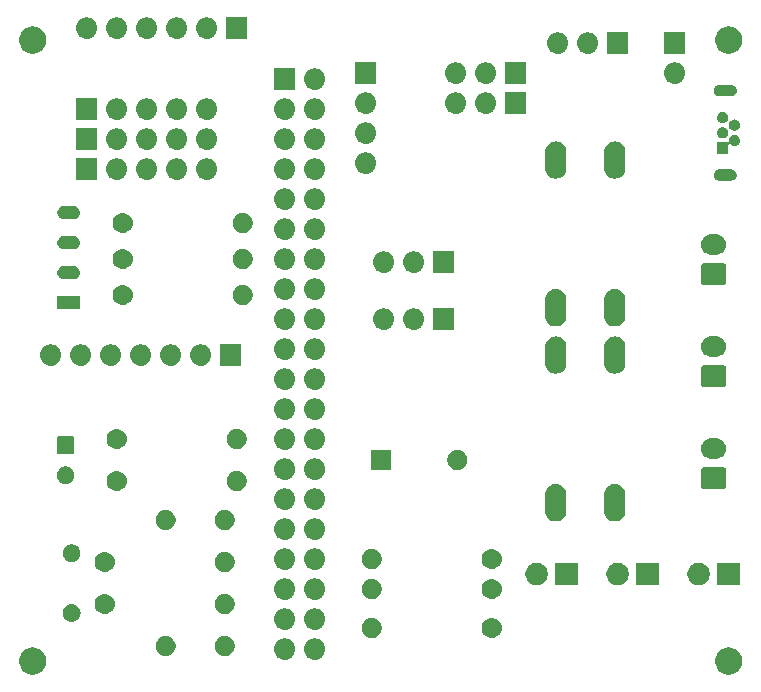
<source format=gbr>
G04 #@! TF.GenerationSoftware,KiCad,Pcbnew,(5.1.2)-1*
G04 #@! TF.CreationDate,2021-03-27T08:32:09+00:00*
G04 #@! TF.ProjectId,RPI_PCB05,5250495f-6b69-4747-935f-50434230352e,rev?*
G04 #@! TF.SameCoordinates,Original*
G04 #@! TF.FileFunction,Soldermask,Bot*
G04 #@! TF.FilePolarity,Negative*
%FSLAX46Y46*%
G04 Gerber Fmt 4.6, Leading zero omitted, Abs format (unit mm)*
G04 Created by KiCad (PCBNEW (5.1.2)-1) date 2021-03-27 08:32:09*
%MOMM*%
%LPD*%
G04 APERTURE LIST*
%ADD10C,0.150000*%
G04 APERTURE END LIST*
D10*
G36*
X111222549Y-118759116D02*
G01*
X111333734Y-118781232D01*
X111481850Y-118842584D01*
X111538933Y-118866228D01*
X111543203Y-118867997D01*
X111731720Y-118993960D01*
X111892040Y-119154280D01*
X111975385Y-119279015D01*
X112018004Y-119342799D01*
X112104768Y-119552267D01*
X112146082Y-119759963D01*
X112149000Y-119774636D01*
X112149000Y-120001364D01*
X112104768Y-120223734D01*
X112018003Y-120433203D01*
X111892040Y-120621720D01*
X111731720Y-120782040D01*
X111543203Y-120908003D01*
X111333734Y-120994768D01*
X111222549Y-121016884D01*
X111111365Y-121039000D01*
X110884635Y-121039000D01*
X110773451Y-121016884D01*
X110662266Y-120994768D01*
X110452797Y-120908003D01*
X110264280Y-120782040D01*
X110103960Y-120621720D01*
X109977997Y-120433203D01*
X109891232Y-120223734D01*
X109847000Y-120001364D01*
X109847000Y-119774636D01*
X109849919Y-119759963D01*
X109891232Y-119552267D01*
X109977996Y-119342799D01*
X110020615Y-119279015D01*
X110103960Y-119154280D01*
X110264280Y-118993960D01*
X110452797Y-118867997D01*
X110457068Y-118866228D01*
X110514150Y-118842584D01*
X110662266Y-118781232D01*
X110773451Y-118759116D01*
X110884635Y-118737000D01*
X111111365Y-118737000D01*
X111222549Y-118759116D01*
X111222549Y-118759116D01*
G37*
G36*
X170150549Y-118759116D02*
G01*
X170261734Y-118781232D01*
X170409850Y-118842584D01*
X170466933Y-118866228D01*
X170471203Y-118867997D01*
X170659720Y-118993960D01*
X170820040Y-119154280D01*
X170903385Y-119279015D01*
X170946004Y-119342799D01*
X171032768Y-119552267D01*
X171074082Y-119759963D01*
X171077000Y-119774636D01*
X171077000Y-120001364D01*
X171032768Y-120223734D01*
X170946003Y-120433203D01*
X170820040Y-120621720D01*
X170659720Y-120782040D01*
X170471203Y-120908003D01*
X170261734Y-120994768D01*
X170150549Y-121016884D01*
X170039365Y-121039000D01*
X169812635Y-121039000D01*
X169701451Y-121016884D01*
X169590266Y-120994768D01*
X169380797Y-120908003D01*
X169192280Y-120782040D01*
X169031960Y-120621720D01*
X168905997Y-120433203D01*
X168819232Y-120223734D01*
X168775000Y-120001364D01*
X168775000Y-119774636D01*
X168777919Y-119759963D01*
X168819232Y-119552267D01*
X168905996Y-119342799D01*
X168948615Y-119279015D01*
X169031960Y-119154280D01*
X169192280Y-118993960D01*
X169380797Y-118867997D01*
X169385068Y-118866228D01*
X169442150Y-118842584D01*
X169590266Y-118781232D01*
X169701451Y-118759116D01*
X169812635Y-118737000D01*
X170039365Y-118737000D01*
X170150549Y-118759116D01*
X170150549Y-118759116D01*
G37*
G36*
X134984443Y-117977519D02*
G01*
X135050627Y-117984037D01*
X135220466Y-118035557D01*
X135376991Y-118119222D01*
X135412729Y-118148552D01*
X135514186Y-118231814D01*
X135597448Y-118333271D01*
X135626778Y-118369009D01*
X135710443Y-118525534D01*
X135761963Y-118695373D01*
X135779359Y-118872000D01*
X135761963Y-119048627D01*
X135710443Y-119218466D01*
X135626778Y-119374991D01*
X135597448Y-119410729D01*
X135514186Y-119512186D01*
X135412729Y-119595448D01*
X135376991Y-119624778D01*
X135220466Y-119708443D01*
X135050627Y-119759963D01*
X134984442Y-119766482D01*
X134918260Y-119773000D01*
X134829740Y-119773000D01*
X134763558Y-119766482D01*
X134697373Y-119759963D01*
X134527534Y-119708443D01*
X134371009Y-119624778D01*
X134335271Y-119595448D01*
X134233814Y-119512186D01*
X134150552Y-119410729D01*
X134121222Y-119374991D01*
X134037557Y-119218466D01*
X133986037Y-119048627D01*
X133968641Y-118872000D01*
X133986037Y-118695373D01*
X134037557Y-118525534D01*
X134121222Y-118369009D01*
X134150552Y-118333271D01*
X134233814Y-118231814D01*
X134335271Y-118148552D01*
X134371009Y-118119222D01*
X134527534Y-118035557D01*
X134697373Y-117984037D01*
X134763557Y-117977519D01*
X134829740Y-117971000D01*
X134918260Y-117971000D01*
X134984443Y-117977519D01*
X134984443Y-117977519D01*
G37*
G36*
X132444443Y-117977519D02*
G01*
X132510627Y-117984037D01*
X132680466Y-118035557D01*
X132836991Y-118119222D01*
X132872729Y-118148552D01*
X132974186Y-118231814D01*
X133057448Y-118333271D01*
X133086778Y-118369009D01*
X133170443Y-118525534D01*
X133221963Y-118695373D01*
X133239359Y-118872000D01*
X133221963Y-119048627D01*
X133170443Y-119218466D01*
X133086778Y-119374991D01*
X133057448Y-119410729D01*
X132974186Y-119512186D01*
X132872729Y-119595448D01*
X132836991Y-119624778D01*
X132680466Y-119708443D01*
X132510627Y-119759963D01*
X132444442Y-119766482D01*
X132378260Y-119773000D01*
X132289740Y-119773000D01*
X132223558Y-119766482D01*
X132157373Y-119759963D01*
X131987534Y-119708443D01*
X131831009Y-119624778D01*
X131795271Y-119595448D01*
X131693814Y-119512186D01*
X131610552Y-119410729D01*
X131581222Y-119374991D01*
X131497557Y-119218466D01*
X131446037Y-119048627D01*
X131428641Y-118872000D01*
X131446037Y-118695373D01*
X131497557Y-118525534D01*
X131581222Y-118369009D01*
X131610552Y-118333271D01*
X131693814Y-118231814D01*
X131795271Y-118148552D01*
X131831009Y-118119222D01*
X131987534Y-118035557D01*
X132157373Y-117984037D01*
X132223557Y-117977519D01*
X132289740Y-117971000D01*
X132378260Y-117971000D01*
X132444443Y-117977519D01*
X132444443Y-117977519D01*
G37*
G36*
X122502228Y-117799703D02*
G01*
X122657100Y-117863853D01*
X122796481Y-117956985D01*
X122915015Y-118075519D01*
X123008147Y-118214900D01*
X123072297Y-118369772D01*
X123105000Y-118534184D01*
X123105000Y-118701816D01*
X123072297Y-118866228D01*
X123008147Y-119021100D01*
X122915015Y-119160481D01*
X122796481Y-119279015D01*
X122657100Y-119372147D01*
X122502228Y-119436297D01*
X122337816Y-119469000D01*
X122170184Y-119469000D01*
X122005772Y-119436297D01*
X121850900Y-119372147D01*
X121711519Y-119279015D01*
X121592985Y-119160481D01*
X121499853Y-119021100D01*
X121435703Y-118866228D01*
X121403000Y-118701816D01*
X121403000Y-118534184D01*
X121435703Y-118369772D01*
X121499853Y-118214900D01*
X121592985Y-118075519D01*
X121711519Y-117956985D01*
X121850900Y-117863853D01*
X122005772Y-117799703D01*
X122170184Y-117767000D01*
X122337816Y-117767000D01*
X122502228Y-117799703D01*
X122502228Y-117799703D01*
G37*
G36*
X127502228Y-117799703D02*
G01*
X127657100Y-117863853D01*
X127796481Y-117956985D01*
X127915015Y-118075519D01*
X128008147Y-118214900D01*
X128072297Y-118369772D01*
X128105000Y-118534184D01*
X128105000Y-118701816D01*
X128072297Y-118866228D01*
X128008147Y-119021100D01*
X127915015Y-119160481D01*
X127796481Y-119279015D01*
X127657100Y-119372147D01*
X127502228Y-119436297D01*
X127337816Y-119469000D01*
X127170184Y-119469000D01*
X127005772Y-119436297D01*
X126850900Y-119372147D01*
X126711519Y-119279015D01*
X126592985Y-119160481D01*
X126499853Y-119021100D01*
X126435703Y-118866228D01*
X126403000Y-118701816D01*
X126403000Y-118534184D01*
X126435703Y-118369772D01*
X126499853Y-118214900D01*
X126592985Y-118075519D01*
X126711519Y-117956985D01*
X126850900Y-117863853D01*
X127005772Y-117799703D01*
X127170184Y-117767000D01*
X127337816Y-117767000D01*
X127502228Y-117799703D01*
X127502228Y-117799703D01*
G37*
G36*
X150026823Y-116255313D02*
G01*
X150187242Y-116303976D01*
X150287578Y-116357607D01*
X150335078Y-116382996D01*
X150464659Y-116489341D01*
X150571004Y-116618922D01*
X150571005Y-116618924D01*
X150650024Y-116766758D01*
X150698687Y-116927177D01*
X150715117Y-117094000D01*
X150698687Y-117260823D01*
X150650024Y-117421242D01*
X150609477Y-117497100D01*
X150571004Y-117569078D01*
X150464659Y-117698659D01*
X150335078Y-117805004D01*
X150335076Y-117805005D01*
X150187242Y-117884024D01*
X150026823Y-117932687D01*
X149901804Y-117945000D01*
X149818196Y-117945000D01*
X149693177Y-117932687D01*
X149532758Y-117884024D01*
X149384924Y-117805005D01*
X149384922Y-117805004D01*
X149255341Y-117698659D01*
X149148996Y-117569078D01*
X149110523Y-117497100D01*
X149069976Y-117421242D01*
X149021313Y-117260823D01*
X149004883Y-117094000D01*
X149021313Y-116927177D01*
X149069976Y-116766758D01*
X149148995Y-116618924D01*
X149148996Y-116618922D01*
X149255341Y-116489341D01*
X149384922Y-116382996D01*
X149432422Y-116357607D01*
X149532758Y-116303976D01*
X149693177Y-116255313D01*
X149818196Y-116243000D01*
X149901804Y-116243000D01*
X150026823Y-116255313D01*
X150026823Y-116255313D01*
G37*
G36*
X139948228Y-116275703D02*
G01*
X140103100Y-116339853D01*
X140242481Y-116432985D01*
X140361015Y-116551519D01*
X140454147Y-116690900D01*
X140518297Y-116845772D01*
X140551000Y-117010184D01*
X140551000Y-117177816D01*
X140518297Y-117342228D01*
X140454147Y-117497100D01*
X140361015Y-117636481D01*
X140242481Y-117755015D01*
X140103100Y-117848147D01*
X139948228Y-117912297D01*
X139783816Y-117945000D01*
X139616184Y-117945000D01*
X139451772Y-117912297D01*
X139296900Y-117848147D01*
X139157519Y-117755015D01*
X139038985Y-117636481D01*
X138945853Y-117497100D01*
X138881703Y-117342228D01*
X138849000Y-117177816D01*
X138849000Y-117010184D01*
X138881703Y-116845772D01*
X138945853Y-116690900D01*
X139038985Y-116551519D01*
X139157519Y-116432985D01*
X139296900Y-116339853D01*
X139451772Y-116275703D01*
X139616184Y-116243000D01*
X139783816Y-116243000D01*
X139948228Y-116275703D01*
X139948228Y-116275703D01*
G37*
G36*
X132444442Y-115437518D02*
G01*
X132510627Y-115444037D01*
X132680466Y-115495557D01*
X132836991Y-115579222D01*
X132867768Y-115604480D01*
X132974186Y-115691814D01*
X133057448Y-115793271D01*
X133086778Y-115829009D01*
X133170443Y-115985534D01*
X133221963Y-116155373D01*
X133239359Y-116332000D01*
X133221963Y-116508627D01*
X133170443Y-116678466D01*
X133086778Y-116834991D01*
X133077931Y-116845771D01*
X132974186Y-116972186D01*
X132872729Y-117055448D01*
X132836991Y-117084778D01*
X132680466Y-117168443D01*
X132510627Y-117219963D01*
X132444442Y-117226482D01*
X132378260Y-117233000D01*
X132289740Y-117233000D01*
X132223558Y-117226482D01*
X132157373Y-117219963D01*
X131987534Y-117168443D01*
X131831009Y-117084778D01*
X131795271Y-117055448D01*
X131693814Y-116972186D01*
X131590069Y-116845771D01*
X131581222Y-116834991D01*
X131497557Y-116678466D01*
X131446037Y-116508627D01*
X131428641Y-116332000D01*
X131446037Y-116155373D01*
X131497557Y-115985534D01*
X131581222Y-115829009D01*
X131610552Y-115793271D01*
X131693814Y-115691814D01*
X131800232Y-115604480D01*
X131831009Y-115579222D01*
X131987534Y-115495557D01*
X132157373Y-115444037D01*
X132223558Y-115437518D01*
X132289740Y-115431000D01*
X132378260Y-115431000D01*
X132444442Y-115437518D01*
X132444442Y-115437518D01*
G37*
G36*
X134984442Y-115437518D02*
G01*
X135050627Y-115444037D01*
X135220466Y-115495557D01*
X135376991Y-115579222D01*
X135407768Y-115604480D01*
X135514186Y-115691814D01*
X135597448Y-115793271D01*
X135626778Y-115829009D01*
X135710443Y-115985534D01*
X135761963Y-116155373D01*
X135779359Y-116332000D01*
X135761963Y-116508627D01*
X135710443Y-116678466D01*
X135626778Y-116834991D01*
X135617931Y-116845771D01*
X135514186Y-116972186D01*
X135412729Y-117055448D01*
X135376991Y-117084778D01*
X135220466Y-117168443D01*
X135050627Y-117219963D01*
X134984442Y-117226482D01*
X134918260Y-117233000D01*
X134829740Y-117233000D01*
X134763558Y-117226482D01*
X134697373Y-117219963D01*
X134527534Y-117168443D01*
X134371009Y-117084778D01*
X134335271Y-117055448D01*
X134233814Y-116972186D01*
X134130069Y-116845771D01*
X134121222Y-116834991D01*
X134037557Y-116678466D01*
X133986037Y-116508627D01*
X133968641Y-116332000D01*
X133986037Y-116155373D01*
X134037557Y-115985534D01*
X134121222Y-115829009D01*
X134150552Y-115793271D01*
X134233814Y-115691814D01*
X134340232Y-115604480D01*
X134371009Y-115579222D01*
X134527534Y-115495557D01*
X134697373Y-115444037D01*
X134763558Y-115437518D01*
X134829740Y-115431000D01*
X134918260Y-115431000D01*
X134984442Y-115437518D01*
X134984442Y-115437518D01*
G37*
G36*
X114373665Y-115076622D02*
G01*
X114447222Y-115083867D01*
X114588786Y-115126810D01*
X114588788Y-115126811D01*
X114654019Y-115161678D01*
X114719252Y-115196546D01*
X114749040Y-115220992D01*
X114833607Y-115290393D01*
X114903008Y-115374960D01*
X114927454Y-115404748D01*
X114997190Y-115535214D01*
X115040133Y-115676778D01*
X115054633Y-115824000D01*
X115040133Y-115971222D01*
X114997190Y-116112786D01*
X114927454Y-116243252D01*
X114917555Y-116255314D01*
X114833607Y-116357607D01*
X114749040Y-116427008D01*
X114719252Y-116451454D01*
X114588786Y-116521190D01*
X114447222Y-116564133D01*
X114373665Y-116571378D01*
X114336888Y-116575000D01*
X114263112Y-116575000D01*
X114226335Y-116571378D01*
X114152778Y-116564133D01*
X114011214Y-116521190D01*
X113880748Y-116451454D01*
X113850960Y-116427008D01*
X113766393Y-116357607D01*
X113682445Y-116255314D01*
X113672546Y-116243252D01*
X113602810Y-116112786D01*
X113559867Y-115971222D01*
X113545367Y-115824000D01*
X113559867Y-115676778D01*
X113602810Y-115535214D01*
X113672546Y-115404748D01*
X113696992Y-115374960D01*
X113766393Y-115290393D01*
X113850960Y-115220992D01*
X113880748Y-115196546D01*
X113945981Y-115161678D01*
X114011212Y-115126811D01*
X114011214Y-115126810D01*
X114152778Y-115083867D01*
X114226335Y-115076622D01*
X114263112Y-115073000D01*
X114336888Y-115073000D01*
X114373665Y-115076622D01*
X114373665Y-115076622D01*
G37*
G36*
X117260823Y-114223313D02*
G01*
X117421242Y-114271976D01*
X117553906Y-114342886D01*
X117569078Y-114350996D01*
X117698659Y-114457341D01*
X117805004Y-114586922D01*
X117805005Y-114586924D01*
X117884024Y-114734758D01*
X117932687Y-114895177D01*
X117949117Y-115062000D01*
X117932687Y-115228823D01*
X117884024Y-115389242D01*
X117843477Y-115465100D01*
X117805004Y-115537078D01*
X117698659Y-115666659D01*
X117569078Y-115773004D01*
X117569076Y-115773005D01*
X117421242Y-115852024D01*
X117260823Y-115900687D01*
X117135804Y-115913000D01*
X117052196Y-115913000D01*
X116927177Y-115900687D01*
X116766758Y-115852024D01*
X116618924Y-115773005D01*
X116618922Y-115773004D01*
X116489341Y-115666659D01*
X116382996Y-115537078D01*
X116344523Y-115465100D01*
X116303976Y-115389242D01*
X116255313Y-115228823D01*
X116238883Y-115062000D01*
X116255313Y-114895177D01*
X116303976Y-114734758D01*
X116382995Y-114586924D01*
X116382996Y-114586922D01*
X116489341Y-114457341D01*
X116618922Y-114350996D01*
X116634094Y-114342886D01*
X116766758Y-114271976D01*
X116927177Y-114223313D01*
X117052196Y-114211000D01*
X117135804Y-114211000D01*
X117260823Y-114223313D01*
X117260823Y-114223313D01*
G37*
G36*
X127502228Y-114243703D02*
G01*
X127657100Y-114307853D01*
X127796481Y-114400985D01*
X127915015Y-114519519D01*
X128008147Y-114658900D01*
X128072297Y-114813772D01*
X128105000Y-114978184D01*
X128105000Y-115145816D01*
X128072297Y-115310228D01*
X128008147Y-115465100D01*
X127915015Y-115604481D01*
X127796481Y-115723015D01*
X127657100Y-115816147D01*
X127502228Y-115880297D01*
X127337816Y-115913000D01*
X127170184Y-115913000D01*
X127005772Y-115880297D01*
X126850900Y-115816147D01*
X126711519Y-115723015D01*
X126592985Y-115604481D01*
X126499853Y-115465100D01*
X126435703Y-115310228D01*
X126403000Y-115145816D01*
X126403000Y-114978184D01*
X126435703Y-114813772D01*
X126499853Y-114658900D01*
X126592985Y-114519519D01*
X126711519Y-114400985D01*
X126850900Y-114307853D01*
X127005772Y-114243703D01*
X127170184Y-114211000D01*
X127337816Y-114211000D01*
X127502228Y-114243703D01*
X127502228Y-114243703D01*
G37*
G36*
X132444442Y-112897518D02*
G01*
X132510627Y-112904037D01*
X132680466Y-112955557D01*
X132836991Y-113039222D01*
X132872729Y-113068552D01*
X132974186Y-113151814D01*
X133054369Y-113249519D01*
X133086778Y-113289009D01*
X133170443Y-113445534D01*
X133221963Y-113615373D01*
X133239359Y-113792000D01*
X133221963Y-113968627D01*
X133170443Y-114138466D01*
X133086778Y-114294991D01*
X133076223Y-114307852D01*
X132974186Y-114432186D01*
X132872729Y-114515448D01*
X132836991Y-114544778D01*
X132680466Y-114628443D01*
X132510627Y-114679963D01*
X132444443Y-114686481D01*
X132378260Y-114693000D01*
X132289740Y-114693000D01*
X132223557Y-114686481D01*
X132157373Y-114679963D01*
X131987534Y-114628443D01*
X131831009Y-114544778D01*
X131795271Y-114515448D01*
X131693814Y-114432186D01*
X131591777Y-114307852D01*
X131581222Y-114294991D01*
X131497557Y-114138466D01*
X131446037Y-113968627D01*
X131428641Y-113792000D01*
X131446037Y-113615373D01*
X131497557Y-113445534D01*
X131581222Y-113289009D01*
X131613631Y-113249519D01*
X131693814Y-113151814D01*
X131795271Y-113068552D01*
X131831009Y-113039222D01*
X131987534Y-112955557D01*
X132157373Y-112904037D01*
X132223558Y-112897518D01*
X132289740Y-112891000D01*
X132378260Y-112891000D01*
X132444442Y-112897518D01*
X132444442Y-112897518D01*
G37*
G36*
X134984442Y-112897518D02*
G01*
X135050627Y-112904037D01*
X135220466Y-112955557D01*
X135376991Y-113039222D01*
X135412729Y-113068552D01*
X135514186Y-113151814D01*
X135594369Y-113249519D01*
X135626778Y-113289009D01*
X135710443Y-113445534D01*
X135761963Y-113615373D01*
X135779359Y-113792000D01*
X135761963Y-113968627D01*
X135710443Y-114138466D01*
X135626778Y-114294991D01*
X135616223Y-114307852D01*
X135514186Y-114432186D01*
X135412729Y-114515448D01*
X135376991Y-114544778D01*
X135220466Y-114628443D01*
X135050627Y-114679963D01*
X134984443Y-114686481D01*
X134918260Y-114693000D01*
X134829740Y-114693000D01*
X134763557Y-114686481D01*
X134697373Y-114679963D01*
X134527534Y-114628443D01*
X134371009Y-114544778D01*
X134335271Y-114515448D01*
X134233814Y-114432186D01*
X134131777Y-114307852D01*
X134121222Y-114294991D01*
X134037557Y-114138466D01*
X133986037Y-113968627D01*
X133968641Y-113792000D01*
X133986037Y-113615373D01*
X134037557Y-113445534D01*
X134121222Y-113289009D01*
X134153631Y-113249519D01*
X134233814Y-113151814D01*
X134335271Y-113068552D01*
X134371009Y-113039222D01*
X134527534Y-112955557D01*
X134697373Y-112904037D01*
X134763558Y-112897518D01*
X134829740Y-112891000D01*
X134918260Y-112891000D01*
X134984442Y-112897518D01*
X134984442Y-112897518D01*
G37*
G36*
X150026823Y-112953313D02*
G01*
X150187242Y-113001976D01*
X150254361Y-113037852D01*
X150335078Y-113080996D01*
X150464659Y-113187341D01*
X150571004Y-113316922D01*
X150571005Y-113316924D01*
X150650024Y-113464758D01*
X150698687Y-113625177D01*
X150715117Y-113792000D01*
X150698687Y-113958823D01*
X150650024Y-114119242D01*
X150609477Y-114195100D01*
X150571004Y-114267078D01*
X150464659Y-114396659D01*
X150335078Y-114503004D01*
X150335076Y-114503005D01*
X150187242Y-114582024D01*
X150026823Y-114630687D01*
X149901804Y-114643000D01*
X149818196Y-114643000D01*
X149693177Y-114630687D01*
X149532758Y-114582024D01*
X149384924Y-114503005D01*
X149384922Y-114503004D01*
X149255341Y-114396659D01*
X149148996Y-114267078D01*
X149110523Y-114195100D01*
X149069976Y-114119242D01*
X149021313Y-113958823D01*
X149004883Y-113792000D01*
X149021313Y-113625177D01*
X149069976Y-113464758D01*
X149148995Y-113316924D01*
X149148996Y-113316922D01*
X149255341Y-113187341D01*
X149384922Y-113080996D01*
X149465639Y-113037852D01*
X149532758Y-113001976D01*
X149693177Y-112953313D01*
X149818196Y-112941000D01*
X149901804Y-112941000D01*
X150026823Y-112953313D01*
X150026823Y-112953313D01*
G37*
G36*
X139948228Y-112973703D02*
G01*
X140103100Y-113037853D01*
X140242481Y-113130985D01*
X140361015Y-113249519D01*
X140454147Y-113388900D01*
X140518297Y-113543772D01*
X140551000Y-113708184D01*
X140551000Y-113875816D01*
X140518297Y-114040228D01*
X140454147Y-114195100D01*
X140361015Y-114334481D01*
X140242481Y-114453015D01*
X140103100Y-114546147D01*
X139948228Y-114610297D01*
X139783816Y-114643000D01*
X139616184Y-114643000D01*
X139451772Y-114610297D01*
X139296900Y-114546147D01*
X139157519Y-114453015D01*
X139038985Y-114334481D01*
X138945853Y-114195100D01*
X138881703Y-114040228D01*
X138849000Y-113875816D01*
X138849000Y-113708184D01*
X138881703Y-113543772D01*
X138945853Y-113388900D01*
X139038985Y-113249519D01*
X139157519Y-113130985D01*
X139296900Y-113037853D01*
X139451772Y-112973703D01*
X139616184Y-112941000D01*
X139783816Y-112941000D01*
X139948228Y-112973703D01*
X139948228Y-112973703D01*
G37*
G36*
X164019000Y-113473000D02*
G01*
X162117000Y-113473000D01*
X162117000Y-111571000D01*
X164019000Y-111571000D01*
X164019000Y-113473000D01*
X164019000Y-113473000D01*
G37*
G36*
X160805395Y-111607546D02*
G01*
X160978466Y-111679234D01*
X161050069Y-111727078D01*
X161134227Y-111783310D01*
X161266690Y-111915773D01*
X161298249Y-111963005D01*
X161370766Y-112071534D01*
X161442454Y-112244605D01*
X161479000Y-112428333D01*
X161479000Y-112615667D01*
X161442454Y-112799395D01*
X161370766Y-112972466D01*
X161351048Y-113001976D01*
X161266690Y-113128227D01*
X161134227Y-113260690D01*
X161091844Y-113289009D01*
X160978466Y-113364766D01*
X160805395Y-113436454D01*
X160621667Y-113473000D01*
X160434333Y-113473000D01*
X160250605Y-113436454D01*
X160077534Y-113364766D01*
X159964156Y-113289009D01*
X159921773Y-113260690D01*
X159789310Y-113128227D01*
X159704952Y-113001976D01*
X159685234Y-112972466D01*
X159613546Y-112799395D01*
X159577000Y-112615667D01*
X159577000Y-112428333D01*
X159613546Y-112244605D01*
X159685234Y-112071534D01*
X159757751Y-111963005D01*
X159789310Y-111915773D01*
X159921773Y-111783310D01*
X160005931Y-111727078D01*
X160077534Y-111679234D01*
X160250605Y-111607546D01*
X160434333Y-111571000D01*
X160621667Y-111571000D01*
X160805395Y-111607546D01*
X160805395Y-111607546D01*
G37*
G36*
X153947395Y-111607546D02*
G01*
X154120466Y-111679234D01*
X154192069Y-111727078D01*
X154276227Y-111783310D01*
X154408690Y-111915773D01*
X154440249Y-111963005D01*
X154512766Y-112071534D01*
X154584454Y-112244605D01*
X154621000Y-112428333D01*
X154621000Y-112615667D01*
X154584454Y-112799395D01*
X154512766Y-112972466D01*
X154493048Y-113001976D01*
X154408690Y-113128227D01*
X154276227Y-113260690D01*
X154233844Y-113289009D01*
X154120466Y-113364766D01*
X153947395Y-113436454D01*
X153763667Y-113473000D01*
X153576333Y-113473000D01*
X153392605Y-113436454D01*
X153219534Y-113364766D01*
X153106156Y-113289009D01*
X153063773Y-113260690D01*
X152931310Y-113128227D01*
X152846952Y-113001976D01*
X152827234Y-112972466D01*
X152755546Y-112799395D01*
X152719000Y-112615667D01*
X152719000Y-112428333D01*
X152755546Y-112244605D01*
X152827234Y-112071534D01*
X152899751Y-111963005D01*
X152931310Y-111915773D01*
X153063773Y-111783310D01*
X153147931Y-111727078D01*
X153219534Y-111679234D01*
X153392605Y-111607546D01*
X153576333Y-111571000D01*
X153763667Y-111571000D01*
X153947395Y-111607546D01*
X153947395Y-111607546D01*
G37*
G36*
X157161000Y-113473000D02*
G01*
X155259000Y-113473000D01*
X155259000Y-111571000D01*
X157161000Y-111571000D01*
X157161000Y-113473000D01*
X157161000Y-113473000D01*
G37*
G36*
X167663395Y-111607546D02*
G01*
X167836466Y-111679234D01*
X167908069Y-111727078D01*
X167992227Y-111783310D01*
X168124690Y-111915773D01*
X168156249Y-111963005D01*
X168228766Y-112071534D01*
X168300454Y-112244605D01*
X168337000Y-112428333D01*
X168337000Y-112615667D01*
X168300454Y-112799395D01*
X168228766Y-112972466D01*
X168209048Y-113001976D01*
X168124690Y-113128227D01*
X167992227Y-113260690D01*
X167949844Y-113289009D01*
X167836466Y-113364766D01*
X167663395Y-113436454D01*
X167479667Y-113473000D01*
X167292333Y-113473000D01*
X167108605Y-113436454D01*
X166935534Y-113364766D01*
X166822156Y-113289009D01*
X166779773Y-113260690D01*
X166647310Y-113128227D01*
X166562952Y-113001976D01*
X166543234Y-112972466D01*
X166471546Y-112799395D01*
X166435000Y-112615667D01*
X166435000Y-112428333D01*
X166471546Y-112244605D01*
X166543234Y-112071534D01*
X166615751Y-111963005D01*
X166647310Y-111915773D01*
X166779773Y-111783310D01*
X166863931Y-111727078D01*
X166935534Y-111679234D01*
X167108605Y-111607546D01*
X167292333Y-111571000D01*
X167479667Y-111571000D01*
X167663395Y-111607546D01*
X167663395Y-111607546D01*
G37*
G36*
X170877000Y-113473000D02*
G01*
X168975000Y-113473000D01*
X168975000Y-111571000D01*
X170877000Y-111571000D01*
X170877000Y-113473000D01*
X170877000Y-113473000D01*
G37*
G36*
X127502228Y-110687703D02*
G01*
X127657100Y-110751853D01*
X127796481Y-110844985D01*
X127915015Y-110963519D01*
X128008147Y-111102900D01*
X128072297Y-111257772D01*
X128105000Y-111422184D01*
X128105000Y-111589816D01*
X128072297Y-111754228D01*
X128008147Y-111909100D01*
X127915015Y-112048481D01*
X127796481Y-112167015D01*
X127657100Y-112260147D01*
X127502228Y-112324297D01*
X127337816Y-112357000D01*
X127170184Y-112357000D01*
X127005772Y-112324297D01*
X126850900Y-112260147D01*
X126711519Y-112167015D01*
X126592985Y-112048481D01*
X126499853Y-111909100D01*
X126435703Y-111754228D01*
X126403000Y-111589816D01*
X126403000Y-111422184D01*
X126435703Y-111257772D01*
X126499853Y-111102900D01*
X126592985Y-110963519D01*
X126711519Y-110844985D01*
X126850900Y-110751853D01*
X127005772Y-110687703D01*
X127170184Y-110655000D01*
X127337816Y-110655000D01*
X127502228Y-110687703D01*
X127502228Y-110687703D01*
G37*
G36*
X117260823Y-110667313D02*
G01*
X117421242Y-110715976D01*
X117553906Y-110786886D01*
X117569078Y-110794996D01*
X117698659Y-110901341D01*
X117805004Y-111030922D01*
X117805005Y-111030924D01*
X117884024Y-111178758D01*
X117932687Y-111339177D01*
X117949117Y-111506000D01*
X117932687Y-111672823D01*
X117884024Y-111833242D01*
X117843477Y-111909100D01*
X117805004Y-111981078D01*
X117698659Y-112110659D01*
X117569078Y-112217004D01*
X117569076Y-112217005D01*
X117421242Y-112296024D01*
X117260823Y-112344687D01*
X117135804Y-112357000D01*
X117052196Y-112357000D01*
X116927177Y-112344687D01*
X116766758Y-112296024D01*
X116618924Y-112217005D01*
X116618922Y-112217004D01*
X116489341Y-112110659D01*
X116382996Y-111981078D01*
X116344523Y-111909100D01*
X116303976Y-111833242D01*
X116255313Y-111672823D01*
X116238883Y-111506000D01*
X116255313Y-111339177D01*
X116303976Y-111178758D01*
X116382995Y-111030924D01*
X116382996Y-111030922D01*
X116489341Y-110901341D01*
X116618922Y-110794996D01*
X116634094Y-110786886D01*
X116766758Y-110715976D01*
X116927177Y-110667313D01*
X117052196Y-110655000D01*
X117135804Y-110655000D01*
X117260823Y-110667313D01*
X117260823Y-110667313D01*
G37*
G36*
X132444443Y-110357519D02*
G01*
X132510627Y-110364037D01*
X132680466Y-110415557D01*
X132836991Y-110499222D01*
X132868329Y-110524941D01*
X132974186Y-110611814D01*
X133036467Y-110687705D01*
X133086778Y-110749009D01*
X133170443Y-110905534D01*
X133221963Y-111075373D01*
X133239359Y-111252000D01*
X133221963Y-111428627D01*
X133170443Y-111598466D01*
X133086778Y-111754991D01*
X133063538Y-111783309D01*
X132974186Y-111892186D01*
X132872729Y-111975448D01*
X132836991Y-112004778D01*
X132680466Y-112088443D01*
X132510627Y-112139963D01*
X132444443Y-112146481D01*
X132378260Y-112153000D01*
X132289740Y-112153000D01*
X132223557Y-112146481D01*
X132157373Y-112139963D01*
X131987534Y-112088443D01*
X131831009Y-112004778D01*
X131795271Y-111975448D01*
X131693814Y-111892186D01*
X131604462Y-111783309D01*
X131581222Y-111754991D01*
X131497557Y-111598466D01*
X131446037Y-111428627D01*
X131428641Y-111252000D01*
X131446037Y-111075373D01*
X131497557Y-110905534D01*
X131581222Y-110749009D01*
X131631533Y-110687705D01*
X131693814Y-110611814D01*
X131799671Y-110524941D01*
X131831009Y-110499222D01*
X131987534Y-110415557D01*
X132157373Y-110364037D01*
X132223557Y-110357519D01*
X132289740Y-110351000D01*
X132378260Y-110351000D01*
X132444443Y-110357519D01*
X132444443Y-110357519D01*
G37*
G36*
X134984443Y-110357519D02*
G01*
X135050627Y-110364037D01*
X135220466Y-110415557D01*
X135376991Y-110499222D01*
X135408329Y-110524941D01*
X135514186Y-110611814D01*
X135576467Y-110687705D01*
X135626778Y-110749009D01*
X135710443Y-110905534D01*
X135761963Y-111075373D01*
X135779359Y-111252000D01*
X135761963Y-111428627D01*
X135710443Y-111598466D01*
X135626778Y-111754991D01*
X135603538Y-111783309D01*
X135514186Y-111892186D01*
X135412729Y-111975448D01*
X135376991Y-112004778D01*
X135220466Y-112088443D01*
X135050627Y-112139963D01*
X134984443Y-112146481D01*
X134918260Y-112153000D01*
X134829740Y-112153000D01*
X134763557Y-112146481D01*
X134697373Y-112139963D01*
X134527534Y-112088443D01*
X134371009Y-112004778D01*
X134335271Y-111975448D01*
X134233814Y-111892186D01*
X134144462Y-111783309D01*
X134121222Y-111754991D01*
X134037557Y-111598466D01*
X133986037Y-111428627D01*
X133968641Y-111252000D01*
X133986037Y-111075373D01*
X134037557Y-110905534D01*
X134121222Y-110749009D01*
X134171533Y-110687705D01*
X134233814Y-110611814D01*
X134339671Y-110524941D01*
X134371009Y-110499222D01*
X134527534Y-110415557D01*
X134697373Y-110364037D01*
X134763557Y-110357519D01*
X134829740Y-110351000D01*
X134918260Y-110351000D01*
X134984443Y-110357519D01*
X134984443Y-110357519D01*
G37*
G36*
X150026823Y-110413313D02*
G01*
X150187242Y-110461976D01*
X150254361Y-110497852D01*
X150335078Y-110540996D01*
X150464659Y-110647341D01*
X150571004Y-110776922D01*
X150571005Y-110776924D01*
X150650024Y-110924758D01*
X150698687Y-111085177D01*
X150715117Y-111252000D01*
X150698687Y-111418823D01*
X150650024Y-111579242D01*
X150579114Y-111711906D01*
X150571004Y-111727078D01*
X150464659Y-111856659D01*
X150335078Y-111963004D01*
X150335076Y-111963005D01*
X150187242Y-112042024D01*
X150026823Y-112090687D01*
X149901804Y-112103000D01*
X149818196Y-112103000D01*
X149693177Y-112090687D01*
X149532758Y-112042024D01*
X149384924Y-111963005D01*
X149384922Y-111963004D01*
X149255341Y-111856659D01*
X149148996Y-111727078D01*
X149140886Y-111711906D01*
X149069976Y-111579242D01*
X149021313Y-111418823D01*
X149004883Y-111252000D01*
X149021313Y-111085177D01*
X149069976Y-110924758D01*
X149148995Y-110776924D01*
X149148996Y-110776922D01*
X149255341Y-110647341D01*
X149384922Y-110540996D01*
X149465639Y-110497852D01*
X149532758Y-110461976D01*
X149693177Y-110413313D01*
X149818196Y-110401000D01*
X149901804Y-110401000D01*
X150026823Y-110413313D01*
X150026823Y-110413313D01*
G37*
G36*
X139948228Y-110433703D02*
G01*
X140103100Y-110497853D01*
X140242481Y-110590985D01*
X140361015Y-110709519D01*
X140454147Y-110848900D01*
X140518297Y-111003772D01*
X140551000Y-111168184D01*
X140551000Y-111335816D01*
X140518297Y-111500228D01*
X140454147Y-111655100D01*
X140361015Y-111794481D01*
X140242481Y-111913015D01*
X140103100Y-112006147D01*
X139948228Y-112070297D01*
X139783816Y-112103000D01*
X139616184Y-112103000D01*
X139451772Y-112070297D01*
X139296900Y-112006147D01*
X139157519Y-111913015D01*
X139038985Y-111794481D01*
X138945853Y-111655100D01*
X138881703Y-111500228D01*
X138849000Y-111335816D01*
X138849000Y-111168184D01*
X138881703Y-111003772D01*
X138945853Y-110848900D01*
X139038985Y-110709519D01*
X139157519Y-110590985D01*
X139296900Y-110497853D01*
X139451772Y-110433703D01*
X139616184Y-110401000D01*
X139783816Y-110401000D01*
X139948228Y-110433703D01*
X139948228Y-110433703D01*
G37*
G36*
X114519059Y-110021860D02*
G01*
X114655732Y-110078472D01*
X114778735Y-110160660D01*
X114883340Y-110265265D01*
X114883341Y-110265267D01*
X114965529Y-110388270D01*
X115022140Y-110524941D01*
X115051000Y-110670032D01*
X115051000Y-110817968D01*
X115022140Y-110963059D01*
X115005277Y-111003771D01*
X114965528Y-111099732D01*
X114883340Y-111222735D01*
X114778735Y-111327340D01*
X114655732Y-111409528D01*
X114655731Y-111409529D01*
X114655730Y-111409529D01*
X114519059Y-111466140D01*
X114373968Y-111495000D01*
X114226032Y-111495000D01*
X114080941Y-111466140D01*
X113944270Y-111409529D01*
X113944269Y-111409529D01*
X113944268Y-111409528D01*
X113821265Y-111327340D01*
X113716660Y-111222735D01*
X113634472Y-111099732D01*
X113594724Y-111003771D01*
X113577860Y-110963059D01*
X113549000Y-110817968D01*
X113549000Y-110670032D01*
X113577860Y-110524941D01*
X113634471Y-110388270D01*
X113716659Y-110265267D01*
X113716660Y-110265265D01*
X113821265Y-110160660D01*
X113944268Y-110078472D01*
X114080941Y-110021860D01*
X114226032Y-109993000D01*
X114373968Y-109993000D01*
X114519059Y-110021860D01*
X114519059Y-110021860D01*
G37*
G36*
X132444443Y-107817519D02*
G01*
X132510627Y-107824037D01*
X132680466Y-107875557D01*
X132836991Y-107959222D01*
X132872729Y-107988552D01*
X132974186Y-108071814D01*
X133057448Y-108173271D01*
X133086778Y-108209009D01*
X133170443Y-108365534D01*
X133221963Y-108535373D01*
X133239359Y-108712000D01*
X133221963Y-108888627D01*
X133170443Y-109058466D01*
X133086778Y-109214991D01*
X133057448Y-109250729D01*
X132974186Y-109352186D01*
X132872729Y-109435448D01*
X132836991Y-109464778D01*
X132680466Y-109548443D01*
X132510627Y-109599963D01*
X132444442Y-109606482D01*
X132378260Y-109613000D01*
X132289740Y-109613000D01*
X132223558Y-109606482D01*
X132157373Y-109599963D01*
X131987534Y-109548443D01*
X131831009Y-109464778D01*
X131795271Y-109435448D01*
X131693814Y-109352186D01*
X131610552Y-109250729D01*
X131581222Y-109214991D01*
X131497557Y-109058466D01*
X131446037Y-108888627D01*
X131428641Y-108712000D01*
X131446037Y-108535373D01*
X131497557Y-108365534D01*
X131581222Y-108209009D01*
X131610552Y-108173271D01*
X131693814Y-108071814D01*
X131795271Y-107988552D01*
X131831009Y-107959222D01*
X131987534Y-107875557D01*
X132157373Y-107824037D01*
X132223557Y-107817519D01*
X132289740Y-107811000D01*
X132378260Y-107811000D01*
X132444443Y-107817519D01*
X132444443Y-107817519D01*
G37*
G36*
X134984443Y-107817519D02*
G01*
X135050627Y-107824037D01*
X135220466Y-107875557D01*
X135376991Y-107959222D01*
X135412729Y-107988552D01*
X135514186Y-108071814D01*
X135597448Y-108173271D01*
X135626778Y-108209009D01*
X135710443Y-108365534D01*
X135761963Y-108535373D01*
X135779359Y-108712000D01*
X135761963Y-108888627D01*
X135710443Y-109058466D01*
X135626778Y-109214991D01*
X135597448Y-109250729D01*
X135514186Y-109352186D01*
X135412729Y-109435448D01*
X135376991Y-109464778D01*
X135220466Y-109548443D01*
X135050627Y-109599963D01*
X134984442Y-109606482D01*
X134918260Y-109613000D01*
X134829740Y-109613000D01*
X134763558Y-109606482D01*
X134697373Y-109599963D01*
X134527534Y-109548443D01*
X134371009Y-109464778D01*
X134335271Y-109435448D01*
X134233814Y-109352186D01*
X134150552Y-109250729D01*
X134121222Y-109214991D01*
X134037557Y-109058466D01*
X133986037Y-108888627D01*
X133968641Y-108712000D01*
X133986037Y-108535373D01*
X134037557Y-108365534D01*
X134121222Y-108209009D01*
X134150552Y-108173271D01*
X134233814Y-108071814D01*
X134335271Y-107988552D01*
X134371009Y-107959222D01*
X134527534Y-107875557D01*
X134697373Y-107824037D01*
X134763557Y-107817519D01*
X134829740Y-107811000D01*
X134918260Y-107811000D01*
X134984443Y-107817519D01*
X134984443Y-107817519D01*
G37*
G36*
X122502228Y-107131703D02*
G01*
X122657100Y-107195853D01*
X122796481Y-107288985D01*
X122915015Y-107407519D01*
X123008147Y-107546900D01*
X123072297Y-107701772D01*
X123105000Y-107866184D01*
X123105000Y-108033816D01*
X123072297Y-108198228D01*
X123008147Y-108353100D01*
X122915015Y-108492481D01*
X122796481Y-108611015D01*
X122657100Y-108704147D01*
X122502228Y-108768297D01*
X122337816Y-108801000D01*
X122170184Y-108801000D01*
X122005772Y-108768297D01*
X121850900Y-108704147D01*
X121711519Y-108611015D01*
X121592985Y-108492481D01*
X121499853Y-108353100D01*
X121435703Y-108198228D01*
X121403000Y-108033816D01*
X121403000Y-107866184D01*
X121435703Y-107701772D01*
X121499853Y-107546900D01*
X121592985Y-107407519D01*
X121711519Y-107288985D01*
X121850900Y-107195853D01*
X122005772Y-107131703D01*
X122170184Y-107099000D01*
X122337816Y-107099000D01*
X122502228Y-107131703D01*
X122502228Y-107131703D01*
G37*
G36*
X127502228Y-107131703D02*
G01*
X127657100Y-107195853D01*
X127796481Y-107288985D01*
X127915015Y-107407519D01*
X128008147Y-107546900D01*
X128072297Y-107701772D01*
X128105000Y-107866184D01*
X128105000Y-108033816D01*
X128072297Y-108198228D01*
X128008147Y-108353100D01*
X127915015Y-108492481D01*
X127796481Y-108611015D01*
X127657100Y-108704147D01*
X127502228Y-108768297D01*
X127337816Y-108801000D01*
X127170184Y-108801000D01*
X127005772Y-108768297D01*
X126850900Y-108704147D01*
X126711519Y-108611015D01*
X126592985Y-108492481D01*
X126499853Y-108353100D01*
X126435703Y-108198228D01*
X126403000Y-108033816D01*
X126403000Y-107866184D01*
X126435703Y-107701772D01*
X126499853Y-107546900D01*
X126592985Y-107407519D01*
X126711519Y-107288985D01*
X126850900Y-107195853D01*
X127005772Y-107131703D01*
X127170184Y-107099000D01*
X127337816Y-107099000D01*
X127502228Y-107131703D01*
X127502228Y-107131703D01*
G37*
G36*
X155453294Y-104918233D02*
G01*
X155625695Y-104970531D01*
X155784583Y-105055458D01*
X155923849Y-105169751D01*
X156038142Y-105309017D01*
X156123069Y-105467905D01*
X156175367Y-105640306D01*
X156188600Y-105774669D01*
X156188600Y-107185331D01*
X156175367Y-107319694D01*
X156123069Y-107492095D01*
X156038142Y-107650983D01*
X155923849Y-107790249D01*
X155784583Y-107904542D01*
X155625694Y-107989469D01*
X155453293Y-108041767D01*
X155274000Y-108059425D01*
X155094706Y-108041767D01*
X154922305Y-107989469D01*
X154763417Y-107904542D01*
X154624151Y-107790249D01*
X154509858Y-107650983D01*
X154424931Y-107492094D01*
X154372633Y-107319693D01*
X154359400Y-107185330D01*
X154359401Y-105774669D01*
X154372634Y-105640306D01*
X154424932Y-105467905D01*
X154509859Y-105309017D01*
X154624152Y-105169751D01*
X154763418Y-105055458D01*
X154922306Y-104970531D01*
X155094707Y-104918233D01*
X155274000Y-104900575D01*
X155453294Y-104918233D01*
X155453294Y-104918233D01*
G37*
G36*
X160453294Y-104918233D02*
G01*
X160625695Y-104970531D01*
X160784583Y-105055458D01*
X160923849Y-105169751D01*
X161038142Y-105309017D01*
X161123069Y-105467905D01*
X161175367Y-105640306D01*
X161188600Y-105774669D01*
X161188600Y-107185331D01*
X161175367Y-107319694D01*
X161123069Y-107492095D01*
X161038142Y-107650983D01*
X160923849Y-107790249D01*
X160784583Y-107904542D01*
X160625694Y-107989469D01*
X160453293Y-108041767D01*
X160274000Y-108059425D01*
X160094706Y-108041767D01*
X159922305Y-107989469D01*
X159763417Y-107904542D01*
X159624151Y-107790249D01*
X159509858Y-107650983D01*
X159424931Y-107492094D01*
X159372633Y-107319693D01*
X159359400Y-107185330D01*
X159359401Y-105774669D01*
X159372634Y-105640306D01*
X159424932Y-105467905D01*
X159509859Y-105309017D01*
X159624152Y-105169751D01*
X159763418Y-105055458D01*
X159922306Y-104970531D01*
X160094707Y-104918233D01*
X160274000Y-104900575D01*
X160453294Y-104918233D01*
X160453294Y-104918233D01*
G37*
G36*
X132444443Y-105277519D02*
G01*
X132510627Y-105284037D01*
X132680466Y-105335557D01*
X132836991Y-105419222D01*
X132859901Y-105438024D01*
X132974186Y-105531814D01*
X133057448Y-105633271D01*
X133086778Y-105669009D01*
X133170443Y-105825534D01*
X133221963Y-105995373D01*
X133239359Y-106172000D01*
X133221963Y-106348627D01*
X133170443Y-106518466D01*
X133086778Y-106674991D01*
X133057448Y-106710729D01*
X132974186Y-106812186D01*
X132872729Y-106895448D01*
X132836991Y-106924778D01*
X132680466Y-107008443D01*
X132510627Y-107059963D01*
X132444443Y-107066481D01*
X132378260Y-107073000D01*
X132289740Y-107073000D01*
X132223557Y-107066481D01*
X132157373Y-107059963D01*
X131987534Y-107008443D01*
X131831009Y-106924778D01*
X131795271Y-106895448D01*
X131693814Y-106812186D01*
X131610552Y-106710729D01*
X131581222Y-106674991D01*
X131497557Y-106518466D01*
X131446037Y-106348627D01*
X131428641Y-106172000D01*
X131446037Y-105995373D01*
X131497557Y-105825534D01*
X131581222Y-105669009D01*
X131610552Y-105633271D01*
X131693814Y-105531814D01*
X131808099Y-105438024D01*
X131831009Y-105419222D01*
X131987534Y-105335557D01*
X132157373Y-105284037D01*
X132223557Y-105277519D01*
X132289740Y-105271000D01*
X132378260Y-105271000D01*
X132444443Y-105277519D01*
X132444443Y-105277519D01*
G37*
G36*
X134984443Y-105277519D02*
G01*
X135050627Y-105284037D01*
X135220466Y-105335557D01*
X135376991Y-105419222D01*
X135399901Y-105438024D01*
X135514186Y-105531814D01*
X135597448Y-105633271D01*
X135626778Y-105669009D01*
X135710443Y-105825534D01*
X135761963Y-105995373D01*
X135779359Y-106172000D01*
X135761963Y-106348627D01*
X135710443Y-106518466D01*
X135626778Y-106674991D01*
X135597448Y-106710729D01*
X135514186Y-106812186D01*
X135412729Y-106895448D01*
X135376991Y-106924778D01*
X135220466Y-107008443D01*
X135050627Y-107059963D01*
X134984443Y-107066481D01*
X134918260Y-107073000D01*
X134829740Y-107073000D01*
X134763557Y-107066481D01*
X134697373Y-107059963D01*
X134527534Y-107008443D01*
X134371009Y-106924778D01*
X134335271Y-106895448D01*
X134233814Y-106812186D01*
X134150552Y-106710729D01*
X134121222Y-106674991D01*
X134037557Y-106518466D01*
X133986037Y-106348627D01*
X133968641Y-106172000D01*
X133986037Y-105995373D01*
X134037557Y-105825534D01*
X134121222Y-105669009D01*
X134150552Y-105633271D01*
X134233814Y-105531814D01*
X134348099Y-105438024D01*
X134371009Y-105419222D01*
X134527534Y-105335557D01*
X134697373Y-105284037D01*
X134763557Y-105277519D01*
X134829740Y-105271000D01*
X134918260Y-105271000D01*
X134984443Y-105277519D01*
X134984443Y-105277519D01*
G37*
G36*
X118276823Y-103809313D02*
G01*
X118437242Y-103857976D01*
X118504361Y-103893852D01*
X118585078Y-103936996D01*
X118714659Y-104043341D01*
X118821004Y-104172922D01*
X118821005Y-104172924D01*
X118900024Y-104320758D01*
X118948687Y-104481177D01*
X118965117Y-104648000D01*
X118948687Y-104814823D01*
X118900024Y-104975242D01*
X118857147Y-105055459D01*
X118821004Y-105123078D01*
X118714659Y-105252659D01*
X118585078Y-105359004D01*
X118585076Y-105359005D01*
X118437242Y-105438024D01*
X118276823Y-105486687D01*
X118151804Y-105499000D01*
X118068196Y-105499000D01*
X117943177Y-105486687D01*
X117782758Y-105438024D01*
X117634924Y-105359005D01*
X117634922Y-105359004D01*
X117505341Y-105252659D01*
X117398996Y-105123078D01*
X117362853Y-105055459D01*
X117319976Y-104975242D01*
X117271313Y-104814823D01*
X117254883Y-104648000D01*
X117271313Y-104481177D01*
X117319976Y-104320758D01*
X117398995Y-104172924D01*
X117398996Y-104172922D01*
X117505341Y-104043341D01*
X117634922Y-103936996D01*
X117715639Y-103893852D01*
X117782758Y-103857976D01*
X117943177Y-103809313D01*
X118068196Y-103797000D01*
X118151804Y-103797000D01*
X118276823Y-103809313D01*
X118276823Y-103809313D01*
G37*
G36*
X128518228Y-103829703D02*
G01*
X128673100Y-103893853D01*
X128812481Y-103986985D01*
X128931015Y-104105519D01*
X129024147Y-104244900D01*
X129088297Y-104399772D01*
X129121000Y-104564184D01*
X129121000Y-104731816D01*
X129088297Y-104896228D01*
X129024147Y-105051100D01*
X128931015Y-105190481D01*
X128812481Y-105309015D01*
X128673100Y-105402147D01*
X128518228Y-105466297D01*
X128353816Y-105499000D01*
X128186184Y-105499000D01*
X128021772Y-105466297D01*
X127866900Y-105402147D01*
X127727519Y-105309015D01*
X127608985Y-105190481D01*
X127515853Y-105051100D01*
X127451703Y-104896228D01*
X127419000Y-104731816D01*
X127419000Y-104564184D01*
X127451703Y-104399772D01*
X127515853Y-104244900D01*
X127608985Y-104105519D01*
X127727519Y-103986985D01*
X127866900Y-103893853D01*
X128021772Y-103829703D01*
X128186184Y-103797000D01*
X128353816Y-103797000D01*
X128518228Y-103829703D01*
X128518228Y-103829703D01*
G37*
G36*
X169564600Y-103496989D02*
G01*
X169597652Y-103507015D01*
X169628103Y-103523292D01*
X169654799Y-103545201D01*
X169676708Y-103571897D01*
X169692985Y-103602348D01*
X169703011Y-103635400D01*
X169707000Y-103675903D01*
X169707000Y-105112097D01*
X169703011Y-105152600D01*
X169692985Y-105185652D01*
X169676708Y-105216103D01*
X169654799Y-105242799D01*
X169628103Y-105264708D01*
X169597652Y-105280985D01*
X169564600Y-105291011D01*
X169524097Y-105295000D01*
X167787903Y-105295000D01*
X167747400Y-105291011D01*
X167714348Y-105280985D01*
X167683897Y-105264708D01*
X167657201Y-105242799D01*
X167635292Y-105216103D01*
X167619015Y-105185652D01*
X167608989Y-105152600D01*
X167605000Y-105112097D01*
X167605000Y-103675903D01*
X167608989Y-103635400D01*
X167619015Y-103602348D01*
X167635292Y-103571897D01*
X167657201Y-103545201D01*
X167683897Y-103523292D01*
X167714348Y-103507015D01*
X167747400Y-103496989D01*
X167787903Y-103493000D01*
X169524097Y-103493000D01*
X169564600Y-103496989D01*
X169564600Y-103496989D01*
G37*
G36*
X114011059Y-103437860D02*
G01*
X114144179Y-103493000D01*
X114147732Y-103494472D01*
X114270735Y-103576660D01*
X114375340Y-103681265D01*
X114457528Y-103804268D01*
X114457529Y-103804270D01*
X114514140Y-103940941D01*
X114543000Y-104086032D01*
X114543000Y-104233968D01*
X114540825Y-104244903D01*
X114514140Y-104379059D01*
X114457528Y-104515732D01*
X114375340Y-104638735D01*
X114270735Y-104743340D01*
X114147732Y-104825528D01*
X114147731Y-104825529D01*
X114147730Y-104825529D01*
X114011059Y-104882140D01*
X113865968Y-104911000D01*
X113718032Y-104911000D01*
X113572941Y-104882140D01*
X113436270Y-104825529D01*
X113436269Y-104825529D01*
X113436268Y-104825528D01*
X113313265Y-104743340D01*
X113208660Y-104638735D01*
X113126472Y-104515732D01*
X113069860Y-104379059D01*
X113043175Y-104244903D01*
X113041000Y-104233968D01*
X113041000Y-104086032D01*
X113069860Y-103940941D01*
X113126471Y-103804270D01*
X113126472Y-103804268D01*
X113208660Y-103681265D01*
X113313265Y-103576660D01*
X113436268Y-103494472D01*
X113439822Y-103493000D01*
X113572941Y-103437860D01*
X113718032Y-103409000D01*
X113865968Y-103409000D01*
X114011059Y-103437860D01*
X114011059Y-103437860D01*
G37*
G36*
X132444443Y-102737519D02*
G01*
X132510627Y-102744037D01*
X132680466Y-102795557D01*
X132836991Y-102879222D01*
X132872729Y-102908552D01*
X132974186Y-102991814D01*
X133057448Y-103093271D01*
X133086778Y-103129009D01*
X133170443Y-103285534D01*
X133221963Y-103455373D01*
X133239359Y-103632000D01*
X133221963Y-103808627D01*
X133181826Y-103940941D01*
X133170442Y-103978468D01*
X133135766Y-104043341D01*
X133086778Y-104134991D01*
X133057448Y-104170729D01*
X132974186Y-104272186D01*
X132872729Y-104355448D01*
X132836991Y-104384778D01*
X132680466Y-104468443D01*
X132510627Y-104519963D01*
X132444443Y-104526481D01*
X132378260Y-104533000D01*
X132289740Y-104533000D01*
X132223557Y-104526481D01*
X132157373Y-104519963D01*
X131987534Y-104468443D01*
X131831009Y-104384778D01*
X131795271Y-104355448D01*
X131693814Y-104272186D01*
X131610552Y-104170729D01*
X131581222Y-104134991D01*
X131532234Y-104043341D01*
X131497558Y-103978468D01*
X131486174Y-103940941D01*
X131446037Y-103808627D01*
X131428641Y-103632000D01*
X131446037Y-103455373D01*
X131497557Y-103285534D01*
X131581222Y-103129009D01*
X131610552Y-103093271D01*
X131693814Y-102991814D01*
X131795271Y-102908552D01*
X131831009Y-102879222D01*
X131987534Y-102795557D01*
X132157373Y-102744037D01*
X132223557Y-102737519D01*
X132289740Y-102731000D01*
X132378260Y-102731000D01*
X132444443Y-102737519D01*
X132444443Y-102737519D01*
G37*
G36*
X134984443Y-102737519D02*
G01*
X135050627Y-102744037D01*
X135220466Y-102795557D01*
X135376991Y-102879222D01*
X135412729Y-102908552D01*
X135514186Y-102991814D01*
X135597448Y-103093271D01*
X135626778Y-103129009D01*
X135710443Y-103285534D01*
X135761963Y-103455373D01*
X135779359Y-103632000D01*
X135761963Y-103808627D01*
X135721826Y-103940941D01*
X135710442Y-103978468D01*
X135675766Y-104043341D01*
X135626778Y-104134991D01*
X135597448Y-104170729D01*
X135514186Y-104272186D01*
X135412729Y-104355448D01*
X135376991Y-104384778D01*
X135220466Y-104468443D01*
X135050627Y-104519963D01*
X134984443Y-104526481D01*
X134918260Y-104533000D01*
X134829740Y-104533000D01*
X134763557Y-104526481D01*
X134697373Y-104519963D01*
X134527534Y-104468443D01*
X134371009Y-104384778D01*
X134335271Y-104355448D01*
X134233814Y-104272186D01*
X134150552Y-104170729D01*
X134121222Y-104134991D01*
X134072234Y-104043341D01*
X134037558Y-103978468D01*
X134026174Y-103940941D01*
X133986037Y-103808627D01*
X133968641Y-103632000D01*
X133986037Y-103455373D01*
X134037557Y-103285534D01*
X134121222Y-103129009D01*
X134150552Y-103093271D01*
X134233814Y-102991814D01*
X134335271Y-102908552D01*
X134371009Y-102879222D01*
X134527534Y-102795557D01*
X134697373Y-102744037D01*
X134763557Y-102737519D01*
X134829740Y-102731000D01*
X134918260Y-102731000D01*
X134984443Y-102737519D01*
X134984443Y-102737519D01*
G37*
G36*
X147210228Y-102051703D02*
G01*
X147365100Y-102115853D01*
X147504481Y-102208985D01*
X147623015Y-102327519D01*
X147716147Y-102466900D01*
X147780297Y-102621772D01*
X147813000Y-102786184D01*
X147813000Y-102953816D01*
X147780297Y-103118228D01*
X147716147Y-103273100D01*
X147623015Y-103412481D01*
X147504481Y-103531015D01*
X147365100Y-103624147D01*
X147210228Y-103688297D01*
X147045816Y-103721000D01*
X146878184Y-103721000D01*
X146713772Y-103688297D01*
X146558900Y-103624147D01*
X146419519Y-103531015D01*
X146300985Y-103412481D01*
X146207853Y-103273100D01*
X146143703Y-103118228D01*
X146111000Y-102953816D01*
X146111000Y-102786184D01*
X146143703Y-102621772D01*
X146207853Y-102466900D01*
X146300985Y-102327519D01*
X146419519Y-102208985D01*
X146558900Y-102115853D01*
X146713772Y-102051703D01*
X146878184Y-102019000D01*
X147045816Y-102019000D01*
X147210228Y-102051703D01*
X147210228Y-102051703D01*
G37*
G36*
X141313000Y-103721000D02*
G01*
X139611000Y-103721000D01*
X139611000Y-102019000D01*
X141313000Y-102019000D01*
X141313000Y-103721000D01*
X141313000Y-103721000D01*
G37*
G36*
X168916443Y-100999519D02*
G01*
X168982627Y-101006037D01*
X169152466Y-101057557D01*
X169152468Y-101057558D01*
X169216904Y-101092000D01*
X169308991Y-101141222D01*
X169344729Y-101170552D01*
X169446186Y-101253814D01*
X169517103Y-101340228D01*
X169558778Y-101391009D01*
X169642443Y-101547534D01*
X169693963Y-101717373D01*
X169711359Y-101894000D01*
X169693963Y-102070627D01*
X169642443Y-102240466D01*
X169558778Y-102396991D01*
X169529448Y-102432729D01*
X169446186Y-102534186D01*
X169344729Y-102617448D01*
X169308991Y-102646778D01*
X169152466Y-102730443D01*
X168982627Y-102781963D01*
X168916443Y-102788481D01*
X168850260Y-102795000D01*
X168461740Y-102795000D01*
X168395557Y-102788481D01*
X168329373Y-102781963D01*
X168159534Y-102730443D01*
X168003009Y-102646778D01*
X167967271Y-102617448D01*
X167865814Y-102534186D01*
X167782552Y-102432729D01*
X167753222Y-102396991D01*
X167669557Y-102240466D01*
X167618037Y-102070627D01*
X167600641Y-101894000D01*
X167618037Y-101717373D01*
X167669557Y-101547534D01*
X167753222Y-101391009D01*
X167794897Y-101340228D01*
X167865814Y-101253814D01*
X167967271Y-101170552D01*
X168003009Y-101141222D01*
X168095096Y-101092000D01*
X168159532Y-101057558D01*
X168159534Y-101057557D01*
X168329373Y-101006037D01*
X168395557Y-100999519D01*
X168461740Y-100993000D01*
X168850260Y-100993000D01*
X168916443Y-100999519D01*
X168916443Y-100999519D01*
G37*
G36*
X114392481Y-100853183D02*
G01*
X114427419Y-100863782D01*
X114459619Y-100880993D01*
X114487844Y-100904156D01*
X114511007Y-100932381D01*
X114528218Y-100964581D01*
X114538817Y-100999519D01*
X114543000Y-101041996D01*
X114543000Y-102158004D01*
X114538817Y-102200481D01*
X114528218Y-102235419D01*
X114511007Y-102267619D01*
X114487844Y-102295844D01*
X114459619Y-102319007D01*
X114427419Y-102336218D01*
X114392481Y-102346817D01*
X114350004Y-102351000D01*
X113233996Y-102351000D01*
X113191519Y-102346817D01*
X113156581Y-102336218D01*
X113124381Y-102319007D01*
X113096156Y-102295844D01*
X113072993Y-102267619D01*
X113055782Y-102235419D01*
X113045183Y-102200481D01*
X113041000Y-102158004D01*
X113041000Y-101041996D01*
X113045183Y-100999519D01*
X113055782Y-100964581D01*
X113072993Y-100932381D01*
X113096156Y-100904156D01*
X113124381Y-100880993D01*
X113156581Y-100863782D01*
X113191519Y-100853183D01*
X113233996Y-100849000D01*
X114350004Y-100849000D01*
X114392481Y-100853183D01*
X114392481Y-100853183D01*
G37*
G36*
X132444442Y-100197518D02*
G01*
X132510627Y-100204037D01*
X132680466Y-100255557D01*
X132836991Y-100339222D01*
X132872729Y-100368552D01*
X132974186Y-100451814D01*
X133054369Y-100549519D01*
X133086778Y-100589009D01*
X133170443Y-100745534D01*
X133221963Y-100915373D01*
X133239359Y-101092000D01*
X133221963Y-101268627D01*
X133170443Y-101438466D01*
X133086778Y-101594991D01*
X133057448Y-101630729D01*
X132974186Y-101732186D01*
X132872729Y-101815448D01*
X132836991Y-101844778D01*
X132680466Y-101928443D01*
X132510627Y-101979963D01*
X132444442Y-101986482D01*
X132378260Y-101993000D01*
X132289740Y-101993000D01*
X132223558Y-101986482D01*
X132157373Y-101979963D01*
X131987534Y-101928443D01*
X131831009Y-101844778D01*
X131795271Y-101815448D01*
X131693814Y-101732186D01*
X131610552Y-101630729D01*
X131581222Y-101594991D01*
X131497557Y-101438466D01*
X131446037Y-101268627D01*
X131428641Y-101092000D01*
X131446037Y-100915373D01*
X131497557Y-100745534D01*
X131581222Y-100589009D01*
X131613631Y-100549519D01*
X131693814Y-100451814D01*
X131795271Y-100368552D01*
X131831009Y-100339222D01*
X131987534Y-100255557D01*
X132157373Y-100204037D01*
X132223558Y-100197518D01*
X132289740Y-100191000D01*
X132378260Y-100191000D01*
X132444442Y-100197518D01*
X132444442Y-100197518D01*
G37*
G36*
X134984442Y-100197518D02*
G01*
X135050627Y-100204037D01*
X135220466Y-100255557D01*
X135376991Y-100339222D01*
X135412729Y-100368552D01*
X135514186Y-100451814D01*
X135594369Y-100549519D01*
X135626778Y-100589009D01*
X135710443Y-100745534D01*
X135761963Y-100915373D01*
X135779359Y-101092000D01*
X135761963Y-101268627D01*
X135710443Y-101438466D01*
X135626778Y-101594991D01*
X135597448Y-101630729D01*
X135514186Y-101732186D01*
X135412729Y-101815448D01*
X135376991Y-101844778D01*
X135220466Y-101928443D01*
X135050627Y-101979963D01*
X134984442Y-101986482D01*
X134918260Y-101993000D01*
X134829740Y-101993000D01*
X134763558Y-101986482D01*
X134697373Y-101979963D01*
X134527534Y-101928443D01*
X134371009Y-101844778D01*
X134335271Y-101815448D01*
X134233814Y-101732186D01*
X134150552Y-101630729D01*
X134121222Y-101594991D01*
X134037557Y-101438466D01*
X133986037Y-101268627D01*
X133968641Y-101092000D01*
X133986037Y-100915373D01*
X134037557Y-100745534D01*
X134121222Y-100589009D01*
X134153631Y-100549519D01*
X134233814Y-100451814D01*
X134335271Y-100368552D01*
X134371009Y-100339222D01*
X134527534Y-100255557D01*
X134697373Y-100204037D01*
X134763558Y-100197518D01*
X134829740Y-100191000D01*
X134918260Y-100191000D01*
X134984442Y-100197518D01*
X134984442Y-100197518D01*
G37*
G36*
X128518228Y-100273703D02*
G01*
X128673100Y-100337853D01*
X128812481Y-100430985D01*
X128931015Y-100549519D01*
X129024147Y-100688900D01*
X129088297Y-100843772D01*
X129121000Y-101008184D01*
X129121000Y-101175816D01*
X129088297Y-101340228D01*
X129024147Y-101495100D01*
X128931015Y-101634481D01*
X128812481Y-101753015D01*
X128673100Y-101846147D01*
X128518228Y-101910297D01*
X128353816Y-101943000D01*
X128186184Y-101943000D01*
X128021772Y-101910297D01*
X127866900Y-101846147D01*
X127727519Y-101753015D01*
X127608985Y-101634481D01*
X127515853Y-101495100D01*
X127451703Y-101340228D01*
X127419000Y-101175816D01*
X127419000Y-101008184D01*
X127451703Y-100843772D01*
X127515853Y-100688900D01*
X127608985Y-100549519D01*
X127727519Y-100430985D01*
X127866900Y-100337853D01*
X128021772Y-100273703D01*
X128186184Y-100241000D01*
X128353816Y-100241000D01*
X128518228Y-100273703D01*
X128518228Y-100273703D01*
G37*
G36*
X118276823Y-100253313D02*
G01*
X118437242Y-100301976D01*
X118504361Y-100337852D01*
X118585078Y-100380996D01*
X118714659Y-100487341D01*
X118821004Y-100616922D01*
X118821005Y-100616924D01*
X118900024Y-100764758D01*
X118948687Y-100925177D01*
X118965117Y-101092000D01*
X118948687Y-101258823D01*
X118900024Y-101419242D01*
X118859477Y-101495100D01*
X118821004Y-101567078D01*
X118714659Y-101696659D01*
X118585078Y-101803004D01*
X118585076Y-101803005D01*
X118437242Y-101882024D01*
X118276823Y-101930687D01*
X118151804Y-101943000D01*
X118068196Y-101943000D01*
X117943177Y-101930687D01*
X117782758Y-101882024D01*
X117634924Y-101803005D01*
X117634922Y-101803004D01*
X117505341Y-101696659D01*
X117398996Y-101567078D01*
X117360523Y-101495100D01*
X117319976Y-101419242D01*
X117271313Y-101258823D01*
X117254883Y-101092000D01*
X117271313Y-100925177D01*
X117319976Y-100764758D01*
X117398995Y-100616924D01*
X117398996Y-100616922D01*
X117505341Y-100487341D01*
X117634922Y-100380996D01*
X117715639Y-100337852D01*
X117782758Y-100301976D01*
X117943177Y-100253313D01*
X118068196Y-100241000D01*
X118151804Y-100241000D01*
X118276823Y-100253313D01*
X118276823Y-100253313D01*
G37*
G36*
X134984443Y-97657519D02*
G01*
X135050627Y-97664037D01*
X135220466Y-97715557D01*
X135376991Y-97799222D01*
X135412729Y-97828552D01*
X135514186Y-97911814D01*
X135597448Y-98013271D01*
X135626778Y-98049009D01*
X135710443Y-98205534D01*
X135761963Y-98375373D01*
X135779359Y-98552000D01*
X135761963Y-98728627D01*
X135710443Y-98898466D01*
X135626778Y-99054991D01*
X135597448Y-99090729D01*
X135514186Y-99192186D01*
X135412729Y-99275448D01*
X135376991Y-99304778D01*
X135220466Y-99388443D01*
X135050627Y-99439963D01*
X134984443Y-99446481D01*
X134918260Y-99453000D01*
X134829740Y-99453000D01*
X134763557Y-99446481D01*
X134697373Y-99439963D01*
X134527534Y-99388443D01*
X134371009Y-99304778D01*
X134335271Y-99275448D01*
X134233814Y-99192186D01*
X134150552Y-99090729D01*
X134121222Y-99054991D01*
X134037557Y-98898466D01*
X133986037Y-98728627D01*
X133968641Y-98552000D01*
X133986037Y-98375373D01*
X134037557Y-98205534D01*
X134121222Y-98049009D01*
X134150552Y-98013271D01*
X134233814Y-97911814D01*
X134335271Y-97828552D01*
X134371009Y-97799222D01*
X134527534Y-97715557D01*
X134697373Y-97664037D01*
X134763557Y-97657519D01*
X134829740Y-97651000D01*
X134918260Y-97651000D01*
X134984443Y-97657519D01*
X134984443Y-97657519D01*
G37*
G36*
X132444443Y-97657519D02*
G01*
X132510627Y-97664037D01*
X132680466Y-97715557D01*
X132836991Y-97799222D01*
X132872729Y-97828552D01*
X132974186Y-97911814D01*
X133057448Y-98013271D01*
X133086778Y-98049009D01*
X133170443Y-98205534D01*
X133221963Y-98375373D01*
X133239359Y-98552000D01*
X133221963Y-98728627D01*
X133170443Y-98898466D01*
X133086778Y-99054991D01*
X133057448Y-99090729D01*
X132974186Y-99192186D01*
X132872729Y-99275448D01*
X132836991Y-99304778D01*
X132680466Y-99388443D01*
X132510627Y-99439963D01*
X132444443Y-99446481D01*
X132378260Y-99453000D01*
X132289740Y-99453000D01*
X132223557Y-99446481D01*
X132157373Y-99439963D01*
X131987534Y-99388443D01*
X131831009Y-99304778D01*
X131795271Y-99275448D01*
X131693814Y-99192186D01*
X131610552Y-99090729D01*
X131581222Y-99054991D01*
X131497557Y-98898466D01*
X131446037Y-98728627D01*
X131428641Y-98552000D01*
X131446037Y-98375373D01*
X131497557Y-98205534D01*
X131581222Y-98049009D01*
X131610552Y-98013271D01*
X131693814Y-97911814D01*
X131795271Y-97828552D01*
X131831009Y-97799222D01*
X131987534Y-97715557D01*
X132157373Y-97664037D01*
X132223557Y-97657519D01*
X132289740Y-97651000D01*
X132378260Y-97651000D01*
X132444443Y-97657519D01*
X132444443Y-97657519D01*
G37*
G36*
X132444442Y-95117518D02*
G01*
X132510627Y-95124037D01*
X132680466Y-95175557D01*
X132836991Y-95259222D01*
X132872729Y-95288552D01*
X132974186Y-95371814D01*
X133057448Y-95473271D01*
X133086778Y-95509009D01*
X133170443Y-95665534D01*
X133221963Y-95835373D01*
X133239359Y-96012000D01*
X133221963Y-96188627D01*
X133170443Y-96358466D01*
X133086778Y-96514991D01*
X133065247Y-96541226D01*
X132974186Y-96652186D01*
X132872729Y-96735448D01*
X132836991Y-96764778D01*
X132680466Y-96848443D01*
X132510627Y-96899963D01*
X132444443Y-96906481D01*
X132378260Y-96913000D01*
X132289740Y-96913000D01*
X132223557Y-96906481D01*
X132157373Y-96899963D01*
X131987534Y-96848443D01*
X131831009Y-96764778D01*
X131795271Y-96735448D01*
X131693814Y-96652186D01*
X131602753Y-96541226D01*
X131581222Y-96514991D01*
X131497557Y-96358466D01*
X131446037Y-96188627D01*
X131428641Y-96012000D01*
X131446037Y-95835373D01*
X131497557Y-95665534D01*
X131581222Y-95509009D01*
X131610552Y-95473271D01*
X131693814Y-95371814D01*
X131795271Y-95288552D01*
X131831009Y-95259222D01*
X131987534Y-95175557D01*
X132157373Y-95124037D01*
X132223558Y-95117518D01*
X132289740Y-95111000D01*
X132378260Y-95111000D01*
X132444442Y-95117518D01*
X132444442Y-95117518D01*
G37*
G36*
X134984442Y-95117518D02*
G01*
X135050627Y-95124037D01*
X135220466Y-95175557D01*
X135376991Y-95259222D01*
X135412729Y-95288552D01*
X135514186Y-95371814D01*
X135597448Y-95473271D01*
X135626778Y-95509009D01*
X135710443Y-95665534D01*
X135761963Y-95835373D01*
X135779359Y-96012000D01*
X135761963Y-96188627D01*
X135710443Y-96358466D01*
X135626778Y-96514991D01*
X135605247Y-96541226D01*
X135514186Y-96652186D01*
X135412729Y-96735448D01*
X135376991Y-96764778D01*
X135220466Y-96848443D01*
X135050627Y-96899963D01*
X134984443Y-96906481D01*
X134918260Y-96913000D01*
X134829740Y-96913000D01*
X134763557Y-96906481D01*
X134697373Y-96899963D01*
X134527534Y-96848443D01*
X134371009Y-96764778D01*
X134335271Y-96735448D01*
X134233814Y-96652186D01*
X134142753Y-96541226D01*
X134121222Y-96514991D01*
X134037557Y-96358466D01*
X133986037Y-96188627D01*
X133968641Y-96012000D01*
X133986037Y-95835373D01*
X134037557Y-95665534D01*
X134121222Y-95509009D01*
X134150552Y-95473271D01*
X134233814Y-95371814D01*
X134335271Y-95288552D01*
X134371009Y-95259222D01*
X134527534Y-95175557D01*
X134697373Y-95124037D01*
X134763558Y-95117518D01*
X134829740Y-95111000D01*
X134918260Y-95111000D01*
X134984442Y-95117518D01*
X134984442Y-95117518D01*
G37*
G36*
X169564600Y-94860989D02*
G01*
X169597652Y-94871015D01*
X169628103Y-94887292D01*
X169654799Y-94909201D01*
X169676708Y-94935897D01*
X169692985Y-94966348D01*
X169703011Y-94999400D01*
X169707000Y-95039903D01*
X169707000Y-96476097D01*
X169703011Y-96516600D01*
X169692985Y-96549652D01*
X169676708Y-96580103D01*
X169654799Y-96606799D01*
X169628103Y-96628708D01*
X169597652Y-96644985D01*
X169564600Y-96655011D01*
X169524097Y-96659000D01*
X167787903Y-96659000D01*
X167747400Y-96655011D01*
X167714348Y-96644985D01*
X167683897Y-96628708D01*
X167657201Y-96606799D01*
X167635292Y-96580103D01*
X167619015Y-96549652D01*
X167608989Y-96516600D01*
X167605000Y-96476097D01*
X167605000Y-95039903D01*
X167608989Y-94999400D01*
X167619015Y-94966348D01*
X167635292Y-94935897D01*
X167657201Y-94909201D01*
X167683897Y-94887292D01*
X167714348Y-94871015D01*
X167747400Y-94860989D01*
X167787903Y-94857000D01*
X169524097Y-94857000D01*
X169564600Y-94860989D01*
X169564600Y-94860989D01*
G37*
G36*
X155453294Y-92418233D02*
G01*
X155625695Y-92470531D01*
X155784583Y-92555458D01*
X155923849Y-92669751D01*
X156038142Y-92809017D01*
X156123069Y-92967905D01*
X156175367Y-93140306D01*
X156188600Y-93274669D01*
X156188600Y-94685331D01*
X156175367Y-94819694D01*
X156123069Y-94992095D01*
X156038142Y-95150983D01*
X155923849Y-95290249D01*
X155784583Y-95404542D01*
X155625694Y-95489469D01*
X155453293Y-95541767D01*
X155274000Y-95559425D01*
X155094706Y-95541767D01*
X154922305Y-95489469D01*
X154763417Y-95404542D01*
X154624151Y-95290249D01*
X154509858Y-95150983D01*
X154424931Y-94992094D01*
X154372633Y-94819693D01*
X154359400Y-94685330D01*
X154359401Y-93274669D01*
X154372634Y-93140306D01*
X154424932Y-92967905D01*
X154509859Y-92809017D01*
X154624152Y-92669751D01*
X154763418Y-92555458D01*
X154922306Y-92470531D01*
X155094707Y-92418233D01*
X155274000Y-92400575D01*
X155453294Y-92418233D01*
X155453294Y-92418233D01*
G37*
G36*
X160453294Y-92418233D02*
G01*
X160625695Y-92470531D01*
X160784583Y-92555458D01*
X160923849Y-92669751D01*
X161038142Y-92809017D01*
X161123069Y-92967905D01*
X161175367Y-93140306D01*
X161188600Y-93274669D01*
X161188600Y-94685331D01*
X161175367Y-94819694D01*
X161123069Y-94992095D01*
X161038142Y-95150983D01*
X160923849Y-95290249D01*
X160784583Y-95404542D01*
X160625694Y-95489469D01*
X160453293Y-95541767D01*
X160274000Y-95559425D01*
X160094706Y-95541767D01*
X159922305Y-95489469D01*
X159763417Y-95404542D01*
X159624151Y-95290249D01*
X159509858Y-95150983D01*
X159424931Y-94992094D01*
X159372633Y-94819693D01*
X159359400Y-94685330D01*
X159359401Y-93274669D01*
X159372634Y-93140306D01*
X159424932Y-92967905D01*
X159509859Y-92809017D01*
X159624152Y-92669751D01*
X159763418Y-92555458D01*
X159922306Y-92470531D01*
X160094707Y-92418233D01*
X160274000Y-92400575D01*
X160453294Y-92418233D01*
X160453294Y-92418233D01*
G37*
G36*
X128663000Y-94881000D02*
G01*
X126861000Y-94881000D01*
X126861000Y-93079000D01*
X128663000Y-93079000D01*
X128663000Y-94881000D01*
X128663000Y-94881000D01*
G37*
G36*
X112632443Y-93085519D02*
G01*
X112698627Y-93092037D01*
X112868466Y-93143557D01*
X113024991Y-93227222D01*
X113060729Y-93256552D01*
X113162186Y-93339814D01*
X113239994Y-93434625D01*
X113274778Y-93477009D01*
X113358443Y-93633534D01*
X113409963Y-93803373D01*
X113427359Y-93980000D01*
X113409963Y-94156627D01*
X113358443Y-94326466D01*
X113274778Y-94482991D01*
X113245448Y-94518729D01*
X113162186Y-94620186D01*
X113082805Y-94685331D01*
X113024991Y-94732778D01*
X112868466Y-94816443D01*
X112698627Y-94867963D01*
X112632443Y-94874481D01*
X112566260Y-94881000D01*
X112477740Y-94881000D01*
X112411557Y-94874481D01*
X112345373Y-94867963D01*
X112175534Y-94816443D01*
X112019009Y-94732778D01*
X111961195Y-94685331D01*
X111881814Y-94620186D01*
X111798552Y-94518729D01*
X111769222Y-94482991D01*
X111685557Y-94326466D01*
X111634037Y-94156627D01*
X111616641Y-93980000D01*
X111634037Y-93803373D01*
X111685557Y-93633534D01*
X111769222Y-93477009D01*
X111804006Y-93434625D01*
X111881814Y-93339814D01*
X111983271Y-93256552D01*
X112019009Y-93227222D01*
X112175534Y-93143557D01*
X112345373Y-93092037D01*
X112411557Y-93085519D01*
X112477740Y-93079000D01*
X112566260Y-93079000D01*
X112632443Y-93085519D01*
X112632443Y-93085519D01*
G37*
G36*
X117712443Y-93085519D02*
G01*
X117778627Y-93092037D01*
X117948466Y-93143557D01*
X118104991Y-93227222D01*
X118140729Y-93256552D01*
X118242186Y-93339814D01*
X118319994Y-93434625D01*
X118354778Y-93477009D01*
X118438443Y-93633534D01*
X118489963Y-93803373D01*
X118507359Y-93980000D01*
X118489963Y-94156627D01*
X118438443Y-94326466D01*
X118354778Y-94482991D01*
X118325448Y-94518729D01*
X118242186Y-94620186D01*
X118162805Y-94685331D01*
X118104991Y-94732778D01*
X117948466Y-94816443D01*
X117778627Y-94867963D01*
X117712443Y-94874481D01*
X117646260Y-94881000D01*
X117557740Y-94881000D01*
X117491557Y-94874481D01*
X117425373Y-94867963D01*
X117255534Y-94816443D01*
X117099009Y-94732778D01*
X117041195Y-94685331D01*
X116961814Y-94620186D01*
X116878552Y-94518729D01*
X116849222Y-94482991D01*
X116765557Y-94326466D01*
X116714037Y-94156627D01*
X116696641Y-93980000D01*
X116714037Y-93803373D01*
X116765557Y-93633534D01*
X116849222Y-93477009D01*
X116884006Y-93434625D01*
X116961814Y-93339814D01*
X117063271Y-93256552D01*
X117099009Y-93227222D01*
X117255534Y-93143557D01*
X117425373Y-93092037D01*
X117491557Y-93085519D01*
X117557740Y-93079000D01*
X117646260Y-93079000D01*
X117712443Y-93085519D01*
X117712443Y-93085519D01*
G37*
G36*
X115172443Y-93085519D02*
G01*
X115238627Y-93092037D01*
X115408466Y-93143557D01*
X115564991Y-93227222D01*
X115600729Y-93256552D01*
X115702186Y-93339814D01*
X115779994Y-93434625D01*
X115814778Y-93477009D01*
X115898443Y-93633534D01*
X115949963Y-93803373D01*
X115967359Y-93980000D01*
X115949963Y-94156627D01*
X115898443Y-94326466D01*
X115814778Y-94482991D01*
X115785448Y-94518729D01*
X115702186Y-94620186D01*
X115622805Y-94685331D01*
X115564991Y-94732778D01*
X115408466Y-94816443D01*
X115238627Y-94867963D01*
X115172443Y-94874481D01*
X115106260Y-94881000D01*
X115017740Y-94881000D01*
X114951557Y-94874481D01*
X114885373Y-94867963D01*
X114715534Y-94816443D01*
X114559009Y-94732778D01*
X114501195Y-94685331D01*
X114421814Y-94620186D01*
X114338552Y-94518729D01*
X114309222Y-94482991D01*
X114225557Y-94326466D01*
X114174037Y-94156627D01*
X114156641Y-93980000D01*
X114174037Y-93803373D01*
X114225557Y-93633534D01*
X114309222Y-93477009D01*
X114344006Y-93434625D01*
X114421814Y-93339814D01*
X114523271Y-93256552D01*
X114559009Y-93227222D01*
X114715534Y-93143557D01*
X114885373Y-93092037D01*
X114951557Y-93085519D01*
X115017740Y-93079000D01*
X115106260Y-93079000D01*
X115172443Y-93085519D01*
X115172443Y-93085519D01*
G37*
G36*
X120252443Y-93085519D02*
G01*
X120318627Y-93092037D01*
X120488466Y-93143557D01*
X120644991Y-93227222D01*
X120680729Y-93256552D01*
X120782186Y-93339814D01*
X120859994Y-93434625D01*
X120894778Y-93477009D01*
X120978443Y-93633534D01*
X121029963Y-93803373D01*
X121047359Y-93980000D01*
X121029963Y-94156627D01*
X120978443Y-94326466D01*
X120894778Y-94482991D01*
X120865448Y-94518729D01*
X120782186Y-94620186D01*
X120702805Y-94685331D01*
X120644991Y-94732778D01*
X120488466Y-94816443D01*
X120318627Y-94867963D01*
X120252443Y-94874481D01*
X120186260Y-94881000D01*
X120097740Y-94881000D01*
X120031557Y-94874481D01*
X119965373Y-94867963D01*
X119795534Y-94816443D01*
X119639009Y-94732778D01*
X119581195Y-94685331D01*
X119501814Y-94620186D01*
X119418552Y-94518729D01*
X119389222Y-94482991D01*
X119305557Y-94326466D01*
X119254037Y-94156627D01*
X119236641Y-93980000D01*
X119254037Y-93803373D01*
X119305557Y-93633534D01*
X119389222Y-93477009D01*
X119424006Y-93434625D01*
X119501814Y-93339814D01*
X119603271Y-93256552D01*
X119639009Y-93227222D01*
X119795534Y-93143557D01*
X119965373Y-93092037D01*
X120031557Y-93085519D01*
X120097740Y-93079000D01*
X120186260Y-93079000D01*
X120252443Y-93085519D01*
X120252443Y-93085519D01*
G37*
G36*
X122792443Y-93085519D02*
G01*
X122858627Y-93092037D01*
X123028466Y-93143557D01*
X123184991Y-93227222D01*
X123220729Y-93256552D01*
X123322186Y-93339814D01*
X123399994Y-93434625D01*
X123434778Y-93477009D01*
X123518443Y-93633534D01*
X123569963Y-93803373D01*
X123587359Y-93980000D01*
X123569963Y-94156627D01*
X123518443Y-94326466D01*
X123434778Y-94482991D01*
X123405448Y-94518729D01*
X123322186Y-94620186D01*
X123242805Y-94685331D01*
X123184991Y-94732778D01*
X123028466Y-94816443D01*
X122858627Y-94867963D01*
X122792443Y-94874481D01*
X122726260Y-94881000D01*
X122637740Y-94881000D01*
X122571557Y-94874481D01*
X122505373Y-94867963D01*
X122335534Y-94816443D01*
X122179009Y-94732778D01*
X122121195Y-94685331D01*
X122041814Y-94620186D01*
X121958552Y-94518729D01*
X121929222Y-94482991D01*
X121845557Y-94326466D01*
X121794037Y-94156627D01*
X121776641Y-93980000D01*
X121794037Y-93803373D01*
X121845557Y-93633534D01*
X121929222Y-93477009D01*
X121964006Y-93434625D01*
X122041814Y-93339814D01*
X122143271Y-93256552D01*
X122179009Y-93227222D01*
X122335534Y-93143557D01*
X122505373Y-93092037D01*
X122571557Y-93085519D01*
X122637740Y-93079000D01*
X122726260Y-93079000D01*
X122792443Y-93085519D01*
X122792443Y-93085519D01*
G37*
G36*
X125332443Y-93085519D02*
G01*
X125398627Y-93092037D01*
X125568466Y-93143557D01*
X125724991Y-93227222D01*
X125760729Y-93256552D01*
X125862186Y-93339814D01*
X125939994Y-93434625D01*
X125974778Y-93477009D01*
X126058443Y-93633534D01*
X126109963Y-93803373D01*
X126127359Y-93980000D01*
X126109963Y-94156627D01*
X126058443Y-94326466D01*
X125974778Y-94482991D01*
X125945448Y-94518729D01*
X125862186Y-94620186D01*
X125782805Y-94685331D01*
X125724991Y-94732778D01*
X125568466Y-94816443D01*
X125398627Y-94867963D01*
X125332443Y-94874481D01*
X125266260Y-94881000D01*
X125177740Y-94881000D01*
X125111557Y-94874481D01*
X125045373Y-94867963D01*
X124875534Y-94816443D01*
X124719009Y-94732778D01*
X124661195Y-94685331D01*
X124581814Y-94620186D01*
X124498552Y-94518729D01*
X124469222Y-94482991D01*
X124385557Y-94326466D01*
X124334037Y-94156627D01*
X124316641Y-93980000D01*
X124334037Y-93803373D01*
X124385557Y-93633534D01*
X124469222Y-93477009D01*
X124504006Y-93434625D01*
X124581814Y-93339814D01*
X124683271Y-93256552D01*
X124719009Y-93227222D01*
X124875534Y-93143557D01*
X125045373Y-93092037D01*
X125111557Y-93085519D01*
X125177740Y-93079000D01*
X125266260Y-93079000D01*
X125332443Y-93085519D01*
X125332443Y-93085519D01*
G37*
G36*
X132444443Y-92577519D02*
G01*
X132510627Y-92584037D01*
X132680466Y-92635557D01*
X132836991Y-92719222D01*
X132872729Y-92748552D01*
X132974186Y-92831814D01*
X133057448Y-92933271D01*
X133086778Y-92969009D01*
X133170443Y-93125534D01*
X133221963Y-93295373D01*
X133239359Y-93472000D01*
X133221963Y-93648627D01*
X133170443Y-93818466D01*
X133086778Y-93974991D01*
X133082667Y-93980000D01*
X132974186Y-94112186D01*
X132872729Y-94195448D01*
X132836991Y-94224778D01*
X132680466Y-94308443D01*
X132510627Y-94359963D01*
X132444443Y-94366481D01*
X132378260Y-94373000D01*
X132289740Y-94373000D01*
X132223557Y-94366481D01*
X132157373Y-94359963D01*
X131987534Y-94308443D01*
X131831009Y-94224778D01*
X131795271Y-94195448D01*
X131693814Y-94112186D01*
X131585333Y-93980000D01*
X131581222Y-93974991D01*
X131497557Y-93818466D01*
X131446037Y-93648627D01*
X131428641Y-93472000D01*
X131446037Y-93295373D01*
X131497557Y-93125534D01*
X131581222Y-92969009D01*
X131610552Y-92933271D01*
X131693814Y-92831814D01*
X131795271Y-92748552D01*
X131831009Y-92719222D01*
X131987534Y-92635557D01*
X132157373Y-92584037D01*
X132223557Y-92577519D01*
X132289740Y-92571000D01*
X132378260Y-92571000D01*
X132444443Y-92577519D01*
X132444443Y-92577519D01*
G37*
G36*
X134984443Y-92577519D02*
G01*
X135050627Y-92584037D01*
X135220466Y-92635557D01*
X135376991Y-92719222D01*
X135412729Y-92748552D01*
X135514186Y-92831814D01*
X135597448Y-92933271D01*
X135626778Y-92969009D01*
X135710443Y-93125534D01*
X135761963Y-93295373D01*
X135779359Y-93472000D01*
X135761963Y-93648627D01*
X135710443Y-93818466D01*
X135626778Y-93974991D01*
X135622667Y-93980000D01*
X135514186Y-94112186D01*
X135412729Y-94195448D01*
X135376991Y-94224778D01*
X135220466Y-94308443D01*
X135050627Y-94359963D01*
X134984443Y-94366481D01*
X134918260Y-94373000D01*
X134829740Y-94373000D01*
X134763557Y-94366481D01*
X134697373Y-94359963D01*
X134527534Y-94308443D01*
X134371009Y-94224778D01*
X134335271Y-94195448D01*
X134233814Y-94112186D01*
X134125333Y-93980000D01*
X134121222Y-93974991D01*
X134037557Y-93818466D01*
X133986037Y-93648627D01*
X133968641Y-93472000D01*
X133986037Y-93295373D01*
X134037557Y-93125534D01*
X134121222Y-92969009D01*
X134150552Y-92933271D01*
X134233814Y-92831814D01*
X134335271Y-92748552D01*
X134371009Y-92719222D01*
X134527534Y-92635557D01*
X134697373Y-92584037D01*
X134763558Y-92577518D01*
X134829740Y-92571000D01*
X134918260Y-92571000D01*
X134984443Y-92577519D01*
X134984443Y-92577519D01*
G37*
G36*
X168916442Y-92363518D02*
G01*
X168982627Y-92370037D01*
X169152466Y-92421557D01*
X169308991Y-92505222D01*
X169344729Y-92534552D01*
X169446186Y-92617814D01*
X169529407Y-92719221D01*
X169558778Y-92755009D01*
X169642443Y-92911534D01*
X169693963Y-93081373D01*
X169711359Y-93258000D01*
X169693963Y-93434627D01*
X169642443Y-93604466D01*
X169558778Y-93760991D01*
X169529448Y-93796729D01*
X169446186Y-93898186D01*
X169352600Y-93974989D01*
X169308991Y-94010778D01*
X169152466Y-94094443D01*
X168982627Y-94145963D01*
X168916443Y-94152481D01*
X168850260Y-94159000D01*
X168461740Y-94159000D01*
X168395557Y-94152481D01*
X168329373Y-94145963D01*
X168159534Y-94094443D01*
X168003009Y-94010778D01*
X167959400Y-93974989D01*
X167865814Y-93898186D01*
X167782552Y-93796729D01*
X167753222Y-93760991D01*
X167669557Y-93604466D01*
X167618037Y-93434627D01*
X167600641Y-93258000D01*
X167618037Y-93081373D01*
X167669557Y-92911534D01*
X167753222Y-92755009D01*
X167782593Y-92719221D01*
X167865814Y-92617814D01*
X167967271Y-92534552D01*
X168003009Y-92505222D01*
X168159534Y-92421557D01*
X168329373Y-92370037D01*
X168395558Y-92363518D01*
X168461740Y-92357000D01*
X168850260Y-92357000D01*
X168916442Y-92363518D01*
X168916442Y-92363518D01*
G37*
G36*
X140826442Y-90037518D02*
G01*
X140892627Y-90044037D01*
X141062466Y-90095557D01*
X141218991Y-90179222D01*
X141254729Y-90208552D01*
X141356186Y-90291814D01*
X141439448Y-90393271D01*
X141468778Y-90429009D01*
X141552443Y-90585534D01*
X141603963Y-90755373D01*
X141621359Y-90932000D01*
X141603963Y-91108627D01*
X141552443Y-91278466D01*
X141468778Y-91434991D01*
X141439448Y-91470729D01*
X141356186Y-91572186D01*
X141254729Y-91655448D01*
X141218991Y-91684778D01*
X141062466Y-91768443D01*
X140892627Y-91819963D01*
X140826442Y-91826482D01*
X140760260Y-91833000D01*
X140671740Y-91833000D01*
X140605558Y-91826482D01*
X140539373Y-91819963D01*
X140369534Y-91768443D01*
X140213009Y-91684778D01*
X140177271Y-91655448D01*
X140075814Y-91572186D01*
X139992552Y-91470729D01*
X139963222Y-91434991D01*
X139879557Y-91278466D01*
X139828037Y-91108627D01*
X139810641Y-90932000D01*
X139828037Y-90755373D01*
X139879557Y-90585534D01*
X139963222Y-90429009D01*
X139992552Y-90393271D01*
X140075814Y-90291814D01*
X140177271Y-90208552D01*
X140213009Y-90179222D01*
X140369534Y-90095557D01*
X140539373Y-90044037D01*
X140605558Y-90037518D01*
X140671740Y-90031000D01*
X140760260Y-90031000D01*
X140826442Y-90037518D01*
X140826442Y-90037518D01*
G37*
G36*
X132444442Y-90037518D02*
G01*
X132510627Y-90044037D01*
X132680466Y-90095557D01*
X132836991Y-90179222D01*
X132872729Y-90208552D01*
X132974186Y-90291814D01*
X133057448Y-90393271D01*
X133086778Y-90429009D01*
X133170443Y-90585534D01*
X133221963Y-90755373D01*
X133239359Y-90932000D01*
X133221963Y-91108627D01*
X133170443Y-91278466D01*
X133086778Y-91434991D01*
X133057448Y-91470729D01*
X132974186Y-91572186D01*
X132872729Y-91655448D01*
X132836991Y-91684778D01*
X132680466Y-91768443D01*
X132510627Y-91819963D01*
X132444442Y-91826482D01*
X132378260Y-91833000D01*
X132289740Y-91833000D01*
X132223558Y-91826482D01*
X132157373Y-91819963D01*
X131987534Y-91768443D01*
X131831009Y-91684778D01*
X131795271Y-91655448D01*
X131693814Y-91572186D01*
X131610552Y-91470729D01*
X131581222Y-91434991D01*
X131497557Y-91278466D01*
X131446037Y-91108627D01*
X131428641Y-90932000D01*
X131446037Y-90755373D01*
X131497557Y-90585534D01*
X131581222Y-90429009D01*
X131610552Y-90393271D01*
X131693814Y-90291814D01*
X131795271Y-90208552D01*
X131831009Y-90179222D01*
X131987534Y-90095557D01*
X132157373Y-90044037D01*
X132223558Y-90037518D01*
X132289740Y-90031000D01*
X132378260Y-90031000D01*
X132444442Y-90037518D01*
X132444442Y-90037518D01*
G37*
G36*
X134984442Y-90037518D02*
G01*
X135050627Y-90044037D01*
X135220466Y-90095557D01*
X135376991Y-90179222D01*
X135412729Y-90208552D01*
X135514186Y-90291814D01*
X135597448Y-90393271D01*
X135626778Y-90429009D01*
X135710443Y-90585534D01*
X135761963Y-90755373D01*
X135779359Y-90932000D01*
X135761963Y-91108627D01*
X135710443Y-91278466D01*
X135626778Y-91434991D01*
X135597448Y-91470729D01*
X135514186Y-91572186D01*
X135412729Y-91655448D01*
X135376991Y-91684778D01*
X135220466Y-91768443D01*
X135050627Y-91819963D01*
X134984442Y-91826482D01*
X134918260Y-91833000D01*
X134829740Y-91833000D01*
X134763558Y-91826482D01*
X134697373Y-91819963D01*
X134527534Y-91768443D01*
X134371009Y-91684778D01*
X134335271Y-91655448D01*
X134233814Y-91572186D01*
X134150552Y-91470729D01*
X134121222Y-91434991D01*
X134037557Y-91278466D01*
X133986037Y-91108627D01*
X133968641Y-90932000D01*
X133986037Y-90755373D01*
X134037557Y-90585534D01*
X134121222Y-90429009D01*
X134150552Y-90393271D01*
X134233814Y-90291814D01*
X134335271Y-90208552D01*
X134371009Y-90179222D01*
X134527534Y-90095557D01*
X134697373Y-90044037D01*
X134763558Y-90037518D01*
X134829740Y-90031000D01*
X134918260Y-90031000D01*
X134984442Y-90037518D01*
X134984442Y-90037518D01*
G37*
G36*
X146697000Y-91833000D02*
G01*
X144895000Y-91833000D01*
X144895000Y-90031000D01*
X146697000Y-90031000D01*
X146697000Y-91833000D01*
X146697000Y-91833000D01*
G37*
G36*
X143366442Y-90037518D02*
G01*
X143432627Y-90044037D01*
X143602466Y-90095557D01*
X143758991Y-90179222D01*
X143794729Y-90208552D01*
X143896186Y-90291814D01*
X143979448Y-90393271D01*
X144008778Y-90429009D01*
X144092443Y-90585534D01*
X144143963Y-90755373D01*
X144161359Y-90932000D01*
X144143963Y-91108627D01*
X144092443Y-91278466D01*
X144008778Y-91434991D01*
X143979448Y-91470729D01*
X143896186Y-91572186D01*
X143794729Y-91655448D01*
X143758991Y-91684778D01*
X143602466Y-91768443D01*
X143432627Y-91819963D01*
X143366442Y-91826482D01*
X143300260Y-91833000D01*
X143211740Y-91833000D01*
X143145558Y-91826482D01*
X143079373Y-91819963D01*
X142909534Y-91768443D01*
X142753009Y-91684778D01*
X142717271Y-91655448D01*
X142615814Y-91572186D01*
X142532552Y-91470729D01*
X142503222Y-91434991D01*
X142419557Y-91278466D01*
X142368037Y-91108627D01*
X142350641Y-90932000D01*
X142368037Y-90755373D01*
X142419557Y-90585534D01*
X142503222Y-90429009D01*
X142532552Y-90393271D01*
X142615814Y-90291814D01*
X142717271Y-90208552D01*
X142753009Y-90179222D01*
X142909534Y-90095557D01*
X143079373Y-90044037D01*
X143145558Y-90037518D01*
X143211740Y-90031000D01*
X143300260Y-90031000D01*
X143366442Y-90037518D01*
X143366442Y-90037518D01*
G37*
G36*
X160453294Y-88408233D02*
G01*
X160625695Y-88460531D01*
X160784583Y-88545458D01*
X160923849Y-88659751D01*
X161038142Y-88799017D01*
X161123069Y-88957905D01*
X161175367Y-89130306D01*
X161188600Y-89264669D01*
X161188600Y-90675331D01*
X161175367Y-90809694D01*
X161123069Y-90982095D01*
X161038142Y-91140983D01*
X160923849Y-91280249D01*
X160784583Y-91394542D01*
X160625694Y-91479469D01*
X160453293Y-91531767D01*
X160274000Y-91549425D01*
X160094706Y-91531767D01*
X159922305Y-91479469D01*
X159763417Y-91394542D01*
X159624151Y-91280249D01*
X159509858Y-91140983D01*
X159424931Y-90982094D01*
X159372633Y-90809693D01*
X159359400Y-90675330D01*
X159359401Y-89264669D01*
X159372634Y-89130306D01*
X159424932Y-88957905D01*
X159509859Y-88799017D01*
X159624152Y-88659751D01*
X159763418Y-88545458D01*
X159922306Y-88460531D01*
X160094707Y-88408233D01*
X160274000Y-88390575D01*
X160453294Y-88408233D01*
X160453294Y-88408233D01*
G37*
G36*
X155453294Y-88408233D02*
G01*
X155625695Y-88460531D01*
X155784583Y-88545458D01*
X155923849Y-88659751D01*
X156038142Y-88799017D01*
X156123069Y-88957905D01*
X156175367Y-89130306D01*
X156188600Y-89264669D01*
X156188600Y-90675331D01*
X156175367Y-90809694D01*
X156123069Y-90982095D01*
X156038142Y-91140983D01*
X155923849Y-91280249D01*
X155784583Y-91394542D01*
X155625694Y-91479469D01*
X155453293Y-91531767D01*
X155274000Y-91549425D01*
X155094706Y-91531767D01*
X154922305Y-91479469D01*
X154763417Y-91394542D01*
X154624151Y-91280249D01*
X154509858Y-91140983D01*
X154424931Y-90982094D01*
X154372633Y-90809693D01*
X154359400Y-90675330D01*
X154359401Y-89264669D01*
X154372634Y-89130306D01*
X154424932Y-88957905D01*
X154509859Y-88799017D01*
X154624152Y-88659751D01*
X154763418Y-88545458D01*
X154922306Y-88460531D01*
X155094707Y-88408233D01*
X155274000Y-88390575D01*
X155453294Y-88408233D01*
X155453294Y-88408233D01*
G37*
G36*
X114997000Y-90121000D02*
G01*
X113095000Y-90121000D01*
X113095000Y-88949000D01*
X114997000Y-88949000D01*
X114997000Y-90121000D01*
X114997000Y-90121000D01*
G37*
G36*
X118784823Y-88061313D02*
G01*
X118945242Y-88109976D01*
X119012361Y-88145852D01*
X119093078Y-88188996D01*
X119222659Y-88295341D01*
X119329004Y-88424922D01*
X119329005Y-88424924D01*
X119408024Y-88572758D01*
X119456687Y-88733177D01*
X119473117Y-88900000D01*
X119456687Y-89066823D01*
X119408024Y-89227242D01*
X119367477Y-89303100D01*
X119329004Y-89375078D01*
X119222659Y-89504659D01*
X119093078Y-89611004D01*
X119093076Y-89611005D01*
X118945242Y-89690024D01*
X118784823Y-89738687D01*
X118659804Y-89751000D01*
X118576196Y-89751000D01*
X118451177Y-89738687D01*
X118290758Y-89690024D01*
X118142924Y-89611005D01*
X118142922Y-89611004D01*
X118013341Y-89504659D01*
X117906996Y-89375078D01*
X117868523Y-89303100D01*
X117827976Y-89227242D01*
X117779313Y-89066823D01*
X117762883Y-88900000D01*
X117779313Y-88733177D01*
X117827976Y-88572758D01*
X117906995Y-88424924D01*
X117906996Y-88424922D01*
X118013341Y-88295341D01*
X118142922Y-88188996D01*
X118223639Y-88145852D01*
X118290758Y-88109976D01*
X118451177Y-88061313D01*
X118576196Y-88049000D01*
X118659804Y-88049000D01*
X118784823Y-88061313D01*
X118784823Y-88061313D01*
G37*
G36*
X129026228Y-88081703D02*
G01*
X129181100Y-88145853D01*
X129320481Y-88238985D01*
X129439015Y-88357519D01*
X129532147Y-88496900D01*
X129596297Y-88651772D01*
X129629000Y-88816184D01*
X129629000Y-88983816D01*
X129596297Y-89148228D01*
X129532147Y-89303100D01*
X129439015Y-89442481D01*
X129320481Y-89561015D01*
X129181100Y-89654147D01*
X129026228Y-89718297D01*
X128861816Y-89751000D01*
X128694184Y-89751000D01*
X128529772Y-89718297D01*
X128374900Y-89654147D01*
X128235519Y-89561015D01*
X128116985Y-89442481D01*
X128023853Y-89303100D01*
X127959703Y-89148228D01*
X127927000Y-88983816D01*
X127927000Y-88816184D01*
X127959703Y-88651772D01*
X128023853Y-88496900D01*
X128116985Y-88357519D01*
X128235519Y-88238985D01*
X128374900Y-88145853D01*
X128529772Y-88081703D01*
X128694184Y-88049000D01*
X128861816Y-88049000D01*
X129026228Y-88081703D01*
X129026228Y-88081703D01*
G37*
G36*
X134984443Y-87497519D02*
G01*
X135050627Y-87504037D01*
X135220466Y-87555557D01*
X135376991Y-87639222D01*
X135412729Y-87668552D01*
X135514186Y-87751814D01*
X135561690Y-87809699D01*
X135626778Y-87889009D01*
X135626779Y-87889011D01*
X135695677Y-88017908D01*
X135710443Y-88045534D01*
X135761963Y-88215373D01*
X135779359Y-88392000D01*
X135761963Y-88568627D01*
X135710443Y-88738466D01*
X135626778Y-88894991D01*
X135622667Y-88900000D01*
X135514186Y-89032186D01*
X135412729Y-89115448D01*
X135376991Y-89144778D01*
X135220466Y-89228443D01*
X135050627Y-89279963D01*
X134984443Y-89286481D01*
X134918260Y-89293000D01*
X134829740Y-89293000D01*
X134763557Y-89286481D01*
X134697373Y-89279963D01*
X134527534Y-89228443D01*
X134371009Y-89144778D01*
X134335271Y-89115448D01*
X134233814Y-89032186D01*
X134125333Y-88900000D01*
X134121222Y-88894991D01*
X134037557Y-88738466D01*
X133986037Y-88568627D01*
X133968641Y-88392000D01*
X133986037Y-88215373D01*
X134037557Y-88045534D01*
X134052324Y-88017908D01*
X134121221Y-87889011D01*
X134121222Y-87889009D01*
X134186310Y-87809699D01*
X134233814Y-87751814D01*
X134335271Y-87668552D01*
X134371009Y-87639222D01*
X134527534Y-87555557D01*
X134697373Y-87504037D01*
X134763557Y-87497519D01*
X134829740Y-87491000D01*
X134918260Y-87491000D01*
X134984443Y-87497519D01*
X134984443Y-87497519D01*
G37*
G36*
X132444443Y-87497519D02*
G01*
X132510627Y-87504037D01*
X132680466Y-87555557D01*
X132836991Y-87639222D01*
X132872729Y-87668552D01*
X132974186Y-87751814D01*
X133021690Y-87809699D01*
X133086778Y-87889009D01*
X133086779Y-87889011D01*
X133155677Y-88017908D01*
X133170443Y-88045534D01*
X133221963Y-88215373D01*
X133239359Y-88392000D01*
X133221963Y-88568627D01*
X133170443Y-88738466D01*
X133086778Y-88894991D01*
X133082667Y-88900000D01*
X132974186Y-89032186D01*
X132872729Y-89115448D01*
X132836991Y-89144778D01*
X132680466Y-89228443D01*
X132510627Y-89279963D01*
X132444443Y-89286481D01*
X132378260Y-89293000D01*
X132289740Y-89293000D01*
X132223557Y-89286481D01*
X132157373Y-89279963D01*
X131987534Y-89228443D01*
X131831009Y-89144778D01*
X131795271Y-89115448D01*
X131693814Y-89032186D01*
X131585333Y-88900000D01*
X131581222Y-88894991D01*
X131497557Y-88738466D01*
X131446037Y-88568627D01*
X131428641Y-88392000D01*
X131446037Y-88215373D01*
X131497557Y-88045534D01*
X131512324Y-88017908D01*
X131581221Y-87889011D01*
X131581222Y-87889009D01*
X131646310Y-87809699D01*
X131693814Y-87751814D01*
X131795271Y-87668552D01*
X131831009Y-87639222D01*
X131987534Y-87555557D01*
X132157373Y-87504037D01*
X132223557Y-87497519D01*
X132289740Y-87491000D01*
X132378260Y-87491000D01*
X132444443Y-87497519D01*
X132444443Y-87497519D01*
G37*
G36*
X169564600Y-86224989D02*
G01*
X169597652Y-86235015D01*
X169628103Y-86251292D01*
X169654799Y-86273201D01*
X169676708Y-86299897D01*
X169692985Y-86330348D01*
X169703011Y-86363400D01*
X169707000Y-86403903D01*
X169707000Y-87840097D01*
X169703011Y-87880600D01*
X169692985Y-87913652D01*
X169676708Y-87944103D01*
X169654799Y-87970799D01*
X169628103Y-87992708D01*
X169597652Y-88008985D01*
X169564600Y-88019011D01*
X169524097Y-88023000D01*
X167787903Y-88023000D01*
X167747400Y-88019011D01*
X167714348Y-88008985D01*
X167683897Y-87992708D01*
X167657201Y-87970799D01*
X167635292Y-87944103D01*
X167619015Y-87913652D01*
X167608989Y-87880600D01*
X167605000Y-87840097D01*
X167605000Y-86403903D01*
X167608989Y-86363400D01*
X167619015Y-86330348D01*
X167635292Y-86299897D01*
X167657201Y-86273201D01*
X167683897Y-86251292D01*
X167714348Y-86235015D01*
X167747400Y-86224989D01*
X167787903Y-86221000D01*
X169524097Y-86221000D01*
X169564600Y-86224989D01*
X169564600Y-86224989D01*
G37*
G36*
X114468482Y-86411826D02*
G01*
X114525876Y-86417479D01*
X114599517Y-86439818D01*
X114636338Y-86450987D01*
X114738140Y-86505402D01*
X114827370Y-86578630D01*
X114900598Y-86667860D01*
X114955013Y-86769662D01*
X114955013Y-86769663D01*
X114988521Y-86880124D01*
X114999835Y-86995000D01*
X114988521Y-87109876D01*
X114966182Y-87183517D01*
X114955013Y-87220338D01*
X114900598Y-87322140D01*
X114827370Y-87411370D01*
X114738140Y-87484598D01*
X114636338Y-87539013D01*
X114599517Y-87550182D01*
X114525876Y-87572521D01*
X114468482Y-87578174D01*
X114439786Y-87581000D01*
X113652214Y-87581000D01*
X113623518Y-87578174D01*
X113566124Y-87572521D01*
X113492483Y-87550182D01*
X113455662Y-87539013D01*
X113353860Y-87484598D01*
X113264630Y-87411370D01*
X113191402Y-87322140D01*
X113136987Y-87220338D01*
X113125818Y-87183517D01*
X113103479Y-87109876D01*
X113092165Y-86995000D01*
X113103479Y-86880124D01*
X113136987Y-86769663D01*
X113136987Y-86769662D01*
X113191402Y-86667860D01*
X113264630Y-86578630D01*
X113353860Y-86505402D01*
X113455662Y-86450987D01*
X113492483Y-86439818D01*
X113566124Y-86417479D01*
X113623518Y-86411826D01*
X113652214Y-86409000D01*
X114439786Y-86409000D01*
X114468482Y-86411826D01*
X114468482Y-86411826D01*
G37*
G36*
X140826443Y-85211519D02*
G01*
X140892627Y-85218037D01*
X141062466Y-85269557D01*
X141218991Y-85353222D01*
X141245257Y-85374778D01*
X141356186Y-85465814D01*
X141439448Y-85567271D01*
X141468778Y-85603009D01*
X141552443Y-85759534D01*
X141603963Y-85929373D01*
X141621359Y-86106000D01*
X141603963Y-86282627D01*
X141552443Y-86452466D01*
X141468778Y-86608991D01*
X141439448Y-86644729D01*
X141356186Y-86746186D01*
X141254729Y-86829448D01*
X141218991Y-86858778D01*
X141062466Y-86942443D01*
X140892627Y-86993963D01*
X140826442Y-87000482D01*
X140760260Y-87007000D01*
X140671740Y-87007000D01*
X140605558Y-87000482D01*
X140539373Y-86993963D01*
X140369534Y-86942443D01*
X140213009Y-86858778D01*
X140177271Y-86829448D01*
X140075814Y-86746186D01*
X139992552Y-86644729D01*
X139963222Y-86608991D01*
X139879557Y-86452466D01*
X139828037Y-86282627D01*
X139810641Y-86106000D01*
X139828037Y-85929373D01*
X139879557Y-85759534D01*
X139963222Y-85603009D01*
X139992552Y-85567271D01*
X140075814Y-85465814D01*
X140186743Y-85374778D01*
X140213009Y-85353222D01*
X140369534Y-85269557D01*
X140539373Y-85218037D01*
X140605557Y-85211519D01*
X140671740Y-85205000D01*
X140760260Y-85205000D01*
X140826443Y-85211519D01*
X140826443Y-85211519D01*
G37*
G36*
X143366443Y-85211519D02*
G01*
X143432627Y-85218037D01*
X143602466Y-85269557D01*
X143758991Y-85353222D01*
X143785257Y-85374778D01*
X143896186Y-85465814D01*
X143979448Y-85567271D01*
X144008778Y-85603009D01*
X144092443Y-85759534D01*
X144143963Y-85929373D01*
X144161359Y-86106000D01*
X144143963Y-86282627D01*
X144092443Y-86452466D01*
X144008778Y-86608991D01*
X143979448Y-86644729D01*
X143896186Y-86746186D01*
X143794729Y-86829448D01*
X143758991Y-86858778D01*
X143602466Y-86942443D01*
X143432627Y-86993963D01*
X143366442Y-87000482D01*
X143300260Y-87007000D01*
X143211740Y-87007000D01*
X143145558Y-87000482D01*
X143079373Y-86993963D01*
X142909534Y-86942443D01*
X142753009Y-86858778D01*
X142717271Y-86829448D01*
X142615814Y-86746186D01*
X142532552Y-86644729D01*
X142503222Y-86608991D01*
X142419557Y-86452466D01*
X142368037Y-86282627D01*
X142350641Y-86106000D01*
X142368037Y-85929373D01*
X142419557Y-85759534D01*
X142503222Y-85603009D01*
X142532552Y-85567271D01*
X142615814Y-85465814D01*
X142726743Y-85374778D01*
X142753009Y-85353222D01*
X142909534Y-85269557D01*
X143079373Y-85218037D01*
X143145557Y-85211519D01*
X143211740Y-85205000D01*
X143300260Y-85205000D01*
X143366443Y-85211519D01*
X143366443Y-85211519D01*
G37*
G36*
X146697000Y-87007000D02*
G01*
X144895000Y-87007000D01*
X144895000Y-85205000D01*
X146697000Y-85205000D01*
X146697000Y-87007000D01*
X146697000Y-87007000D01*
G37*
G36*
X132444442Y-84957518D02*
G01*
X132510627Y-84964037D01*
X132680466Y-85015557D01*
X132836991Y-85099222D01*
X132868388Y-85124989D01*
X132974186Y-85211814D01*
X133054369Y-85309519D01*
X133086778Y-85349009D01*
X133170443Y-85505534D01*
X133221963Y-85675373D01*
X133239359Y-85852000D01*
X133221963Y-86028627D01*
X133170443Y-86198466D01*
X133170442Y-86198468D01*
X133150907Y-86235015D01*
X133086778Y-86354991D01*
X133062487Y-86384589D01*
X132974186Y-86492186D01*
X132872729Y-86575448D01*
X132836991Y-86604778D01*
X132680466Y-86688443D01*
X132510627Y-86739963D01*
X132447453Y-86746185D01*
X132378260Y-86753000D01*
X132289740Y-86753000D01*
X132220547Y-86746185D01*
X132157373Y-86739963D01*
X131987534Y-86688443D01*
X131831009Y-86604778D01*
X131795271Y-86575448D01*
X131693814Y-86492186D01*
X131605513Y-86384589D01*
X131581222Y-86354991D01*
X131517093Y-86235015D01*
X131497558Y-86198468D01*
X131497557Y-86198466D01*
X131446037Y-86028627D01*
X131428641Y-85852000D01*
X131446037Y-85675373D01*
X131497557Y-85505534D01*
X131581222Y-85349009D01*
X131613631Y-85309519D01*
X131693814Y-85211814D01*
X131799612Y-85124989D01*
X131831009Y-85099222D01*
X131987534Y-85015557D01*
X132157373Y-84964037D01*
X132223558Y-84957518D01*
X132289740Y-84951000D01*
X132378260Y-84951000D01*
X132444442Y-84957518D01*
X132444442Y-84957518D01*
G37*
G36*
X134984442Y-84957518D02*
G01*
X135050627Y-84964037D01*
X135220466Y-85015557D01*
X135376991Y-85099222D01*
X135408388Y-85124989D01*
X135514186Y-85211814D01*
X135594369Y-85309519D01*
X135626778Y-85349009D01*
X135710443Y-85505534D01*
X135761963Y-85675373D01*
X135779359Y-85852000D01*
X135761963Y-86028627D01*
X135710443Y-86198466D01*
X135710442Y-86198468D01*
X135690907Y-86235015D01*
X135626778Y-86354991D01*
X135602487Y-86384589D01*
X135514186Y-86492186D01*
X135412729Y-86575448D01*
X135376991Y-86604778D01*
X135220466Y-86688443D01*
X135050627Y-86739963D01*
X134987453Y-86746185D01*
X134918260Y-86753000D01*
X134829740Y-86753000D01*
X134760547Y-86746185D01*
X134697373Y-86739963D01*
X134527534Y-86688443D01*
X134371009Y-86604778D01*
X134335271Y-86575448D01*
X134233814Y-86492186D01*
X134145513Y-86384589D01*
X134121222Y-86354991D01*
X134057093Y-86235015D01*
X134037558Y-86198468D01*
X134037557Y-86198466D01*
X133986037Y-86028627D01*
X133968641Y-85852000D01*
X133986037Y-85675373D01*
X134037557Y-85505534D01*
X134121222Y-85349009D01*
X134153631Y-85309519D01*
X134233814Y-85211814D01*
X134339612Y-85124989D01*
X134371009Y-85099222D01*
X134527534Y-85015557D01*
X134697373Y-84964037D01*
X134763558Y-84957518D01*
X134829740Y-84951000D01*
X134918260Y-84951000D01*
X134984442Y-84957518D01*
X134984442Y-84957518D01*
G37*
G36*
X118784823Y-85013313D02*
G01*
X118945242Y-85061976D01*
X119012361Y-85097852D01*
X119093078Y-85140996D01*
X119222659Y-85247341D01*
X119329004Y-85376922D01*
X119329005Y-85376924D01*
X119408024Y-85524758D01*
X119456687Y-85685177D01*
X119473117Y-85852000D01*
X119456687Y-86018823D01*
X119408024Y-86179242D01*
X119344217Y-86298617D01*
X119329004Y-86327078D01*
X119222659Y-86456659D01*
X119093078Y-86563004D01*
X119093076Y-86563005D01*
X118945242Y-86642024D01*
X118784823Y-86690687D01*
X118659804Y-86703000D01*
X118576196Y-86703000D01*
X118451177Y-86690687D01*
X118290758Y-86642024D01*
X118142924Y-86563005D01*
X118142922Y-86563004D01*
X118013341Y-86456659D01*
X117906996Y-86327078D01*
X117891783Y-86298617D01*
X117827976Y-86179242D01*
X117779313Y-86018823D01*
X117762883Y-85852000D01*
X117779313Y-85685177D01*
X117827976Y-85524758D01*
X117906995Y-85376924D01*
X117906996Y-85376922D01*
X118013341Y-85247341D01*
X118142922Y-85140996D01*
X118223639Y-85097852D01*
X118290758Y-85061976D01*
X118451177Y-85013313D01*
X118576196Y-85001000D01*
X118659804Y-85001000D01*
X118784823Y-85013313D01*
X118784823Y-85013313D01*
G37*
G36*
X129026228Y-85033703D02*
G01*
X129181100Y-85097853D01*
X129320481Y-85190985D01*
X129439015Y-85309519D01*
X129532147Y-85448900D01*
X129596297Y-85603772D01*
X129629000Y-85768184D01*
X129629000Y-85935816D01*
X129596297Y-86100228D01*
X129532147Y-86255100D01*
X129439015Y-86394481D01*
X129320481Y-86513015D01*
X129181100Y-86606147D01*
X129026228Y-86670297D01*
X128861816Y-86703000D01*
X128694184Y-86703000D01*
X128529772Y-86670297D01*
X128374900Y-86606147D01*
X128235519Y-86513015D01*
X128116985Y-86394481D01*
X128023853Y-86255100D01*
X127959703Y-86100228D01*
X127927000Y-85935816D01*
X127927000Y-85768184D01*
X127959703Y-85603772D01*
X128023853Y-85448900D01*
X128116985Y-85309519D01*
X128235519Y-85190985D01*
X128374900Y-85097853D01*
X128529772Y-85033703D01*
X128694184Y-85001000D01*
X128861816Y-85001000D01*
X129026228Y-85033703D01*
X129026228Y-85033703D01*
G37*
G36*
X168916442Y-83727518D02*
G01*
X168982627Y-83734037D01*
X169152466Y-83785557D01*
X169308991Y-83869222D01*
X169319052Y-83877479D01*
X169446186Y-83981814D01*
X169529448Y-84083271D01*
X169558778Y-84119009D01*
X169642443Y-84275534D01*
X169693963Y-84445373D01*
X169711359Y-84622000D01*
X169693963Y-84798627D01*
X169642443Y-84968466D01*
X169558778Y-85124991D01*
X169545643Y-85140996D01*
X169446186Y-85262186D01*
X169388508Y-85309520D01*
X169308991Y-85374778D01*
X169152466Y-85458443D01*
X168982627Y-85509963D01*
X168916442Y-85516482D01*
X168850260Y-85523000D01*
X168461740Y-85523000D01*
X168395558Y-85516482D01*
X168329373Y-85509963D01*
X168159534Y-85458443D01*
X168003009Y-85374778D01*
X167923492Y-85309520D01*
X167865814Y-85262186D01*
X167766357Y-85140996D01*
X167753222Y-85124991D01*
X167669557Y-84968466D01*
X167618037Y-84798627D01*
X167600641Y-84622000D01*
X167618037Y-84445373D01*
X167669557Y-84275534D01*
X167753222Y-84119009D01*
X167782552Y-84083271D01*
X167865814Y-83981814D01*
X167992948Y-83877479D01*
X168003009Y-83869222D01*
X168159534Y-83785557D01*
X168329373Y-83734037D01*
X168395558Y-83727518D01*
X168461740Y-83721000D01*
X168850260Y-83721000D01*
X168916442Y-83727518D01*
X168916442Y-83727518D01*
G37*
G36*
X114468482Y-83871826D02*
G01*
X114525876Y-83877479D01*
X114599517Y-83899818D01*
X114636338Y-83910987D01*
X114738140Y-83965402D01*
X114827370Y-84038630D01*
X114900598Y-84127860D01*
X114955013Y-84229662D01*
X114955013Y-84229663D01*
X114988521Y-84340124D01*
X114999835Y-84455000D01*
X114988521Y-84569876D01*
X114972709Y-84622000D01*
X114955013Y-84680338D01*
X114900598Y-84782140D01*
X114827370Y-84871370D01*
X114738140Y-84944598D01*
X114636338Y-84999013D01*
X114599517Y-85010182D01*
X114525876Y-85032521D01*
X114468482Y-85038174D01*
X114439786Y-85041000D01*
X113652214Y-85041000D01*
X113623518Y-85038174D01*
X113566124Y-85032521D01*
X113492483Y-85010182D01*
X113455662Y-84999013D01*
X113353860Y-84944598D01*
X113264630Y-84871370D01*
X113191402Y-84782140D01*
X113136987Y-84680338D01*
X113119291Y-84622000D01*
X113103479Y-84569876D01*
X113092165Y-84455000D01*
X113103479Y-84340124D01*
X113136987Y-84229663D01*
X113136987Y-84229662D01*
X113191402Y-84127860D01*
X113264630Y-84038630D01*
X113353860Y-83965402D01*
X113455662Y-83910987D01*
X113492483Y-83899818D01*
X113566124Y-83877479D01*
X113623518Y-83871826D01*
X113652214Y-83869000D01*
X114439786Y-83869000D01*
X114468482Y-83871826D01*
X114468482Y-83871826D01*
G37*
G36*
X134984443Y-82417519D02*
G01*
X135050627Y-82424037D01*
X135220466Y-82475557D01*
X135376991Y-82559222D01*
X135412729Y-82588552D01*
X135514186Y-82671814D01*
X135553882Y-82720185D01*
X135626778Y-82809009D01*
X135710443Y-82965534D01*
X135761963Y-83135373D01*
X135779359Y-83312000D01*
X135761963Y-83488627D01*
X135710443Y-83658466D01*
X135626778Y-83814991D01*
X135597448Y-83850729D01*
X135514186Y-83952186D01*
X135412729Y-84035448D01*
X135376991Y-84064778D01*
X135220466Y-84148443D01*
X135050627Y-84199963D01*
X134984442Y-84206482D01*
X134918260Y-84213000D01*
X134829740Y-84213000D01*
X134763558Y-84206482D01*
X134697373Y-84199963D01*
X134527534Y-84148443D01*
X134371009Y-84064778D01*
X134335271Y-84035448D01*
X134233814Y-83952186D01*
X134150552Y-83850729D01*
X134121222Y-83814991D01*
X134037557Y-83658466D01*
X133986037Y-83488627D01*
X133968641Y-83312000D01*
X133986037Y-83135373D01*
X134037557Y-82965534D01*
X134121222Y-82809009D01*
X134194118Y-82720185D01*
X134233814Y-82671814D01*
X134335271Y-82588552D01*
X134371009Y-82559222D01*
X134527534Y-82475557D01*
X134697373Y-82424037D01*
X134763557Y-82417519D01*
X134829740Y-82411000D01*
X134918260Y-82411000D01*
X134984443Y-82417519D01*
X134984443Y-82417519D01*
G37*
G36*
X132444443Y-82417519D02*
G01*
X132510627Y-82424037D01*
X132680466Y-82475557D01*
X132836991Y-82559222D01*
X132872729Y-82588552D01*
X132974186Y-82671814D01*
X133013882Y-82720185D01*
X133086778Y-82809009D01*
X133170443Y-82965534D01*
X133221963Y-83135373D01*
X133239359Y-83312000D01*
X133221963Y-83488627D01*
X133170443Y-83658466D01*
X133086778Y-83814991D01*
X133057448Y-83850729D01*
X132974186Y-83952186D01*
X132872729Y-84035448D01*
X132836991Y-84064778D01*
X132680466Y-84148443D01*
X132510627Y-84199963D01*
X132444442Y-84206482D01*
X132378260Y-84213000D01*
X132289740Y-84213000D01*
X132223558Y-84206482D01*
X132157373Y-84199963D01*
X131987534Y-84148443D01*
X131831009Y-84064778D01*
X131795271Y-84035448D01*
X131693814Y-83952186D01*
X131610552Y-83850729D01*
X131581222Y-83814991D01*
X131497557Y-83658466D01*
X131446037Y-83488627D01*
X131428641Y-83312000D01*
X131446037Y-83135373D01*
X131497557Y-82965534D01*
X131581222Y-82809009D01*
X131654118Y-82720185D01*
X131693814Y-82671814D01*
X131795271Y-82588552D01*
X131831009Y-82559222D01*
X131987534Y-82475557D01*
X132157373Y-82424037D01*
X132223557Y-82417519D01*
X132289740Y-82411000D01*
X132378260Y-82411000D01*
X132444443Y-82417519D01*
X132444443Y-82417519D01*
G37*
G36*
X118784823Y-81965313D02*
G01*
X118945242Y-82013976D01*
X119012361Y-82049852D01*
X119093078Y-82092996D01*
X119222659Y-82199341D01*
X119329004Y-82328922D01*
X119329005Y-82328924D01*
X119408024Y-82476758D01*
X119456687Y-82637177D01*
X119473117Y-82804000D01*
X119456687Y-82970823D01*
X119408024Y-83131242D01*
X119367477Y-83207100D01*
X119329004Y-83279078D01*
X119222659Y-83408659D01*
X119093078Y-83515004D01*
X119093076Y-83515005D01*
X118945242Y-83594024D01*
X118784823Y-83642687D01*
X118659804Y-83655000D01*
X118576196Y-83655000D01*
X118451177Y-83642687D01*
X118290758Y-83594024D01*
X118142924Y-83515005D01*
X118142922Y-83515004D01*
X118013341Y-83408659D01*
X117906996Y-83279078D01*
X117868523Y-83207100D01*
X117827976Y-83131242D01*
X117779313Y-82970823D01*
X117762883Y-82804000D01*
X117779313Y-82637177D01*
X117827976Y-82476758D01*
X117906995Y-82328924D01*
X117906996Y-82328922D01*
X118013341Y-82199341D01*
X118142922Y-82092996D01*
X118223639Y-82049852D01*
X118290758Y-82013976D01*
X118451177Y-81965313D01*
X118576196Y-81953000D01*
X118659804Y-81953000D01*
X118784823Y-81965313D01*
X118784823Y-81965313D01*
G37*
G36*
X129026228Y-81985703D02*
G01*
X129181100Y-82049853D01*
X129320481Y-82142985D01*
X129439015Y-82261519D01*
X129532147Y-82400900D01*
X129596297Y-82555772D01*
X129629000Y-82720184D01*
X129629000Y-82887816D01*
X129596297Y-83052228D01*
X129532147Y-83207100D01*
X129439015Y-83346481D01*
X129320481Y-83465015D01*
X129181100Y-83558147D01*
X129026228Y-83622297D01*
X128861816Y-83655000D01*
X128694184Y-83655000D01*
X128529772Y-83622297D01*
X128374900Y-83558147D01*
X128235519Y-83465015D01*
X128116985Y-83346481D01*
X128023853Y-83207100D01*
X127959703Y-83052228D01*
X127927000Y-82887816D01*
X127927000Y-82720184D01*
X127959703Y-82555772D01*
X128023853Y-82400900D01*
X128116985Y-82261519D01*
X128235519Y-82142985D01*
X128374900Y-82049853D01*
X128529772Y-81985703D01*
X128694184Y-81953000D01*
X128861816Y-81953000D01*
X129026228Y-81985703D01*
X129026228Y-81985703D01*
G37*
G36*
X114468482Y-81331826D02*
G01*
X114525876Y-81337479D01*
X114599517Y-81359818D01*
X114636338Y-81370987D01*
X114738140Y-81425402D01*
X114827370Y-81498630D01*
X114900598Y-81587860D01*
X114955013Y-81689662D01*
X114955013Y-81689663D01*
X114988521Y-81800124D01*
X114999835Y-81915000D01*
X114988521Y-82029876D01*
X114982461Y-82049852D01*
X114955013Y-82140338D01*
X114900598Y-82242140D01*
X114827370Y-82331370D01*
X114738140Y-82404598D01*
X114636338Y-82459013D01*
X114599517Y-82470182D01*
X114525876Y-82492521D01*
X114468482Y-82498174D01*
X114439786Y-82501000D01*
X113652214Y-82501000D01*
X113623518Y-82498174D01*
X113566124Y-82492521D01*
X113492483Y-82470182D01*
X113455662Y-82459013D01*
X113353860Y-82404598D01*
X113264630Y-82331370D01*
X113191402Y-82242140D01*
X113136987Y-82140338D01*
X113109539Y-82049852D01*
X113103479Y-82029876D01*
X113092165Y-81915000D01*
X113103479Y-81800124D01*
X113136987Y-81689663D01*
X113136987Y-81689662D01*
X113191402Y-81587860D01*
X113264630Y-81498630D01*
X113353860Y-81425402D01*
X113455662Y-81370987D01*
X113492483Y-81359818D01*
X113566124Y-81337479D01*
X113623518Y-81331826D01*
X113652214Y-81329000D01*
X114439786Y-81329000D01*
X114468482Y-81331826D01*
X114468482Y-81331826D01*
G37*
G36*
X132444442Y-79877518D02*
G01*
X132510627Y-79884037D01*
X132680466Y-79935557D01*
X132836991Y-80019222D01*
X132872729Y-80048552D01*
X132974186Y-80131814D01*
X133057448Y-80233271D01*
X133086778Y-80269009D01*
X133170443Y-80425534D01*
X133221963Y-80595373D01*
X133239359Y-80772000D01*
X133221963Y-80948627D01*
X133170443Y-81118466D01*
X133086778Y-81274991D01*
X133057448Y-81310729D01*
X132974186Y-81412186D01*
X132872729Y-81495448D01*
X132836991Y-81524778D01*
X132680466Y-81608443D01*
X132510627Y-81659963D01*
X132444442Y-81666482D01*
X132378260Y-81673000D01*
X132289740Y-81673000D01*
X132223558Y-81666482D01*
X132157373Y-81659963D01*
X131987534Y-81608443D01*
X131831009Y-81524778D01*
X131795271Y-81495448D01*
X131693814Y-81412186D01*
X131610552Y-81310729D01*
X131581222Y-81274991D01*
X131497557Y-81118466D01*
X131446037Y-80948627D01*
X131428641Y-80772000D01*
X131446037Y-80595373D01*
X131497557Y-80425534D01*
X131581222Y-80269009D01*
X131610552Y-80233271D01*
X131693814Y-80131814D01*
X131795271Y-80048552D01*
X131831009Y-80019222D01*
X131987534Y-79935557D01*
X132157373Y-79884037D01*
X132223558Y-79877518D01*
X132289740Y-79871000D01*
X132378260Y-79871000D01*
X132444442Y-79877518D01*
X132444442Y-79877518D01*
G37*
G36*
X134984442Y-79877518D02*
G01*
X135050627Y-79884037D01*
X135220466Y-79935557D01*
X135376991Y-80019222D01*
X135412729Y-80048552D01*
X135514186Y-80131814D01*
X135597448Y-80233271D01*
X135626778Y-80269009D01*
X135710443Y-80425534D01*
X135761963Y-80595373D01*
X135779359Y-80772000D01*
X135761963Y-80948627D01*
X135710443Y-81118466D01*
X135626778Y-81274991D01*
X135597448Y-81310729D01*
X135514186Y-81412186D01*
X135412729Y-81495448D01*
X135376991Y-81524778D01*
X135220466Y-81608443D01*
X135050627Y-81659963D01*
X134984442Y-81666482D01*
X134918260Y-81673000D01*
X134829740Y-81673000D01*
X134763558Y-81666482D01*
X134697373Y-81659963D01*
X134527534Y-81608443D01*
X134371009Y-81524778D01*
X134335271Y-81495448D01*
X134233814Y-81412186D01*
X134150552Y-81310729D01*
X134121222Y-81274991D01*
X134037557Y-81118466D01*
X133986037Y-80948627D01*
X133968641Y-80772000D01*
X133986037Y-80595373D01*
X134037557Y-80425534D01*
X134121222Y-80269009D01*
X134150552Y-80233271D01*
X134233814Y-80131814D01*
X134335271Y-80048552D01*
X134371009Y-80019222D01*
X134527534Y-79935557D01*
X134697373Y-79884037D01*
X134763558Y-79877518D01*
X134829740Y-79871000D01*
X134918260Y-79871000D01*
X134984442Y-79877518D01*
X134984442Y-79877518D01*
G37*
G36*
X170231312Y-78259887D02*
G01*
X170321039Y-78287106D01*
X170403731Y-78331306D01*
X170476211Y-78390789D01*
X170535694Y-78463269D01*
X170579894Y-78545961D01*
X170607113Y-78635688D01*
X170616303Y-78729000D01*
X170607113Y-78822312D01*
X170579894Y-78912039D01*
X170535694Y-78994731D01*
X170476211Y-79067211D01*
X170403731Y-79126694D01*
X170321039Y-79170894D01*
X170231312Y-79198113D01*
X170161384Y-79205000D01*
X169114616Y-79205000D01*
X169044688Y-79198113D01*
X168954961Y-79170894D01*
X168872269Y-79126694D01*
X168799789Y-79067211D01*
X168740306Y-78994731D01*
X168696106Y-78912039D01*
X168668887Y-78822312D01*
X168659697Y-78729000D01*
X168668887Y-78635688D01*
X168696106Y-78545961D01*
X168740306Y-78463269D01*
X168799789Y-78390789D01*
X168872269Y-78331306D01*
X168954961Y-78287106D01*
X169044688Y-78259887D01*
X169114616Y-78253000D01*
X170161384Y-78253000D01*
X170231312Y-78259887D01*
X170231312Y-78259887D01*
G37*
G36*
X134984442Y-77337518D02*
G01*
X135050627Y-77344037D01*
X135220466Y-77395557D01*
X135376991Y-77479222D01*
X135412729Y-77508552D01*
X135514186Y-77591814D01*
X135597448Y-77693271D01*
X135626778Y-77729009D01*
X135710443Y-77885534D01*
X135761963Y-78055373D01*
X135779359Y-78232000D01*
X135761963Y-78408627D01*
X135710443Y-78578466D01*
X135626778Y-78734991D01*
X135597448Y-78770729D01*
X135514186Y-78872186D01*
X135412729Y-78955448D01*
X135376991Y-78984778D01*
X135220466Y-79068443D01*
X135050627Y-79119963D01*
X134984442Y-79126482D01*
X134918260Y-79133000D01*
X134829740Y-79133000D01*
X134763558Y-79126482D01*
X134697373Y-79119963D01*
X134527534Y-79068443D01*
X134371009Y-78984778D01*
X134335271Y-78955448D01*
X134233814Y-78872186D01*
X134150552Y-78770729D01*
X134121222Y-78734991D01*
X134037557Y-78578466D01*
X133986037Y-78408627D01*
X133968641Y-78232000D01*
X133986037Y-78055373D01*
X134037557Y-77885534D01*
X134121222Y-77729009D01*
X134150552Y-77693271D01*
X134233814Y-77591814D01*
X134335271Y-77508552D01*
X134371009Y-77479222D01*
X134527534Y-77395557D01*
X134697373Y-77344037D01*
X134763558Y-77337518D01*
X134829740Y-77331000D01*
X134918260Y-77331000D01*
X134984442Y-77337518D01*
X134984442Y-77337518D01*
G37*
G36*
X132444442Y-77337518D02*
G01*
X132510627Y-77344037D01*
X132680466Y-77395557D01*
X132836991Y-77479222D01*
X132872729Y-77508552D01*
X132974186Y-77591814D01*
X133057448Y-77693271D01*
X133086778Y-77729009D01*
X133170443Y-77885534D01*
X133221963Y-78055373D01*
X133239359Y-78232000D01*
X133221963Y-78408627D01*
X133170443Y-78578466D01*
X133086778Y-78734991D01*
X133057448Y-78770729D01*
X132974186Y-78872186D01*
X132872729Y-78955448D01*
X132836991Y-78984778D01*
X132680466Y-79068443D01*
X132510627Y-79119963D01*
X132444442Y-79126482D01*
X132378260Y-79133000D01*
X132289740Y-79133000D01*
X132223558Y-79126482D01*
X132157373Y-79119963D01*
X131987534Y-79068443D01*
X131831009Y-78984778D01*
X131795271Y-78955448D01*
X131693814Y-78872186D01*
X131610552Y-78770729D01*
X131581222Y-78734991D01*
X131497557Y-78578466D01*
X131446037Y-78408627D01*
X131428641Y-78232000D01*
X131446037Y-78055373D01*
X131497557Y-77885534D01*
X131581222Y-77729009D01*
X131610552Y-77693271D01*
X131693814Y-77591814D01*
X131795271Y-77508552D01*
X131831009Y-77479222D01*
X131987534Y-77395557D01*
X132157373Y-77344037D01*
X132223558Y-77337518D01*
X132289740Y-77331000D01*
X132378260Y-77331000D01*
X132444442Y-77337518D01*
X132444442Y-77337518D01*
G37*
G36*
X125840442Y-77337518D02*
G01*
X125906627Y-77344037D01*
X126076466Y-77395557D01*
X126232991Y-77479222D01*
X126268729Y-77508552D01*
X126370186Y-77591814D01*
X126453448Y-77693271D01*
X126482778Y-77729009D01*
X126566443Y-77885534D01*
X126617963Y-78055373D01*
X126635359Y-78232000D01*
X126617963Y-78408627D01*
X126566443Y-78578466D01*
X126482778Y-78734991D01*
X126453448Y-78770729D01*
X126370186Y-78872186D01*
X126268729Y-78955448D01*
X126232991Y-78984778D01*
X126076466Y-79068443D01*
X125906627Y-79119963D01*
X125840442Y-79126482D01*
X125774260Y-79133000D01*
X125685740Y-79133000D01*
X125619558Y-79126482D01*
X125553373Y-79119963D01*
X125383534Y-79068443D01*
X125227009Y-78984778D01*
X125191271Y-78955448D01*
X125089814Y-78872186D01*
X125006552Y-78770729D01*
X124977222Y-78734991D01*
X124893557Y-78578466D01*
X124842037Y-78408627D01*
X124824641Y-78232000D01*
X124842037Y-78055373D01*
X124893557Y-77885534D01*
X124977222Y-77729009D01*
X125006552Y-77693271D01*
X125089814Y-77591814D01*
X125191271Y-77508552D01*
X125227009Y-77479222D01*
X125383534Y-77395557D01*
X125553373Y-77344037D01*
X125619558Y-77337518D01*
X125685740Y-77331000D01*
X125774260Y-77331000D01*
X125840442Y-77337518D01*
X125840442Y-77337518D01*
G37*
G36*
X116471000Y-79133000D02*
G01*
X114669000Y-79133000D01*
X114669000Y-77331000D01*
X116471000Y-77331000D01*
X116471000Y-79133000D01*
X116471000Y-79133000D01*
G37*
G36*
X118220442Y-77337518D02*
G01*
X118286627Y-77344037D01*
X118456466Y-77395557D01*
X118612991Y-77479222D01*
X118648729Y-77508552D01*
X118750186Y-77591814D01*
X118833448Y-77693271D01*
X118862778Y-77729009D01*
X118946443Y-77885534D01*
X118997963Y-78055373D01*
X119015359Y-78232000D01*
X118997963Y-78408627D01*
X118946443Y-78578466D01*
X118862778Y-78734991D01*
X118833448Y-78770729D01*
X118750186Y-78872186D01*
X118648729Y-78955448D01*
X118612991Y-78984778D01*
X118456466Y-79068443D01*
X118286627Y-79119963D01*
X118220442Y-79126482D01*
X118154260Y-79133000D01*
X118065740Y-79133000D01*
X117999558Y-79126482D01*
X117933373Y-79119963D01*
X117763534Y-79068443D01*
X117607009Y-78984778D01*
X117571271Y-78955448D01*
X117469814Y-78872186D01*
X117386552Y-78770729D01*
X117357222Y-78734991D01*
X117273557Y-78578466D01*
X117222037Y-78408627D01*
X117204641Y-78232000D01*
X117222037Y-78055373D01*
X117273557Y-77885534D01*
X117357222Y-77729009D01*
X117386552Y-77693271D01*
X117469814Y-77591814D01*
X117571271Y-77508552D01*
X117607009Y-77479222D01*
X117763534Y-77395557D01*
X117933373Y-77344037D01*
X117999558Y-77337518D01*
X118065740Y-77331000D01*
X118154260Y-77331000D01*
X118220442Y-77337518D01*
X118220442Y-77337518D01*
G37*
G36*
X120760442Y-77337518D02*
G01*
X120826627Y-77344037D01*
X120996466Y-77395557D01*
X121152991Y-77479222D01*
X121188729Y-77508552D01*
X121290186Y-77591814D01*
X121373448Y-77693271D01*
X121402778Y-77729009D01*
X121486443Y-77885534D01*
X121537963Y-78055373D01*
X121555359Y-78232000D01*
X121537963Y-78408627D01*
X121486443Y-78578466D01*
X121402778Y-78734991D01*
X121373448Y-78770729D01*
X121290186Y-78872186D01*
X121188729Y-78955448D01*
X121152991Y-78984778D01*
X120996466Y-79068443D01*
X120826627Y-79119963D01*
X120760442Y-79126482D01*
X120694260Y-79133000D01*
X120605740Y-79133000D01*
X120539558Y-79126482D01*
X120473373Y-79119963D01*
X120303534Y-79068443D01*
X120147009Y-78984778D01*
X120111271Y-78955448D01*
X120009814Y-78872186D01*
X119926552Y-78770729D01*
X119897222Y-78734991D01*
X119813557Y-78578466D01*
X119762037Y-78408627D01*
X119744641Y-78232000D01*
X119762037Y-78055373D01*
X119813557Y-77885534D01*
X119897222Y-77729009D01*
X119926552Y-77693271D01*
X120009814Y-77591814D01*
X120111271Y-77508552D01*
X120147009Y-77479222D01*
X120303534Y-77395557D01*
X120473373Y-77344037D01*
X120539558Y-77337518D01*
X120605740Y-77331000D01*
X120694260Y-77331000D01*
X120760442Y-77337518D01*
X120760442Y-77337518D01*
G37*
G36*
X123300442Y-77337518D02*
G01*
X123366627Y-77344037D01*
X123536466Y-77395557D01*
X123692991Y-77479222D01*
X123728729Y-77508552D01*
X123830186Y-77591814D01*
X123913448Y-77693271D01*
X123942778Y-77729009D01*
X124026443Y-77885534D01*
X124077963Y-78055373D01*
X124095359Y-78232000D01*
X124077963Y-78408627D01*
X124026443Y-78578466D01*
X123942778Y-78734991D01*
X123913448Y-78770729D01*
X123830186Y-78872186D01*
X123728729Y-78955448D01*
X123692991Y-78984778D01*
X123536466Y-79068443D01*
X123366627Y-79119963D01*
X123300442Y-79126482D01*
X123234260Y-79133000D01*
X123145740Y-79133000D01*
X123079558Y-79126482D01*
X123013373Y-79119963D01*
X122843534Y-79068443D01*
X122687009Y-78984778D01*
X122651271Y-78955448D01*
X122549814Y-78872186D01*
X122466552Y-78770729D01*
X122437222Y-78734991D01*
X122353557Y-78578466D01*
X122302037Y-78408627D01*
X122284641Y-78232000D01*
X122302037Y-78055373D01*
X122353557Y-77885534D01*
X122437222Y-77729009D01*
X122466552Y-77693271D01*
X122549814Y-77591814D01*
X122651271Y-77508552D01*
X122687009Y-77479222D01*
X122843534Y-77395557D01*
X123013373Y-77344037D01*
X123079558Y-77337518D01*
X123145740Y-77331000D01*
X123234260Y-77331000D01*
X123300442Y-77337518D01*
X123300442Y-77337518D01*
G37*
G36*
X160453294Y-75908233D02*
G01*
X160625695Y-75960531D01*
X160784583Y-76045458D01*
X160923849Y-76159751D01*
X161038142Y-76299017D01*
X161123069Y-76457905D01*
X161175367Y-76630306D01*
X161188600Y-76764669D01*
X161188600Y-78175331D01*
X161175367Y-78309694D01*
X161123069Y-78482095D01*
X161038142Y-78640983D01*
X160923849Y-78780249D01*
X160784583Y-78894542D01*
X160625694Y-78979469D01*
X160453293Y-79031767D01*
X160274000Y-79049425D01*
X160094706Y-79031767D01*
X159922305Y-78979469D01*
X159763417Y-78894542D01*
X159624151Y-78780249D01*
X159509858Y-78640983D01*
X159424931Y-78482094D01*
X159372633Y-78309693D01*
X159359400Y-78175330D01*
X159359401Y-76764669D01*
X159372634Y-76630306D01*
X159424932Y-76457905D01*
X159509859Y-76299017D01*
X159624152Y-76159751D01*
X159763418Y-76045458D01*
X159922306Y-75960531D01*
X160094707Y-75908233D01*
X160274000Y-75890575D01*
X160453294Y-75908233D01*
X160453294Y-75908233D01*
G37*
G36*
X155453294Y-75908233D02*
G01*
X155625695Y-75960531D01*
X155784583Y-76045458D01*
X155923849Y-76159751D01*
X156038142Y-76299017D01*
X156123069Y-76457905D01*
X156175367Y-76630306D01*
X156188600Y-76764669D01*
X156188600Y-78175331D01*
X156175367Y-78309694D01*
X156123069Y-78482095D01*
X156038142Y-78640983D01*
X155923849Y-78780249D01*
X155784583Y-78894542D01*
X155625694Y-78979469D01*
X155453293Y-79031767D01*
X155274000Y-79049425D01*
X155094706Y-79031767D01*
X154922305Y-78979469D01*
X154763417Y-78894542D01*
X154624151Y-78780249D01*
X154509858Y-78640983D01*
X154424931Y-78482094D01*
X154372633Y-78309693D01*
X154359400Y-78175330D01*
X154359401Y-76764669D01*
X154372634Y-76630306D01*
X154424932Y-76457905D01*
X154509859Y-76299017D01*
X154624152Y-76159751D01*
X154763418Y-76045458D01*
X154922306Y-75960531D01*
X155094707Y-75908233D01*
X155274000Y-75890575D01*
X155453294Y-75908233D01*
X155453294Y-75908233D01*
G37*
G36*
X139302443Y-76829519D02*
G01*
X139368627Y-76836037D01*
X139538466Y-76887557D01*
X139694991Y-76971222D01*
X139730729Y-77000552D01*
X139832186Y-77083814D01*
X139915448Y-77185271D01*
X139944778Y-77221009D01*
X140028443Y-77377534D01*
X140079963Y-77547373D01*
X140097359Y-77724000D01*
X140079963Y-77900627D01*
X140028443Y-78070466D01*
X139944778Y-78226991D01*
X139940667Y-78232000D01*
X139832186Y-78364186D01*
X139730729Y-78447448D01*
X139694991Y-78476778D01*
X139685044Y-78482095D01*
X139565564Y-78545959D01*
X139538466Y-78560443D01*
X139368627Y-78611963D01*
X139302442Y-78618482D01*
X139236260Y-78625000D01*
X139147740Y-78625000D01*
X139081558Y-78618482D01*
X139015373Y-78611963D01*
X138845534Y-78560443D01*
X138818437Y-78545959D01*
X138698956Y-78482095D01*
X138689009Y-78476778D01*
X138653271Y-78447448D01*
X138551814Y-78364186D01*
X138443333Y-78232000D01*
X138439222Y-78226991D01*
X138355557Y-78070466D01*
X138304037Y-77900627D01*
X138286641Y-77724000D01*
X138304037Y-77547373D01*
X138355557Y-77377534D01*
X138439222Y-77221009D01*
X138468552Y-77185271D01*
X138551814Y-77083814D01*
X138653271Y-77000552D01*
X138689009Y-76971222D01*
X138845534Y-76887557D01*
X139015373Y-76836037D01*
X139081557Y-76829519D01*
X139147740Y-76823000D01*
X139236260Y-76823000D01*
X139302443Y-76829519D01*
X139302443Y-76829519D01*
G37*
G36*
X170525054Y-75345067D02*
G01*
X170555386Y-75351100D01*
X170641102Y-75386605D01*
X170718245Y-75438150D01*
X170783850Y-75503755D01*
X170829045Y-75571395D01*
X170835396Y-75580900D01*
X170870900Y-75666615D01*
X170889000Y-75757609D01*
X170889000Y-75850391D01*
X170881007Y-75890575D01*
X170870900Y-75941386D01*
X170835395Y-76027102D01*
X170783850Y-76104245D01*
X170718245Y-76169850D01*
X170641102Y-76221395D01*
X170555386Y-76256900D01*
X170525054Y-76262933D01*
X170464391Y-76275000D01*
X170371609Y-76275000D01*
X170310946Y-76262933D01*
X170280614Y-76256900D01*
X170194898Y-76221395D01*
X170117755Y-76169850D01*
X170102381Y-76154476D01*
X170083445Y-76138936D01*
X170061834Y-76127385D01*
X170038385Y-76120272D01*
X170013999Y-76117870D01*
X169989613Y-76120272D01*
X169966164Y-76127385D01*
X169944553Y-76138936D01*
X169925611Y-76154481D01*
X169910066Y-76173423D01*
X169898515Y-76195034D01*
X169891402Y-76218483D01*
X169889000Y-76242869D01*
X169889000Y-76925000D01*
X168947000Y-76925000D01*
X168947000Y-75983000D01*
X169822001Y-75983000D01*
X169846387Y-75980598D01*
X169869836Y-75973485D01*
X169891447Y-75961934D01*
X169910389Y-75946389D01*
X169925934Y-75927447D01*
X169937485Y-75905836D01*
X169944598Y-75882387D01*
X169947000Y-75858001D01*
X169947000Y-75757609D01*
X169965100Y-75666615D01*
X170000604Y-75580900D01*
X170006955Y-75571395D01*
X170052150Y-75503755D01*
X170117755Y-75438150D01*
X170194898Y-75386605D01*
X170280614Y-75351100D01*
X170310946Y-75345067D01*
X170371609Y-75333000D01*
X170464391Y-75333000D01*
X170525054Y-75345067D01*
X170525054Y-75345067D01*
G37*
G36*
X125840442Y-74797518D02*
G01*
X125906627Y-74804037D01*
X126076466Y-74855557D01*
X126232991Y-74939222D01*
X126268729Y-74968552D01*
X126370186Y-75051814D01*
X126453448Y-75153271D01*
X126482778Y-75189009D01*
X126566443Y-75345534D01*
X126617963Y-75515373D01*
X126635359Y-75692000D01*
X126617963Y-75868627D01*
X126566443Y-76038466D01*
X126482778Y-76194991D01*
X126461108Y-76221396D01*
X126370186Y-76332186D01*
X126268729Y-76415448D01*
X126232991Y-76444778D01*
X126076466Y-76528443D01*
X125906627Y-76579963D01*
X125840443Y-76586481D01*
X125774260Y-76593000D01*
X125685740Y-76593000D01*
X125619557Y-76586481D01*
X125553373Y-76579963D01*
X125383534Y-76528443D01*
X125227009Y-76444778D01*
X125191271Y-76415448D01*
X125089814Y-76332186D01*
X124998892Y-76221396D01*
X124977222Y-76194991D01*
X124893557Y-76038466D01*
X124842037Y-75868627D01*
X124824641Y-75692000D01*
X124842037Y-75515373D01*
X124893557Y-75345534D01*
X124977222Y-75189009D01*
X125006552Y-75153271D01*
X125089814Y-75051814D01*
X125191271Y-74968552D01*
X125227009Y-74939222D01*
X125383534Y-74855557D01*
X125553373Y-74804037D01*
X125619558Y-74797518D01*
X125685740Y-74791000D01*
X125774260Y-74791000D01*
X125840442Y-74797518D01*
X125840442Y-74797518D01*
G37*
G36*
X123300442Y-74797518D02*
G01*
X123366627Y-74804037D01*
X123536466Y-74855557D01*
X123692991Y-74939222D01*
X123728729Y-74968552D01*
X123830186Y-75051814D01*
X123913448Y-75153271D01*
X123942778Y-75189009D01*
X124026443Y-75345534D01*
X124077963Y-75515373D01*
X124095359Y-75692000D01*
X124077963Y-75868627D01*
X124026443Y-76038466D01*
X123942778Y-76194991D01*
X123921108Y-76221396D01*
X123830186Y-76332186D01*
X123728729Y-76415448D01*
X123692991Y-76444778D01*
X123536466Y-76528443D01*
X123366627Y-76579963D01*
X123300443Y-76586481D01*
X123234260Y-76593000D01*
X123145740Y-76593000D01*
X123079557Y-76586481D01*
X123013373Y-76579963D01*
X122843534Y-76528443D01*
X122687009Y-76444778D01*
X122651271Y-76415448D01*
X122549814Y-76332186D01*
X122458892Y-76221396D01*
X122437222Y-76194991D01*
X122353557Y-76038466D01*
X122302037Y-75868627D01*
X122284641Y-75692000D01*
X122302037Y-75515373D01*
X122353557Y-75345534D01*
X122437222Y-75189009D01*
X122466552Y-75153271D01*
X122549814Y-75051814D01*
X122651271Y-74968552D01*
X122687009Y-74939222D01*
X122843534Y-74855557D01*
X123013373Y-74804037D01*
X123079558Y-74797518D01*
X123145740Y-74791000D01*
X123234260Y-74791000D01*
X123300442Y-74797518D01*
X123300442Y-74797518D01*
G37*
G36*
X120760442Y-74797518D02*
G01*
X120826627Y-74804037D01*
X120996466Y-74855557D01*
X121152991Y-74939222D01*
X121188729Y-74968552D01*
X121290186Y-75051814D01*
X121373448Y-75153271D01*
X121402778Y-75189009D01*
X121486443Y-75345534D01*
X121537963Y-75515373D01*
X121555359Y-75692000D01*
X121537963Y-75868627D01*
X121486443Y-76038466D01*
X121402778Y-76194991D01*
X121381108Y-76221396D01*
X121290186Y-76332186D01*
X121188729Y-76415448D01*
X121152991Y-76444778D01*
X120996466Y-76528443D01*
X120826627Y-76579963D01*
X120760443Y-76586481D01*
X120694260Y-76593000D01*
X120605740Y-76593000D01*
X120539557Y-76586481D01*
X120473373Y-76579963D01*
X120303534Y-76528443D01*
X120147009Y-76444778D01*
X120111271Y-76415448D01*
X120009814Y-76332186D01*
X119918892Y-76221396D01*
X119897222Y-76194991D01*
X119813557Y-76038466D01*
X119762037Y-75868627D01*
X119744641Y-75692000D01*
X119762037Y-75515373D01*
X119813557Y-75345534D01*
X119897222Y-75189009D01*
X119926552Y-75153271D01*
X120009814Y-75051814D01*
X120111271Y-74968552D01*
X120147009Y-74939222D01*
X120303534Y-74855557D01*
X120473373Y-74804037D01*
X120539558Y-74797518D01*
X120605740Y-74791000D01*
X120694260Y-74791000D01*
X120760442Y-74797518D01*
X120760442Y-74797518D01*
G37*
G36*
X118220442Y-74797518D02*
G01*
X118286627Y-74804037D01*
X118456466Y-74855557D01*
X118612991Y-74939222D01*
X118648729Y-74968552D01*
X118750186Y-75051814D01*
X118833448Y-75153271D01*
X118862778Y-75189009D01*
X118946443Y-75345534D01*
X118997963Y-75515373D01*
X119015359Y-75692000D01*
X118997963Y-75868627D01*
X118946443Y-76038466D01*
X118862778Y-76194991D01*
X118841108Y-76221396D01*
X118750186Y-76332186D01*
X118648729Y-76415448D01*
X118612991Y-76444778D01*
X118456466Y-76528443D01*
X118286627Y-76579963D01*
X118220443Y-76586481D01*
X118154260Y-76593000D01*
X118065740Y-76593000D01*
X117999557Y-76586481D01*
X117933373Y-76579963D01*
X117763534Y-76528443D01*
X117607009Y-76444778D01*
X117571271Y-76415448D01*
X117469814Y-76332186D01*
X117378892Y-76221396D01*
X117357222Y-76194991D01*
X117273557Y-76038466D01*
X117222037Y-75868627D01*
X117204641Y-75692000D01*
X117222037Y-75515373D01*
X117273557Y-75345534D01*
X117357222Y-75189009D01*
X117386552Y-75153271D01*
X117469814Y-75051814D01*
X117571271Y-74968552D01*
X117607009Y-74939222D01*
X117763534Y-74855557D01*
X117933373Y-74804037D01*
X117999558Y-74797518D01*
X118065740Y-74791000D01*
X118154260Y-74791000D01*
X118220442Y-74797518D01*
X118220442Y-74797518D01*
G37*
G36*
X132444442Y-74797518D02*
G01*
X132510627Y-74804037D01*
X132680466Y-74855557D01*
X132836991Y-74939222D01*
X132872729Y-74968552D01*
X132974186Y-75051814D01*
X133057448Y-75153271D01*
X133086778Y-75189009D01*
X133170443Y-75345534D01*
X133221963Y-75515373D01*
X133239359Y-75692000D01*
X133221963Y-75868627D01*
X133170443Y-76038466D01*
X133086778Y-76194991D01*
X133065108Y-76221396D01*
X132974186Y-76332186D01*
X132872729Y-76415448D01*
X132836991Y-76444778D01*
X132680466Y-76528443D01*
X132510627Y-76579963D01*
X132444443Y-76586481D01*
X132378260Y-76593000D01*
X132289740Y-76593000D01*
X132223557Y-76586481D01*
X132157373Y-76579963D01*
X131987534Y-76528443D01*
X131831009Y-76444778D01*
X131795271Y-76415448D01*
X131693814Y-76332186D01*
X131602892Y-76221396D01*
X131581222Y-76194991D01*
X131497557Y-76038466D01*
X131446037Y-75868627D01*
X131428641Y-75692000D01*
X131446037Y-75515373D01*
X131497557Y-75345534D01*
X131581222Y-75189009D01*
X131610552Y-75153271D01*
X131693814Y-75051814D01*
X131795271Y-74968552D01*
X131831009Y-74939222D01*
X131987534Y-74855557D01*
X132157373Y-74804037D01*
X132223558Y-74797518D01*
X132289740Y-74791000D01*
X132378260Y-74791000D01*
X132444442Y-74797518D01*
X132444442Y-74797518D01*
G37*
G36*
X116471000Y-76593000D02*
G01*
X114669000Y-76593000D01*
X114669000Y-74791000D01*
X116471000Y-74791000D01*
X116471000Y-76593000D01*
X116471000Y-76593000D01*
G37*
G36*
X134984442Y-74797518D02*
G01*
X135050627Y-74804037D01*
X135220466Y-74855557D01*
X135376991Y-74939222D01*
X135412729Y-74968552D01*
X135514186Y-75051814D01*
X135597448Y-75153271D01*
X135626778Y-75189009D01*
X135710443Y-75345534D01*
X135761963Y-75515373D01*
X135779359Y-75692000D01*
X135761963Y-75868627D01*
X135710443Y-76038466D01*
X135626778Y-76194991D01*
X135605108Y-76221396D01*
X135514186Y-76332186D01*
X135412729Y-76415448D01*
X135376991Y-76444778D01*
X135220466Y-76528443D01*
X135050627Y-76579963D01*
X134984443Y-76586481D01*
X134918260Y-76593000D01*
X134829740Y-76593000D01*
X134763557Y-76586481D01*
X134697373Y-76579963D01*
X134527534Y-76528443D01*
X134371009Y-76444778D01*
X134335271Y-76415448D01*
X134233814Y-76332186D01*
X134142892Y-76221396D01*
X134121222Y-76194991D01*
X134037557Y-76038466D01*
X133986037Y-75868627D01*
X133968641Y-75692000D01*
X133986037Y-75515373D01*
X134037557Y-75345534D01*
X134121222Y-75189009D01*
X134150552Y-75153271D01*
X134233814Y-75051814D01*
X134335271Y-74968552D01*
X134371009Y-74939222D01*
X134527534Y-74855557D01*
X134697373Y-74804037D01*
X134763558Y-74797518D01*
X134829740Y-74791000D01*
X134918260Y-74791000D01*
X134984442Y-74797518D01*
X134984442Y-74797518D01*
G37*
G36*
X139302442Y-74289518D02*
G01*
X139368627Y-74296037D01*
X139538466Y-74347557D01*
X139694991Y-74431222D01*
X139727143Y-74457609D01*
X139832186Y-74543814D01*
X139912259Y-74641385D01*
X139944778Y-74681009D01*
X139944779Y-74681011D01*
X140002047Y-74788150D01*
X140028443Y-74837534D01*
X140079963Y-75007373D01*
X140097359Y-75184000D01*
X140079963Y-75360627D01*
X140028443Y-75530466D01*
X139944778Y-75686991D01*
X139940667Y-75692000D01*
X139832186Y-75824186D01*
X139732694Y-75905836D01*
X139694991Y-75936778D01*
X139538466Y-76020443D01*
X139368627Y-76071963D01*
X139302443Y-76078481D01*
X139236260Y-76085000D01*
X139147740Y-76085000D01*
X139081557Y-76078481D01*
X139015373Y-76071963D01*
X138845534Y-76020443D01*
X138689009Y-75936778D01*
X138651306Y-75905836D01*
X138551814Y-75824186D01*
X138443333Y-75692000D01*
X138439222Y-75686991D01*
X138355557Y-75530466D01*
X138304037Y-75360627D01*
X138286641Y-75184000D01*
X138304037Y-75007373D01*
X138355557Y-74837534D01*
X138381954Y-74788150D01*
X138439221Y-74681011D01*
X138439222Y-74681009D01*
X138471741Y-74641385D01*
X138551814Y-74543814D01*
X138656857Y-74457609D01*
X138689009Y-74431222D01*
X138845534Y-74347557D01*
X139015373Y-74296037D01*
X139081558Y-74289518D01*
X139147740Y-74283000D01*
X139236260Y-74283000D01*
X139302442Y-74289518D01*
X139302442Y-74289518D01*
G37*
G36*
X169525054Y-74695067D02*
G01*
X169555386Y-74701100D01*
X169641102Y-74736605D01*
X169718245Y-74788150D01*
X169783850Y-74853755D01*
X169835395Y-74930898D01*
X169870900Y-75016614D01*
X169889000Y-75107611D01*
X169889000Y-75200389D01*
X169870900Y-75291386D01*
X169835395Y-75377102D01*
X169783850Y-75454245D01*
X169718245Y-75519850D01*
X169641102Y-75571395D01*
X169555386Y-75606900D01*
X169525054Y-75612933D01*
X169464391Y-75625000D01*
X169371609Y-75625000D01*
X169310946Y-75612933D01*
X169280614Y-75606900D01*
X169194898Y-75571395D01*
X169117755Y-75519850D01*
X169052150Y-75454245D01*
X169000605Y-75377102D01*
X168965100Y-75291386D01*
X168947000Y-75200389D01*
X168947000Y-75107611D01*
X168965100Y-75016614D01*
X169000605Y-74930898D01*
X169052150Y-74853755D01*
X169117755Y-74788150D01*
X169194898Y-74736605D01*
X169280614Y-74701100D01*
X169310946Y-74695067D01*
X169371609Y-74683000D01*
X169464391Y-74683000D01*
X169525054Y-74695067D01*
X169525054Y-74695067D01*
G37*
G36*
X170525054Y-74045067D02*
G01*
X170555386Y-74051100D01*
X170641102Y-74086605D01*
X170718245Y-74138150D01*
X170783850Y-74203755D01*
X170835395Y-74280898D01*
X170870900Y-74366614D01*
X170889000Y-74457611D01*
X170889000Y-74550389D01*
X170870900Y-74641386D01*
X170835395Y-74727102D01*
X170783850Y-74804245D01*
X170718245Y-74869850D01*
X170641102Y-74921395D01*
X170555386Y-74956900D01*
X170525054Y-74962933D01*
X170464391Y-74975000D01*
X170371609Y-74975000D01*
X170310946Y-74962933D01*
X170280614Y-74956900D01*
X170194898Y-74921395D01*
X170117755Y-74869850D01*
X170052150Y-74804245D01*
X170000605Y-74727102D01*
X169965100Y-74641386D01*
X169947000Y-74550389D01*
X169947000Y-74457611D01*
X169965100Y-74366614D01*
X170000605Y-74280898D01*
X170052150Y-74203755D01*
X170117755Y-74138150D01*
X170194898Y-74086605D01*
X170280614Y-74051100D01*
X170310946Y-74045067D01*
X170371609Y-74033000D01*
X170464391Y-74033000D01*
X170525054Y-74045067D01*
X170525054Y-74045067D01*
G37*
G36*
X169525054Y-73395067D02*
G01*
X169555386Y-73401100D01*
X169641102Y-73436605D01*
X169718245Y-73488150D01*
X169783850Y-73553755D01*
X169835395Y-73630898D01*
X169870900Y-73716614D01*
X169889000Y-73807611D01*
X169889000Y-73900389D01*
X169870900Y-73991386D01*
X169835395Y-74077102D01*
X169783850Y-74154245D01*
X169718245Y-74219850D01*
X169641102Y-74271395D01*
X169555386Y-74306900D01*
X169525054Y-74312933D01*
X169464391Y-74325000D01*
X169371609Y-74325000D01*
X169310946Y-74312933D01*
X169280614Y-74306900D01*
X169194898Y-74271395D01*
X169117755Y-74219850D01*
X169052150Y-74154245D01*
X169000605Y-74077102D01*
X168965100Y-73991386D01*
X168947000Y-73900389D01*
X168947000Y-73807611D01*
X168965100Y-73716614D01*
X169000605Y-73630898D01*
X169052150Y-73553755D01*
X169117755Y-73488150D01*
X169194898Y-73436605D01*
X169280614Y-73401100D01*
X169310946Y-73395067D01*
X169371609Y-73383000D01*
X169464391Y-73383000D01*
X169525054Y-73395067D01*
X169525054Y-73395067D01*
G37*
G36*
X120760443Y-72257519D02*
G01*
X120826627Y-72264037D01*
X120996466Y-72315557D01*
X121152991Y-72399222D01*
X121188729Y-72428552D01*
X121290186Y-72511814D01*
X121373448Y-72613271D01*
X121402778Y-72649009D01*
X121486443Y-72805534D01*
X121537963Y-72975373D01*
X121555359Y-73152000D01*
X121537963Y-73328627D01*
X121486443Y-73498466D01*
X121402778Y-73654991D01*
X121373448Y-73690729D01*
X121290186Y-73792186D01*
X121188729Y-73875448D01*
X121152991Y-73904778D01*
X120996466Y-73988443D01*
X120826627Y-74039963D01*
X120760442Y-74046482D01*
X120694260Y-74053000D01*
X120605740Y-74053000D01*
X120539558Y-74046482D01*
X120473373Y-74039963D01*
X120303534Y-73988443D01*
X120147009Y-73904778D01*
X120111271Y-73875448D01*
X120009814Y-73792186D01*
X119926552Y-73690729D01*
X119897222Y-73654991D01*
X119813557Y-73498466D01*
X119762037Y-73328627D01*
X119744641Y-73152000D01*
X119762037Y-72975373D01*
X119813557Y-72805534D01*
X119897222Y-72649009D01*
X119926552Y-72613271D01*
X120009814Y-72511814D01*
X120111271Y-72428552D01*
X120147009Y-72399222D01*
X120303534Y-72315557D01*
X120473373Y-72264037D01*
X120539557Y-72257519D01*
X120605740Y-72251000D01*
X120694260Y-72251000D01*
X120760443Y-72257519D01*
X120760443Y-72257519D01*
G37*
G36*
X132444443Y-72257519D02*
G01*
X132510627Y-72264037D01*
X132680466Y-72315557D01*
X132836991Y-72399222D01*
X132872729Y-72428552D01*
X132974186Y-72511814D01*
X133057448Y-72613271D01*
X133086778Y-72649009D01*
X133170443Y-72805534D01*
X133221963Y-72975373D01*
X133239359Y-73152000D01*
X133221963Y-73328627D01*
X133170443Y-73498466D01*
X133086778Y-73654991D01*
X133057448Y-73690729D01*
X132974186Y-73792186D01*
X132872729Y-73875448D01*
X132836991Y-73904778D01*
X132680466Y-73988443D01*
X132510627Y-74039963D01*
X132444442Y-74046482D01*
X132378260Y-74053000D01*
X132289740Y-74053000D01*
X132223558Y-74046482D01*
X132157373Y-74039963D01*
X131987534Y-73988443D01*
X131831009Y-73904778D01*
X131795271Y-73875448D01*
X131693814Y-73792186D01*
X131610552Y-73690729D01*
X131581222Y-73654991D01*
X131497557Y-73498466D01*
X131446037Y-73328627D01*
X131428641Y-73152000D01*
X131446037Y-72975373D01*
X131497557Y-72805534D01*
X131581222Y-72649009D01*
X131610552Y-72613271D01*
X131693814Y-72511814D01*
X131795271Y-72428552D01*
X131831009Y-72399222D01*
X131987534Y-72315557D01*
X132157373Y-72264037D01*
X132223557Y-72257519D01*
X132289740Y-72251000D01*
X132378260Y-72251000D01*
X132444443Y-72257519D01*
X132444443Y-72257519D01*
G37*
G36*
X125840443Y-72257519D02*
G01*
X125906627Y-72264037D01*
X126076466Y-72315557D01*
X126232991Y-72399222D01*
X126268729Y-72428552D01*
X126370186Y-72511814D01*
X126453448Y-72613271D01*
X126482778Y-72649009D01*
X126566443Y-72805534D01*
X126617963Y-72975373D01*
X126635359Y-73152000D01*
X126617963Y-73328627D01*
X126566443Y-73498466D01*
X126482778Y-73654991D01*
X126453448Y-73690729D01*
X126370186Y-73792186D01*
X126268729Y-73875448D01*
X126232991Y-73904778D01*
X126076466Y-73988443D01*
X125906627Y-74039963D01*
X125840442Y-74046482D01*
X125774260Y-74053000D01*
X125685740Y-74053000D01*
X125619558Y-74046482D01*
X125553373Y-74039963D01*
X125383534Y-73988443D01*
X125227009Y-73904778D01*
X125191271Y-73875448D01*
X125089814Y-73792186D01*
X125006552Y-73690729D01*
X124977222Y-73654991D01*
X124893557Y-73498466D01*
X124842037Y-73328627D01*
X124824641Y-73152000D01*
X124842037Y-72975373D01*
X124893557Y-72805534D01*
X124977222Y-72649009D01*
X125006552Y-72613271D01*
X125089814Y-72511814D01*
X125191271Y-72428552D01*
X125227009Y-72399222D01*
X125383534Y-72315557D01*
X125553373Y-72264037D01*
X125619557Y-72257519D01*
X125685740Y-72251000D01*
X125774260Y-72251000D01*
X125840443Y-72257519D01*
X125840443Y-72257519D01*
G37*
G36*
X123300443Y-72257519D02*
G01*
X123366627Y-72264037D01*
X123536466Y-72315557D01*
X123692991Y-72399222D01*
X123728729Y-72428552D01*
X123830186Y-72511814D01*
X123913448Y-72613271D01*
X123942778Y-72649009D01*
X124026443Y-72805534D01*
X124077963Y-72975373D01*
X124095359Y-73152000D01*
X124077963Y-73328627D01*
X124026443Y-73498466D01*
X123942778Y-73654991D01*
X123913448Y-73690729D01*
X123830186Y-73792186D01*
X123728729Y-73875448D01*
X123692991Y-73904778D01*
X123536466Y-73988443D01*
X123366627Y-74039963D01*
X123300442Y-74046482D01*
X123234260Y-74053000D01*
X123145740Y-74053000D01*
X123079558Y-74046482D01*
X123013373Y-74039963D01*
X122843534Y-73988443D01*
X122687009Y-73904778D01*
X122651271Y-73875448D01*
X122549814Y-73792186D01*
X122466552Y-73690729D01*
X122437222Y-73654991D01*
X122353557Y-73498466D01*
X122302037Y-73328627D01*
X122284641Y-73152000D01*
X122302037Y-72975373D01*
X122353557Y-72805534D01*
X122437222Y-72649009D01*
X122466552Y-72613271D01*
X122549814Y-72511814D01*
X122651271Y-72428552D01*
X122687009Y-72399222D01*
X122843534Y-72315557D01*
X123013373Y-72264037D01*
X123079557Y-72257519D01*
X123145740Y-72251000D01*
X123234260Y-72251000D01*
X123300443Y-72257519D01*
X123300443Y-72257519D01*
G37*
G36*
X118220443Y-72257519D02*
G01*
X118286627Y-72264037D01*
X118456466Y-72315557D01*
X118612991Y-72399222D01*
X118648729Y-72428552D01*
X118750186Y-72511814D01*
X118833448Y-72613271D01*
X118862778Y-72649009D01*
X118946443Y-72805534D01*
X118997963Y-72975373D01*
X119015359Y-73152000D01*
X118997963Y-73328627D01*
X118946443Y-73498466D01*
X118862778Y-73654991D01*
X118833448Y-73690729D01*
X118750186Y-73792186D01*
X118648729Y-73875448D01*
X118612991Y-73904778D01*
X118456466Y-73988443D01*
X118286627Y-74039963D01*
X118220442Y-74046482D01*
X118154260Y-74053000D01*
X118065740Y-74053000D01*
X117999558Y-74046482D01*
X117933373Y-74039963D01*
X117763534Y-73988443D01*
X117607009Y-73904778D01*
X117571271Y-73875448D01*
X117469814Y-73792186D01*
X117386552Y-73690729D01*
X117357222Y-73654991D01*
X117273557Y-73498466D01*
X117222037Y-73328627D01*
X117204641Y-73152000D01*
X117222037Y-72975373D01*
X117273557Y-72805534D01*
X117357222Y-72649009D01*
X117386552Y-72613271D01*
X117469814Y-72511814D01*
X117571271Y-72428552D01*
X117607009Y-72399222D01*
X117763534Y-72315557D01*
X117933373Y-72264037D01*
X117999557Y-72257519D01*
X118065740Y-72251000D01*
X118154260Y-72251000D01*
X118220443Y-72257519D01*
X118220443Y-72257519D01*
G37*
G36*
X116471000Y-74053000D02*
G01*
X114669000Y-74053000D01*
X114669000Y-72251000D01*
X116471000Y-72251000D01*
X116471000Y-74053000D01*
X116471000Y-74053000D01*
G37*
G36*
X134984443Y-72257519D02*
G01*
X135050627Y-72264037D01*
X135220466Y-72315557D01*
X135376991Y-72399222D01*
X135412729Y-72428552D01*
X135514186Y-72511814D01*
X135597448Y-72613271D01*
X135626778Y-72649009D01*
X135710443Y-72805534D01*
X135761963Y-72975373D01*
X135779359Y-73152000D01*
X135761963Y-73328627D01*
X135710443Y-73498466D01*
X135626778Y-73654991D01*
X135597448Y-73690729D01*
X135514186Y-73792186D01*
X135412729Y-73875448D01*
X135376991Y-73904778D01*
X135220466Y-73988443D01*
X135050627Y-74039963D01*
X134984442Y-74046482D01*
X134918260Y-74053000D01*
X134829740Y-74053000D01*
X134763558Y-74046482D01*
X134697373Y-74039963D01*
X134527534Y-73988443D01*
X134371009Y-73904778D01*
X134335271Y-73875448D01*
X134233814Y-73792186D01*
X134150552Y-73690729D01*
X134121222Y-73654991D01*
X134037557Y-73498466D01*
X133986037Y-73328627D01*
X133968641Y-73152000D01*
X133986037Y-72975373D01*
X134037557Y-72805534D01*
X134121222Y-72649009D01*
X134150552Y-72613271D01*
X134233814Y-72511814D01*
X134335271Y-72428552D01*
X134371009Y-72399222D01*
X134527534Y-72315557D01*
X134697373Y-72264037D01*
X134763557Y-72257519D01*
X134829740Y-72251000D01*
X134918260Y-72251000D01*
X134984443Y-72257519D01*
X134984443Y-72257519D01*
G37*
G36*
X149462442Y-71749518D02*
G01*
X149528627Y-71756037D01*
X149698466Y-71807557D01*
X149854991Y-71891222D01*
X149886658Y-71917211D01*
X149992186Y-72003814D01*
X150075448Y-72105271D01*
X150104778Y-72141009D01*
X150188443Y-72297534D01*
X150239963Y-72467373D01*
X150257359Y-72644000D01*
X150239963Y-72820627D01*
X150188443Y-72990466D01*
X150104778Y-73146991D01*
X150100667Y-73152000D01*
X149992186Y-73284186D01*
X149890729Y-73367448D01*
X149854991Y-73396778D01*
X149698466Y-73480443D01*
X149528627Y-73531963D01*
X149462442Y-73538482D01*
X149396260Y-73545000D01*
X149307740Y-73545000D01*
X149241558Y-73538482D01*
X149175373Y-73531963D01*
X149005534Y-73480443D01*
X148849009Y-73396778D01*
X148813271Y-73367448D01*
X148711814Y-73284186D01*
X148603333Y-73152000D01*
X148599222Y-73146991D01*
X148515557Y-72990466D01*
X148464037Y-72820627D01*
X148446641Y-72644000D01*
X148464037Y-72467373D01*
X148515557Y-72297534D01*
X148599222Y-72141009D01*
X148628552Y-72105271D01*
X148711814Y-72003814D01*
X148817342Y-71917211D01*
X148849009Y-71891222D01*
X149005534Y-71807557D01*
X149175373Y-71756037D01*
X149241558Y-71749518D01*
X149307740Y-71743000D01*
X149396260Y-71743000D01*
X149462442Y-71749518D01*
X149462442Y-71749518D01*
G37*
G36*
X152793000Y-73545000D02*
G01*
X150991000Y-73545000D01*
X150991000Y-71743000D01*
X152793000Y-71743000D01*
X152793000Y-73545000D01*
X152793000Y-73545000D01*
G37*
G36*
X146922442Y-71749518D02*
G01*
X146988627Y-71756037D01*
X147158466Y-71807557D01*
X147314991Y-71891222D01*
X147346658Y-71917211D01*
X147452186Y-72003814D01*
X147535448Y-72105271D01*
X147564778Y-72141009D01*
X147648443Y-72297534D01*
X147699963Y-72467373D01*
X147717359Y-72644000D01*
X147699963Y-72820627D01*
X147648443Y-72990466D01*
X147564778Y-73146991D01*
X147560667Y-73152000D01*
X147452186Y-73284186D01*
X147350729Y-73367448D01*
X147314991Y-73396778D01*
X147158466Y-73480443D01*
X146988627Y-73531963D01*
X146922442Y-73538482D01*
X146856260Y-73545000D01*
X146767740Y-73545000D01*
X146701558Y-73538482D01*
X146635373Y-73531963D01*
X146465534Y-73480443D01*
X146309009Y-73396778D01*
X146273271Y-73367448D01*
X146171814Y-73284186D01*
X146063333Y-73152000D01*
X146059222Y-73146991D01*
X145975557Y-72990466D01*
X145924037Y-72820627D01*
X145906641Y-72644000D01*
X145924037Y-72467373D01*
X145975557Y-72297534D01*
X146059222Y-72141009D01*
X146088552Y-72105271D01*
X146171814Y-72003814D01*
X146277342Y-71917211D01*
X146309009Y-71891222D01*
X146465534Y-71807557D01*
X146635373Y-71756037D01*
X146701558Y-71749518D01*
X146767740Y-71743000D01*
X146856260Y-71743000D01*
X146922442Y-71749518D01*
X146922442Y-71749518D01*
G37*
G36*
X139302442Y-71749518D02*
G01*
X139368627Y-71756037D01*
X139538466Y-71807557D01*
X139694991Y-71891222D01*
X139726658Y-71917211D01*
X139832186Y-72003814D01*
X139915448Y-72105271D01*
X139944778Y-72141009D01*
X140028443Y-72297534D01*
X140079963Y-72467373D01*
X140097359Y-72644000D01*
X140079963Y-72820627D01*
X140028443Y-72990466D01*
X139944778Y-73146991D01*
X139940667Y-73152000D01*
X139832186Y-73284186D01*
X139730729Y-73367448D01*
X139694991Y-73396778D01*
X139538466Y-73480443D01*
X139368627Y-73531963D01*
X139302442Y-73538482D01*
X139236260Y-73545000D01*
X139147740Y-73545000D01*
X139081558Y-73538482D01*
X139015373Y-73531963D01*
X138845534Y-73480443D01*
X138689009Y-73396778D01*
X138653271Y-73367448D01*
X138551814Y-73284186D01*
X138443333Y-73152000D01*
X138439222Y-73146991D01*
X138355557Y-72990466D01*
X138304037Y-72820627D01*
X138286641Y-72644000D01*
X138304037Y-72467373D01*
X138355557Y-72297534D01*
X138439222Y-72141009D01*
X138468552Y-72105271D01*
X138551814Y-72003814D01*
X138657342Y-71917211D01*
X138689009Y-71891222D01*
X138845534Y-71807557D01*
X139015373Y-71756037D01*
X139081558Y-71749518D01*
X139147740Y-71743000D01*
X139236260Y-71743000D01*
X139302442Y-71749518D01*
X139302442Y-71749518D01*
G37*
G36*
X170231312Y-71109887D02*
G01*
X170321039Y-71137106D01*
X170403731Y-71181306D01*
X170476211Y-71240789D01*
X170535694Y-71313269D01*
X170579894Y-71395961D01*
X170607113Y-71485688D01*
X170616303Y-71579000D01*
X170607113Y-71672312D01*
X170579894Y-71762039D01*
X170535694Y-71844731D01*
X170476211Y-71917211D01*
X170403731Y-71976694D01*
X170321039Y-72020894D01*
X170231312Y-72048113D01*
X170161384Y-72055000D01*
X169114616Y-72055000D01*
X169044688Y-72048113D01*
X168954961Y-72020894D01*
X168872269Y-71976694D01*
X168799789Y-71917211D01*
X168740306Y-71844731D01*
X168696106Y-71762039D01*
X168668887Y-71672312D01*
X168659697Y-71579000D01*
X168668887Y-71485688D01*
X168696106Y-71395961D01*
X168740306Y-71313269D01*
X168799789Y-71240789D01*
X168872269Y-71181306D01*
X168954961Y-71137106D01*
X169044688Y-71109887D01*
X169114616Y-71103000D01*
X170161384Y-71103000D01*
X170231312Y-71109887D01*
X170231312Y-71109887D01*
G37*
G36*
X134984442Y-69717518D02*
G01*
X135050627Y-69724037D01*
X135220466Y-69775557D01*
X135376991Y-69859222D01*
X135412729Y-69888552D01*
X135514186Y-69971814D01*
X135597448Y-70073271D01*
X135626778Y-70109009D01*
X135710443Y-70265534D01*
X135761963Y-70435373D01*
X135779359Y-70612000D01*
X135761963Y-70788627D01*
X135710443Y-70958466D01*
X135626778Y-71114991D01*
X135608627Y-71137108D01*
X135514186Y-71252186D01*
X135412729Y-71335448D01*
X135376991Y-71364778D01*
X135220466Y-71448443D01*
X135050627Y-71499963D01*
X134984443Y-71506481D01*
X134918260Y-71513000D01*
X134829740Y-71513000D01*
X134763557Y-71506481D01*
X134697373Y-71499963D01*
X134527534Y-71448443D01*
X134371009Y-71364778D01*
X134335271Y-71335448D01*
X134233814Y-71252186D01*
X134139373Y-71137108D01*
X134121222Y-71114991D01*
X134037557Y-70958466D01*
X133986037Y-70788627D01*
X133968641Y-70612000D01*
X133986037Y-70435373D01*
X134037557Y-70265534D01*
X134121222Y-70109009D01*
X134150552Y-70073271D01*
X134233814Y-69971814D01*
X134335271Y-69888552D01*
X134371009Y-69859222D01*
X134527534Y-69775557D01*
X134697373Y-69724037D01*
X134763558Y-69717518D01*
X134829740Y-69711000D01*
X134918260Y-69711000D01*
X134984442Y-69717518D01*
X134984442Y-69717518D01*
G37*
G36*
X133235000Y-71513000D02*
G01*
X131433000Y-71513000D01*
X131433000Y-69711000D01*
X133235000Y-69711000D01*
X133235000Y-71513000D01*
X133235000Y-71513000D01*
G37*
G36*
X140093000Y-71005000D02*
G01*
X138291000Y-71005000D01*
X138291000Y-69203000D01*
X140093000Y-69203000D01*
X140093000Y-71005000D01*
X140093000Y-71005000D01*
G37*
G36*
X149462443Y-69209519D02*
G01*
X149528627Y-69216037D01*
X149698466Y-69267557D01*
X149854991Y-69351222D01*
X149890729Y-69380552D01*
X149992186Y-69463814D01*
X150075448Y-69565271D01*
X150104778Y-69601009D01*
X150188443Y-69757534D01*
X150239963Y-69927373D01*
X150257359Y-70104000D01*
X150239963Y-70280627D01*
X150188443Y-70450466D01*
X150104778Y-70606991D01*
X150100667Y-70612000D01*
X149992186Y-70744186D01*
X149890729Y-70827448D01*
X149854991Y-70856778D01*
X149698466Y-70940443D01*
X149528627Y-70991963D01*
X149462443Y-70998481D01*
X149396260Y-71005000D01*
X149307740Y-71005000D01*
X149241557Y-70998481D01*
X149175373Y-70991963D01*
X149005534Y-70940443D01*
X148849009Y-70856778D01*
X148813271Y-70827448D01*
X148711814Y-70744186D01*
X148603333Y-70612000D01*
X148599222Y-70606991D01*
X148515557Y-70450466D01*
X148464037Y-70280627D01*
X148446641Y-70104000D01*
X148464037Y-69927373D01*
X148515557Y-69757534D01*
X148599222Y-69601009D01*
X148628552Y-69565271D01*
X148711814Y-69463814D01*
X148813271Y-69380552D01*
X148849009Y-69351222D01*
X149005534Y-69267557D01*
X149175373Y-69216037D01*
X149241557Y-69209519D01*
X149307740Y-69203000D01*
X149396260Y-69203000D01*
X149462443Y-69209519D01*
X149462443Y-69209519D01*
G37*
G36*
X146922443Y-69209519D02*
G01*
X146988627Y-69216037D01*
X147158466Y-69267557D01*
X147314991Y-69351222D01*
X147350729Y-69380552D01*
X147452186Y-69463814D01*
X147535448Y-69565271D01*
X147564778Y-69601009D01*
X147648443Y-69757534D01*
X147699963Y-69927373D01*
X147717359Y-70104000D01*
X147699963Y-70280627D01*
X147648443Y-70450466D01*
X147564778Y-70606991D01*
X147560667Y-70612000D01*
X147452186Y-70744186D01*
X147350729Y-70827448D01*
X147314991Y-70856778D01*
X147158466Y-70940443D01*
X146988627Y-70991963D01*
X146922443Y-70998481D01*
X146856260Y-71005000D01*
X146767740Y-71005000D01*
X146701557Y-70998481D01*
X146635373Y-70991963D01*
X146465534Y-70940443D01*
X146309009Y-70856778D01*
X146273271Y-70827448D01*
X146171814Y-70744186D01*
X146063333Y-70612000D01*
X146059222Y-70606991D01*
X145975557Y-70450466D01*
X145924037Y-70280627D01*
X145906641Y-70104000D01*
X145924037Y-69927373D01*
X145975557Y-69757534D01*
X146059222Y-69601009D01*
X146088552Y-69565271D01*
X146171814Y-69463814D01*
X146273271Y-69380552D01*
X146309009Y-69351222D01*
X146465534Y-69267557D01*
X146635373Y-69216037D01*
X146701557Y-69209519D01*
X146767740Y-69203000D01*
X146856260Y-69203000D01*
X146922443Y-69209519D01*
X146922443Y-69209519D01*
G37*
G36*
X165464443Y-69209519D02*
G01*
X165530627Y-69216037D01*
X165700466Y-69267557D01*
X165856991Y-69351222D01*
X165892729Y-69380552D01*
X165994186Y-69463814D01*
X166077448Y-69565271D01*
X166106778Y-69601009D01*
X166190443Y-69757534D01*
X166241963Y-69927373D01*
X166259359Y-70104000D01*
X166241963Y-70280627D01*
X166190443Y-70450466D01*
X166106778Y-70606991D01*
X166102667Y-70612000D01*
X165994186Y-70744186D01*
X165892729Y-70827448D01*
X165856991Y-70856778D01*
X165700466Y-70940443D01*
X165530627Y-70991963D01*
X165464443Y-70998481D01*
X165398260Y-71005000D01*
X165309740Y-71005000D01*
X165243557Y-70998481D01*
X165177373Y-70991963D01*
X165007534Y-70940443D01*
X164851009Y-70856778D01*
X164815271Y-70827448D01*
X164713814Y-70744186D01*
X164605333Y-70612000D01*
X164601222Y-70606991D01*
X164517557Y-70450466D01*
X164466037Y-70280627D01*
X164448641Y-70104000D01*
X164466037Y-69927373D01*
X164517557Y-69757534D01*
X164601222Y-69601009D01*
X164630552Y-69565271D01*
X164713814Y-69463814D01*
X164815271Y-69380552D01*
X164851009Y-69351222D01*
X165007534Y-69267557D01*
X165177373Y-69216037D01*
X165243557Y-69209519D01*
X165309740Y-69203000D01*
X165398260Y-69203000D01*
X165464443Y-69209519D01*
X165464443Y-69209519D01*
G37*
G36*
X152793000Y-71005000D02*
G01*
X150991000Y-71005000D01*
X150991000Y-69203000D01*
X152793000Y-69203000D01*
X152793000Y-71005000D01*
X152793000Y-71005000D01*
G37*
G36*
X166255000Y-68465000D02*
G01*
X164453000Y-68465000D01*
X164453000Y-66663000D01*
X166255000Y-66663000D01*
X166255000Y-68465000D01*
X166255000Y-68465000D01*
G37*
G36*
X158098443Y-66669519D02*
G01*
X158164627Y-66676037D01*
X158334466Y-66727557D01*
X158490991Y-66811222D01*
X158526729Y-66840552D01*
X158628186Y-66923814D01*
X158711448Y-67025271D01*
X158740778Y-67061009D01*
X158824443Y-67217534D01*
X158875963Y-67387373D01*
X158893359Y-67564000D01*
X158875963Y-67740627D01*
X158824443Y-67910466D01*
X158740778Y-68066991D01*
X158711448Y-68102729D01*
X158628186Y-68204186D01*
X158526729Y-68287448D01*
X158490991Y-68316778D01*
X158334466Y-68400443D01*
X158164627Y-68451963D01*
X158098442Y-68458482D01*
X158032260Y-68465000D01*
X157943740Y-68465000D01*
X157877558Y-68458482D01*
X157811373Y-68451963D01*
X157641534Y-68400443D01*
X157485009Y-68316778D01*
X157449271Y-68287448D01*
X157347814Y-68204186D01*
X157264552Y-68102729D01*
X157235222Y-68066991D01*
X157151557Y-67910466D01*
X157100037Y-67740627D01*
X157082641Y-67564000D01*
X157100037Y-67387373D01*
X157151557Y-67217534D01*
X157235222Y-67061009D01*
X157264552Y-67025271D01*
X157347814Y-66923814D01*
X157449271Y-66840552D01*
X157485009Y-66811222D01*
X157641534Y-66727557D01*
X157811373Y-66676037D01*
X157877557Y-66669519D01*
X157943740Y-66663000D01*
X158032260Y-66663000D01*
X158098443Y-66669519D01*
X158098443Y-66669519D01*
G37*
G36*
X161429000Y-68465000D02*
G01*
X159627000Y-68465000D01*
X159627000Y-66663000D01*
X161429000Y-66663000D01*
X161429000Y-68465000D01*
X161429000Y-68465000D01*
G37*
G36*
X155558443Y-66669519D02*
G01*
X155624627Y-66676037D01*
X155794466Y-66727557D01*
X155950991Y-66811222D01*
X155986729Y-66840552D01*
X156088186Y-66923814D01*
X156171448Y-67025271D01*
X156200778Y-67061009D01*
X156284443Y-67217534D01*
X156335963Y-67387373D01*
X156353359Y-67564000D01*
X156335963Y-67740627D01*
X156284443Y-67910466D01*
X156200778Y-68066991D01*
X156171448Y-68102729D01*
X156088186Y-68204186D01*
X155986729Y-68287448D01*
X155950991Y-68316778D01*
X155794466Y-68400443D01*
X155624627Y-68451963D01*
X155558442Y-68458482D01*
X155492260Y-68465000D01*
X155403740Y-68465000D01*
X155337558Y-68458482D01*
X155271373Y-68451963D01*
X155101534Y-68400443D01*
X154945009Y-68316778D01*
X154909271Y-68287448D01*
X154807814Y-68204186D01*
X154724552Y-68102729D01*
X154695222Y-68066991D01*
X154611557Y-67910466D01*
X154560037Y-67740627D01*
X154542641Y-67564000D01*
X154560037Y-67387373D01*
X154611557Y-67217534D01*
X154695222Y-67061009D01*
X154724552Y-67025271D01*
X154807814Y-66923814D01*
X154909271Y-66840552D01*
X154945009Y-66811222D01*
X155101534Y-66727557D01*
X155271373Y-66676037D01*
X155337557Y-66669519D01*
X155403740Y-66663000D01*
X155492260Y-66663000D01*
X155558443Y-66669519D01*
X155558443Y-66669519D01*
G37*
G36*
X111222549Y-66181116D02*
G01*
X111333734Y-66203232D01*
X111543203Y-66289997D01*
X111731720Y-66415960D01*
X111892040Y-66576280D01*
X112018003Y-66764797D01*
X112018004Y-66764799D01*
X112104768Y-66974267D01*
X112146082Y-67181963D01*
X112149000Y-67196636D01*
X112149000Y-67423364D01*
X112104768Y-67645734D01*
X112018003Y-67855203D01*
X111892040Y-68043720D01*
X111731720Y-68204040D01*
X111543203Y-68330003D01*
X111333734Y-68416768D01*
X111222549Y-68438884D01*
X111111365Y-68461000D01*
X110884635Y-68461000D01*
X110773451Y-68438884D01*
X110662266Y-68416768D01*
X110452797Y-68330003D01*
X110264280Y-68204040D01*
X110103960Y-68043720D01*
X109977997Y-67855203D01*
X109891232Y-67645734D01*
X109847000Y-67423364D01*
X109847000Y-67196636D01*
X109849919Y-67181963D01*
X109891232Y-66974267D01*
X109977996Y-66764799D01*
X109977997Y-66764797D01*
X110103960Y-66576280D01*
X110264280Y-66415960D01*
X110452797Y-66289997D01*
X110662266Y-66203232D01*
X110773451Y-66181116D01*
X110884635Y-66159000D01*
X111111365Y-66159000D01*
X111222549Y-66181116D01*
X111222549Y-66181116D01*
G37*
G36*
X170150549Y-66181116D02*
G01*
X170261734Y-66203232D01*
X170471203Y-66289997D01*
X170659720Y-66415960D01*
X170820040Y-66576280D01*
X170946003Y-66764797D01*
X170946004Y-66764799D01*
X171032768Y-66974267D01*
X171074082Y-67181963D01*
X171077000Y-67196636D01*
X171077000Y-67423364D01*
X171032768Y-67645734D01*
X170946003Y-67855203D01*
X170820040Y-68043720D01*
X170659720Y-68204040D01*
X170471203Y-68330003D01*
X170261734Y-68416768D01*
X170150549Y-68438884D01*
X170039365Y-68461000D01*
X169812635Y-68461000D01*
X169701451Y-68438884D01*
X169590266Y-68416768D01*
X169380797Y-68330003D01*
X169192280Y-68204040D01*
X169031960Y-68043720D01*
X168905997Y-67855203D01*
X168819232Y-67645734D01*
X168775000Y-67423364D01*
X168775000Y-67196636D01*
X168777919Y-67181963D01*
X168819232Y-66974267D01*
X168905996Y-66764799D01*
X168905997Y-66764797D01*
X169031960Y-66576280D01*
X169192280Y-66415960D01*
X169380797Y-66289997D01*
X169590266Y-66203232D01*
X169701451Y-66181116D01*
X169812635Y-66159000D01*
X170039365Y-66159000D01*
X170150549Y-66181116D01*
X170150549Y-66181116D01*
G37*
G36*
X120760443Y-65399519D02*
G01*
X120826627Y-65406037D01*
X120996466Y-65457557D01*
X121152991Y-65541222D01*
X121188729Y-65570552D01*
X121290186Y-65653814D01*
X121373448Y-65755271D01*
X121402778Y-65791009D01*
X121486443Y-65947534D01*
X121537963Y-66117373D01*
X121555359Y-66294000D01*
X121537963Y-66470627D01*
X121486443Y-66640466D01*
X121402778Y-66796991D01*
X121373448Y-66832729D01*
X121290186Y-66934186D01*
X121188729Y-67017448D01*
X121152991Y-67046778D01*
X120996466Y-67130443D01*
X120826627Y-67181963D01*
X120760442Y-67188482D01*
X120694260Y-67195000D01*
X120605740Y-67195000D01*
X120539558Y-67188482D01*
X120473373Y-67181963D01*
X120303534Y-67130443D01*
X120147009Y-67046778D01*
X120111271Y-67017448D01*
X120009814Y-66934186D01*
X119926552Y-66832729D01*
X119897222Y-66796991D01*
X119813557Y-66640466D01*
X119762037Y-66470627D01*
X119744641Y-66294000D01*
X119762037Y-66117373D01*
X119813557Y-65947534D01*
X119897222Y-65791009D01*
X119926552Y-65755271D01*
X120009814Y-65653814D01*
X120111271Y-65570552D01*
X120147009Y-65541222D01*
X120303534Y-65457557D01*
X120473373Y-65406037D01*
X120539557Y-65399519D01*
X120605740Y-65393000D01*
X120694260Y-65393000D01*
X120760443Y-65399519D01*
X120760443Y-65399519D01*
G37*
G36*
X115680443Y-65399519D02*
G01*
X115746627Y-65406037D01*
X115916466Y-65457557D01*
X116072991Y-65541222D01*
X116108729Y-65570552D01*
X116210186Y-65653814D01*
X116293448Y-65755271D01*
X116322778Y-65791009D01*
X116406443Y-65947534D01*
X116457963Y-66117373D01*
X116475359Y-66294000D01*
X116457963Y-66470627D01*
X116406443Y-66640466D01*
X116322778Y-66796991D01*
X116293448Y-66832729D01*
X116210186Y-66934186D01*
X116108729Y-67017448D01*
X116072991Y-67046778D01*
X115916466Y-67130443D01*
X115746627Y-67181963D01*
X115680442Y-67188482D01*
X115614260Y-67195000D01*
X115525740Y-67195000D01*
X115459558Y-67188482D01*
X115393373Y-67181963D01*
X115223534Y-67130443D01*
X115067009Y-67046778D01*
X115031271Y-67017448D01*
X114929814Y-66934186D01*
X114846552Y-66832729D01*
X114817222Y-66796991D01*
X114733557Y-66640466D01*
X114682037Y-66470627D01*
X114664641Y-66294000D01*
X114682037Y-66117373D01*
X114733557Y-65947534D01*
X114817222Y-65791009D01*
X114846552Y-65755271D01*
X114929814Y-65653814D01*
X115031271Y-65570552D01*
X115067009Y-65541222D01*
X115223534Y-65457557D01*
X115393373Y-65406037D01*
X115459557Y-65399519D01*
X115525740Y-65393000D01*
X115614260Y-65393000D01*
X115680443Y-65399519D01*
X115680443Y-65399519D01*
G37*
G36*
X118220443Y-65399519D02*
G01*
X118286627Y-65406037D01*
X118456466Y-65457557D01*
X118612991Y-65541222D01*
X118648729Y-65570552D01*
X118750186Y-65653814D01*
X118833448Y-65755271D01*
X118862778Y-65791009D01*
X118946443Y-65947534D01*
X118997963Y-66117373D01*
X119015359Y-66294000D01*
X118997963Y-66470627D01*
X118946443Y-66640466D01*
X118862778Y-66796991D01*
X118833448Y-66832729D01*
X118750186Y-66934186D01*
X118648729Y-67017448D01*
X118612991Y-67046778D01*
X118456466Y-67130443D01*
X118286627Y-67181963D01*
X118220442Y-67188482D01*
X118154260Y-67195000D01*
X118065740Y-67195000D01*
X117999558Y-67188482D01*
X117933373Y-67181963D01*
X117763534Y-67130443D01*
X117607009Y-67046778D01*
X117571271Y-67017448D01*
X117469814Y-66934186D01*
X117386552Y-66832729D01*
X117357222Y-66796991D01*
X117273557Y-66640466D01*
X117222037Y-66470627D01*
X117204641Y-66294000D01*
X117222037Y-66117373D01*
X117273557Y-65947534D01*
X117357222Y-65791009D01*
X117386552Y-65755271D01*
X117469814Y-65653814D01*
X117571271Y-65570552D01*
X117607009Y-65541222D01*
X117763534Y-65457557D01*
X117933373Y-65406037D01*
X117999557Y-65399519D01*
X118065740Y-65393000D01*
X118154260Y-65393000D01*
X118220443Y-65399519D01*
X118220443Y-65399519D01*
G37*
G36*
X123300443Y-65399519D02*
G01*
X123366627Y-65406037D01*
X123536466Y-65457557D01*
X123692991Y-65541222D01*
X123728729Y-65570552D01*
X123830186Y-65653814D01*
X123913448Y-65755271D01*
X123942778Y-65791009D01*
X124026443Y-65947534D01*
X124077963Y-66117373D01*
X124095359Y-66294000D01*
X124077963Y-66470627D01*
X124026443Y-66640466D01*
X123942778Y-66796991D01*
X123913448Y-66832729D01*
X123830186Y-66934186D01*
X123728729Y-67017448D01*
X123692991Y-67046778D01*
X123536466Y-67130443D01*
X123366627Y-67181963D01*
X123300442Y-67188482D01*
X123234260Y-67195000D01*
X123145740Y-67195000D01*
X123079558Y-67188482D01*
X123013373Y-67181963D01*
X122843534Y-67130443D01*
X122687009Y-67046778D01*
X122651271Y-67017448D01*
X122549814Y-66934186D01*
X122466552Y-66832729D01*
X122437222Y-66796991D01*
X122353557Y-66640466D01*
X122302037Y-66470627D01*
X122284641Y-66294000D01*
X122302037Y-66117373D01*
X122353557Y-65947534D01*
X122437222Y-65791009D01*
X122466552Y-65755271D01*
X122549814Y-65653814D01*
X122651271Y-65570552D01*
X122687009Y-65541222D01*
X122843534Y-65457557D01*
X123013373Y-65406037D01*
X123079557Y-65399519D01*
X123145740Y-65393000D01*
X123234260Y-65393000D01*
X123300443Y-65399519D01*
X123300443Y-65399519D01*
G37*
G36*
X125840443Y-65399519D02*
G01*
X125906627Y-65406037D01*
X126076466Y-65457557D01*
X126232991Y-65541222D01*
X126268729Y-65570552D01*
X126370186Y-65653814D01*
X126453448Y-65755271D01*
X126482778Y-65791009D01*
X126566443Y-65947534D01*
X126617963Y-66117373D01*
X126635359Y-66294000D01*
X126617963Y-66470627D01*
X126566443Y-66640466D01*
X126482778Y-66796991D01*
X126453448Y-66832729D01*
X126370186Y-66934186D01*
X126268729Y-67017448D01*
X126232991Y-67046778D01*
X126076466Y-67130443D01*
X125906627Y-67181963D01*
X125840442Y-67188482D01*
X125774260Y-67195000D01*
X125685740Y-67195000D01*
X125619558Y-67188482D01*
X125553373Y-67181963D01*
X125383534Y-67130443D01*
X125227009Y-67046778D01*
X125191271Y-67017448D01*
X125089814Y-66934186D01*
X125006552Y-66832729D01*
X124977222Y-66796991D01*
X124893557Y-66640466D01*
X124842037Y-66470627D01*
X124824641Y-66294000D01*
X124842037Y-66117373D01*
X124893557Y-65947534D01*
X124977222Y-65791009D01*
X125006552Y-65755271D01*
X125089814Y-65653814D01*
X125191271Y-65570552D01*
X125227009Y-65541222D01*
X125383534Y-65457557D01*
X125553373Y-65406037D01*
X125619557Y-65399519D01*
X125685740Y-65393000D01*
X125774260Y-65393000D01*
X125840443Y-65399519D01*
X125840443Y-65399519D01*
G37*
G36*
X129171000Y-67195000D02*
G01*
X127369000Y-67195000D01*
X127369000Y-65393000D01*
X129171000Y-65393000D01*
X129171000Y-67195000D01*
X129171000Y-67195000D01*
G37*
M02*

</source>
